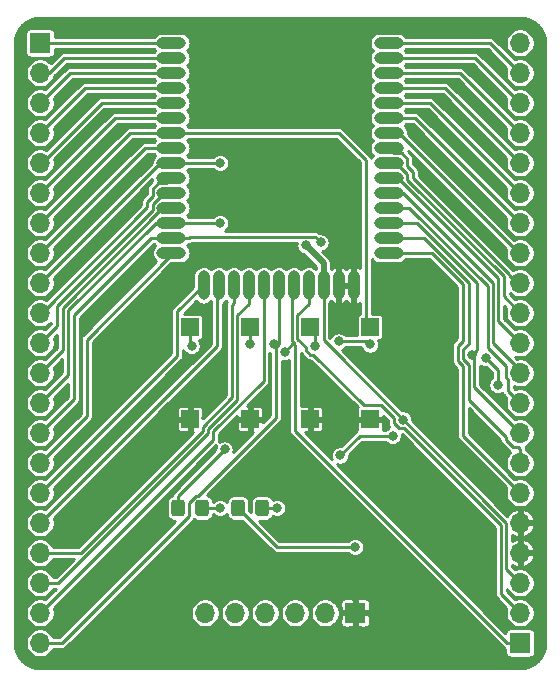
<source format=gbr>
G04 #@! TF.GenerationSoftware,KiCad,Pcbnew,(5.1.9)-1*
G04 #@! TF.CreationDate,2021-03-06T13:20:15+01:00*
G04 #@! TF.ProjectId,Jennic JN5148-001-M04 breakout,4a656e6e-6963-4204-9a4e-353134382d30,rev?*
G04 #@! TF.SameCoordinates,Original*
G04 #@! TF.FileFunction,Copper,L1,Top*
G04 #@! TF.FilePolarity,Positive*
%FSLAX46Y46*%
G04 Gerber Fmt 4.6, Leading zero omitted, Abs format (unit mm)*
G04 Created by KiCad (PCBNEW (5.1.9)-1) date 2021-03-06 13:20:15*
%MOMM*%
%LPD*%
G01*
G04 APERTURE LIST*
G04 #@! TA.AperFunction,SMDPad,CuDef*
%ADD10O,1.000000X2.500000*%
G04 #@! TD*
G04 #@! TA.AperFunction,SMDPad,CuDef*
%ADD11O,2.500000X1.000000*%
G04 #@! TD*
G04 #@! TA.AperFunction,ComponentPad*
%ADD12O,1.700000X1.700000*%
G04 #@! TD*
G04 #@! TA.AperFunction,ComponentPad*
%ADD13R,1.700000X1.700000*%
G04 #@! TD*
G04 #@! TA.AperFunction,SMDPad,CuDef*
%ADD14R,1.500000X1.500000*%
G04 #@! TD*
G04 #@! TA.AperFunction,ViaPad*
%ADD15C,0.800000*%
G04 #@! TD*
G04 #@! TA.AperFunction,Conductor*
%ADD16C,0.250000*%
G04 #@! TD*
G04 #@! TA.AperFunction,Conductor*
%ADD17C,0.500000*%
G04 #@! TD*
G04 #@! TA.AperFunction,Conductor*
%ADD18C,0.254000*%
G04 #@! TD*
G04 #@! TA.AperFunction,Conductor*
%ADD19C,0.100000*%
G04 #@! TD*
G04 APERTURE END LIST*
D10*
X151000000Y-96710000D03*
X149730000Y-96710000D03*
X148460000Y-96710000D03*
X147190000Y-96710000D03*
X145920000Y-96710000D03*
X144650000Y-96710000D03*
X143380000Y-96710000D03*
X142110000Y-96710000D03*
X140840000Y-96710000D03*
X139570000Y-96710000D03*
X138300000Y-96710000D03*
D11*
X153990000Y-76200000D03*
X153990000Y-77470000D03*
X153990000Y-78740000D03*
X153990000Y-80010000D03*
X153990000Y-82550000D03*
X153990000Y-85090000D03*
X153990000Y-83820000D03*
X153990000Y-81280000D03*
X153990000Y-92710000D03*
X153990000Y-91440000D03*
X153990000Y-88900000D03*
X153990000Y-90170000D03*
X153990000Y-86360000D03*
X153990000Y-87630000D03*
X153990000Y-93980000D03*
X135570000Y-76200000D03*
X135570000Y-77470000D03*
X135570000Y-78740000D03*
X135570000Y-80010000D03*
X135570000Y-81280000D03*
X135570000Y-82550000D03*
X135570000Y-83820000D03*
X135570000Y-85090000D03*
X135570000Y-86360000D03*
X135570000Y-87630000D03*
X135570000Y-88900000D03*
X135570000Y-90170000D03*
X135570000Y-91440000D03*
X135570000Y-92710000D03*
X135570000Y-93980000D03*
D12*
X165100000Y-76200000D03*
X165100000Y-78740000D03*
X165100000Y-81280000D03*
X165100000Y-83820000D03*
X165100000Y-86360000D03*
X165100000Y-88900000D03*
X165100000Y-91440000D03*
X165100000Y-93980000D03*
X165100000Y-96520000D03*
X165100000Y-99060000D03*
X165100000Y-101600000D03*
X165100000Y-104140000D03*
X165100000Y-106680000D03*
X165100000Y-109220000D03*
X165100000Y-111760000D03*
X165100000Y-114300000D03*
X165100000Y-116840000D03*
X165100000Y-119380000D03*
X165100000Y-121920000D03*
X165100000Y-124460000D03*
D13*
X165100000Y-127000000D03*
D12*
X124460000Y-127000000D03*
X124460000Y-124460000D03*
X124460000Y-121920000D03*
X124460000Y-119380000D03*
X124460000Y-116840000D03*
X124460000Y-114300000D03*
X124460000Y-111760000D03*
X124460000Y-109220000D03*
X124460000Y-106680000D03*
X124460000Y-104140000D03*
X124460000Y-101600000D03*
X124460000Y-99060000D03*
X124460000Y-96520000D03*
X124460000Y-93980000D03*
X124460000Y-91440000D03*
X124460000Y-88900000D03*
X124460000Y-86360000D03*
X124460000Y-83820000D03*
X124460000Y-81280000D03*
X124460000Y-78740000D03*
D13*
X124460000Y-76200000D03*
D14*
X142240000Y-100240000D03*
X142240000Y-108040000D03*
X137160000Y-100240000D03*
X137160000Y-108040000D03*
D12*
X138430000Y-124460000D03*
X140970000Y-124460000D03*
X143510000Y-124460000D03*
X146050000Y-124460000D03*
X148590000Y-124460000D03*
D13*
X151130000Y-124460000D03*
G04 #@! TA.AperFunction,SMDPad,CuDef*
G36*
G01*
X142690000Y-116020001D02*
X142690000Y-115119999D01*
G75*
G02*
X142939999Y-114870000I249999J0D01*
G01*
X143590001Y-114870000D01*
G75*
G02*
X143840000Y-115119999I0J-249999D01*
G01*
X143840000Y-116020001D01*
G75*
G02*
X143590001Y-116270000I-249999J0D01*
G01*
X142939999Y-116270000D01*
G75*
G02*
X142690000Y-116020001I0J249999D01*
G01*
G37*
G04 #@! TD.AperFunction*
G04 #@! TA.AperFunction,SMDPad,CuDef*
G36*
G01*
X140640000Y-116020001D02*
X140640000Y-115119999D01*
G75*
G02*
X140889999Y-114870000I249999J0D01*
G01*
X141540001Y-114870000D01*
G75*
G02*
X141790000Y-115119999I0J-249999D01*
G01*
X141790000Y-116020001D01*
G75*
G02*
X141540001Y-116270000I-249999J0D01*
G01*
X140889999Y-116270000D01*
G75*
G02*
X140640000Y-116020001I0J249999D01*
G01*
G37*
G04 #@! TD.AperFunction*
G04 #@! TA.AperFunction,SMDPad,CuDef*
G36*
G01*
X137610000Y-116020001D02*
X137610000Y-115119999D01*
G75*
G02*
X137859999Y-114870000I249999J0D01*
G01*
X138510001Y-114870000D01*
G75*
G02*
X138760000Y-115119999I0J-249999D01*
G01*
X138760000Y-116020001D01*
G75*
G02*
X138510001Y-116270000I-249999J0D01*
G01*
X137859999Y-116270000D01*
G75*
G02*
X137610000Y-116020001I0J249999D01*
G01*
G37*
G04 #@! TD.AperFunction*
G04 #@! TA.AperFunction,SMDPad,CuDef*
G36*
G01*
X135560000Y-116020001D02*
X135560000Y-115119999D01*
G75*
G02*
X135809999Y-114870000I249999J0D01*
G01*
X136460001Y-114870000D01*
G75*
G02*
X136710000Y-115119999I0J-249999D01*
G01*
X136710000Y-116020001D01*
G75*
G02*
X136460001Y-116270000I-249999J0D01*
G01*
X135809999Y-116270000D01*
G75*
G02*
X135560000Y-116020001I0J249999D01*
G01*
G37*
G04 #@! TD.AperFunction*
D14*
X152400000Y-100240000D03*
X152400000Y-108040000D03*
X147320000Y-100240000D03*
X147320000Y-108040000D03*
D15*
X139700000Y-86360000D03*
X139700000Y-91440000D03*
X155176207Y-108094793D03*
X146939000Y-93345000D03*
X148209000Y-93091000D03*
X139700000Y-82550000D03*
X149860000Y-82550000D03*
X149860000Y-85090000D03*
X139700000Y-85090000D03*
X132080000Y-85090000D03*
X129667000Y-84963000D03*
X129540000Y-82550000D03*
X127508000Y-82296000D03*
X127000000Y-80010000D03*
X133350000Y-86360000D03*
X132080000Y-90170000D03*
X132842000Y-95631000D03*
X156210000Y-83820000D03*
X157480000Y-82550000D03*
X158750000Y-81280000D03*
X160020000Y-80010000D03*
X162306000Y-79883000D03*
X162560000Y-77470000D03*
X157480000Y-87630000D03*
X157099000Y-95504000D03*
X158115000Y-101854000D03*
X157988000Y-105537000D03*
X158115000Y-108966000D03*
X161417000Y-112776000D03*
X156083000Y-111379000D03*
X158115000Y-114681000D03*
X147320000Y-113030000D03*
X153670000Y-119380000D03*
X157480000Y-119380000D03*
X146050000Y-118110000D03*
X142240000Y-119634000D03*
X147320000Y-121920000D03*
X144780000Y-121920000D03*
X130175000Y-113919000D03*
X132080000Y-118618000D03*
X134620000Y-109220000D03*
X134620000Y-101600000D03*
X134620000Y-96520000D03*
X130302000Y-101219000D03*
X130556000Y-105283000D03*
X135890000Y-104140000D03*
X127000000Y-113030000D03*
X134620000Y-115570000D03*
X143510000Y-106680000D03*
X139827000Y-102997000D03*
X149860000Y-99060000D03*
X149733000Y-93599000D03*
X142875000Y-93599000D03*
X142494000Y-90932000D03*
X138049000Y-93726000D03*
X146939000Y-88392000D03*
X142240000Y-88773000D03*
X146939000Y-80645000D03*
X142494000Y-80772000D03*
X138430000Y-76200000D03*
X149860000Y-76200000D03*
X135890000Y-123190000D03*
X135890000Y-128270000D03*
X127000000Y-128270000D03*
X154940000Y-116840000D03*
X153670000Y-114300000D03*
X145288000Y-107696000D03*
X149860000Y-107950000D03*
X153416000Y-96012000D03*
X149733000Y-101473000D03*
X152400000Y-101727000D03*
X161036000Y-102616000D03*
X147701000Y-101854000D03*
X142240000Y-101727000D03*
X145161000Y-102362000D03*
X151130000Y-118872000D03*
X154305000Y-109474000D03*
X162179000Y-102870000D03*
X163199989Y-105156000D03*
X149860000Y-111125000D03*
X140081000Y-110617000D03*
X144272000Y-101727000D03*
X137287000Y-101854000D03*
X139700000Y-115570000D03*
X144526000Y-115570000D03*
D16*
X135570000Y-86360000D02*
X139700000Y-86360000D01*
X134620000Y-86360000D02*
X124460000Y-96520000D01*
X135570000Y-86360000D02*
X134620000Y-86360000D01*
X135570000Y-91440000D02*
X139700000Y-91440000D01*
X126861978Y-104278022D02*
X124460000Y-106680000D01*
X126861978Y-98817022D02*
X126861978Y-104278022D01*
X134239000Y-91440000D02*
X126861978Y-98817022D01*
X135570000Y-91440000D02*
X134239000Y-91440000D01*
X163924999Y-120744999D02*
X165100000Y-121920000D01*
X163924999Y-116843586D02*
X163924999Y-120744999D01*
X148460000Y-101378587D02*
X163924999Y-116843586D01*
X148460000Y-96710000D02*
X148460000Y-101378587D01*
D17*
X148460000Y-96710000D02*
X148460000Y-94866000D01*
X148460000Y-94866000D02*
X146939000Y-93345000D01*
D16*
X127311989Y-106368011D02*
X124460000Y-109220000D01*
X127311989Y-99256011D02*
X127311989Y-106368011D01*
X133858000Y-92710000D02*
X127311989Y-99256011D01*
X135570000Y-92710000D02*
X133858000Y-92710000D01*
X135570000Y-92710000D02*
X137070000Y-92710000D01*
X137070000Y-92710000D02*
X137160002Y-92619998D01*
X137160002Y-92619998D02*
X147737998Y-92619998D01*
X147737998Y-92619998D02*
X148209000Y-93091000D01*
X149733000Y-101473000D02*
X152146000Y-101473000D01*
X152146000Y-101473000D02*
X152400000Y-101727000D01*
X161435999Y-102216001D02*
X161036000Y-102616000D01*
X156339822Y-91440000D02*
X161435999Y-96536177D01*
X161224896Y-102804896D02*
X161036000Y-102616000D01*
X165100000Y-109220000D02*
X161232011Y-105352011D01*
X153990000Y-91440000D02*
X156339822Y-91440000D01*
X161224896Y-103538624D02*
X161224896Y-102804896D01*
X161232011Y-103545739D02*
X161224896Y-103538624D01*
X161232011Y-105352011D02*
X161232011Y-103545739D01*
X161435999Y-96536177D02*
X161435999Y-102216001D01*
X147701000Y-100621000D02*
X147320000Y-100240000D01*
X147701000Y-101854000D02*
X147701000Y-100621000D01*
X132080000Y-83820000D02*
X124460000Y-91440000D01*
X135570000Y-83820000D02*
X132080000Y-83820000D01*
X149733000Y-83820000D02*
X135570000Y-83820000D01*
X152019000Y-86106000D02*
X149733000Y-83820000D01*
X152019000Y-99859000D02*
X152019000Y-86106000D01*
X152400000Y-100240000D02*
X152019000Y-99859000D01*
X145794988Y-101436401D02*
X145920000Y-101561413D01*
X145794988Y-96835012D02*
X145794988Y-101436401D01*
X145920000Y-96710000D02*
X145794988Y-96835012D01*
X142240000Y-100240000D02*
X142240000Y-101727000D01*
X145793000Y-101730000D02*
X145161000Y-102362000D01*
X145920000Y-101730000D02*
X145793000Y-101730000D01*
X145920000Y-101561413D02*
X145920000Y-101730000D01*
X164000000Y-127000000D02*
X165100000Y-127000000D01*
X146050000Y-109050000D02*
X164000000Y-127000000D01*
X146050000Y-101860000D02*
X146050000Y-109050000D01*
X145920000Y-101730000D02*
X146050000Y-101860000D01*
X144517000Y-118872000D02*
X151130000Y-118872000D01*
X141215000Y-115570000D02*
X144517000Y-118872000D01*
X155565010Y-87818600D02*
X163703000Y-95956590D01*
X154636740Y-86360000D02*
X155565010Y-87288270D01*
X153990000Y-86360000D02*
X154636740Y-86360000D01*
X155565010Y-87288270D02*
X155565010Y-87818600D01*
X163703000Y-97663000D02*
X165100000Y-99060000D01*
X163703000Y-95956590D02*
X163703000Y-97663000D01*
X163252989Y-99752989D02*
X165100000Y-101600000D01*
X163252989Y-96142989D02*
X163252989Y-99752989D01*
X154740000Y-87630000D02*
X163252989Y-96142989D01*
X153990000Y-87630000D02*
X154740000Y-87630000D01*
X162179000Y-102870000D02*
X163199989Y-103890989D01*
X163199989Y-103890989D02*
X163199989Y-105156000D01*
X151511000Y-109474000D02*
X149860000Y-111125000D01*
X154305000Y-109474000D02*
X151511000Y-109474000D01*
X136135000Y-115570000D02*
X136135000Y-114563000D01*
X136135000Y-114563000D02*
X140081000Y-110617000D01*
X147190000Y-98284998D02*
X146244999Y-99229999D01*
X147190000Y-96710000D02*
X147190000Y-98284998D01*
X146244999Y-99229999D02*
X146244999Y-101250001D01*
X154828206Y-108819794D02*
X155264797Y-108819794D01*
X154387706Y-108379294D02*
X154828206Y-108819794D01*
X146244999Y-101250001D02*
X146975999Y-101981001D01*
X163474988Y-117029985D02*
X163474988Y-122834988D01*
X154387706Y-107942703D02*
X154387706Y-108379294D01*
X151870999Y-106876001D02*
X153321004Y-106876001D01*
X153321004Y-106876001D02*
X154387706Y-107942703D01*
X147573999Y-102579001D02*
X151870999Y-106876001D01*
X147352999Y-102579001D02*
X147573999Y-102579001D01*
X146975999Y-102202001D02*
X147352999Y-102579001D01*
X163474988Y-122834988D02*
X165100000Y-124460000D01*
X155264797Y-108819794D02*
X163474988Y-117029985D01*
X146975999Y-101981001D02*
X146975999Y-102202001D01*
X144275000Y-101724000D02*
X144272000Y-101727000D01*
X144650000Y-96710000D02*
X144650000Y-101724000D01*
X144650000Y-101724000D02*
X144275000Y-101724000D01*
X137160000Y-100240000D02*
X137160000Y-101727000D01*
X137160000Y-101727000D02*
X137287000Y-101854000D01*
X126293190Y-127000000D02*
X124460000Y-127000000D01*
X137035010Y-116258180D02*
X126293190Y-127000000D01*
X137035010Y-115131800D02*
X137035010Y-116258180D01*
X137621820Y-114544990D02*
X137035010Y-115131800D01*
X137820012Y-114544990D02*
X137621820Y-114544990D01*
X144435998Y-107929004D02*
X137820012Y-114544990D01*
X144435998Y-101938002D02*
X144435998Y-107929004D01*
X144650000Y-101724000D02*
X144435998Y-101938002D01*
X143380000Y-104814998D02*
X139135023Y-109059975D01*
X143380000Y-96710000D02*
X143380000Y-104814998D01*
X139135023Y-109059975D02*
X139135023Y-109784977D01*
X139135023Y-109784977D02*
X124460000Y-124460000D01*
X142110000Y-96710000D02*
X142110000Y-98284998D01*
X125982590Y-121920000D02*
X124460000Y-121920000D01*
X138685012Y-109217578D02*
X125982590Y-121920000D01*
X138685012Y-108873575D02*
X138685012Y-109217578D01*
X141164999Y-106393588D02*
X138685012Y-108873575D01*
X141164999Y-99229999D02*
X141164999Y-106393588D01*
X142110000Y-98284998D02*
X141164999Y-99229999D01*
X127886180Y-119380000D02*
X124460000Y-119380000D01*
X138235001Y-109031179D02*
X127886180Y-119380000D01*
X140704978Y-106217198D02*
X138235001Y-108687175D01*
X140704978Y-98345022D02*
X140704978Y-106217198D01*
X140840000Y-98210000D02*
X140704978Y-98345022D01*
X138235001Y-108687175D02*
X138235001Y-109031179D01*
X140840000Y-96710000D02*
X140840000Y-98210000D01*
X139570000Y-96710000D02*
X139434978Y-96845022D01*
X139434978Y-96845022D02*
X139434978Y-101865022D01*
X139434978Y-101865022D02*
X125309999Y-115990001D01*
X125309999Y-115990001D02*
X124460000Y-116840000D01*
X138300000Y-96710000D02*
X136084999Y-98925001D01*
X136084999Y-98925001D02*
X136084999Y-102675001D01*
X136084999Y-102675001D02*
X124460000Y-114300000D01*
X156210000Y-82550000D02*
X165100000Y-91440000D01*
X153990000Y-82550000D02*
X156210000Y-82550000D01*
X164846000Y-96520000D02*
X165100000Y-96520000D01*
X164153009Y-95827008D02*
X164846000Y-96520000D01*
X164153009Y-95770188D02*
X164153009Y-95827008D01*
X156015021Y-87632201D02*
X164153009Y-95770188D01*
X154448140Y-85534990D02*
X155081730Y-85534990D01*
X154003150Y-85090000D02*
X154448140Y-85534990D01*
X153990000Y-85090000D02*
X154003150Y-85090000D01*
X155565010Y-86018270D02*
X155565010Y-86651860D01*
X155081730Y-85534990D02*
X155565010Y-86018270D01*
X156015021Y-87101870D02*
X156015021Y-87632201D01*
X155565010Y-86651860D02*
X156015021Y-87101870D01*
X164973000Y-93980000D02*
X165100000Y-93980000D01*
X154813000Y-83820000D02*
X164973000Y-93980000D01*
X153990000Y-83820000D02*
X154813000Y-83820000D01*
X160782000Y-106426000D02*
X163924999Y-109568999D01*
X160782000Y-96518589D02*
X160782000Y-101669998D01*
X163924999Y-109784001D02*
X164535999Y-110395001D01*
X156973411Y-92710000D02*
X160782000Y-96518589D01*
X165100000Y-110557919D02*
X165100000Y-111760000D01*
X160774885Y-103427887D02*
X160774885Y-103725024D01*
X160310999Y-102964001D02*
X160774885Y-103427887D01*
X163924999Y-109568999D02*
X163924999Y-109784001D01*
X160310999Y-102140999D02*
X160310999Y-102964001D01*
X160782000Y-101669998D02*
X160310999Y-102140999D01*
X160774885Y-103725024D02*
X160782000Y-103732139D01*
X160782000Y-103732139D02*
X160782000Y-106426000D01*
X164535999Y-110395001D02*
X164937082Y-110395001D01*
X153990000Y-92710000D02*
X156973411Y-92710000D01*
X164937082Y-110395001D02*
X165100000Y-110557919D01*
X165100000Y-103901571D02*
X165100000Y-104140000D01*
X162802978Y-101604549D02*
X165100000Y-103901571D01*
X162802978Y-96508978D02*
X162802978Y-101604549D01*
X155194000Y-88900000D02*
X162802978Y-96508978D01*
X153990000Y-88900000D02*
X155194000Y-88900000D01*
X155706233Y-90170000D02*
X162352967Y-96816734D01*
X163924999Y-103575999D02*
X163924999Y-104558995D01*
X162352967Y-102003967D02*
X163924999Y-103575999D01*
X164047002Y-104680998D02*
X164047002Y-105627002D01*
X162352967Y-96816734D02*
X162352967Y-102003967D01*
X164047002Y-105627002D02*
X165100000Y-106680000D01*
X153990000Y-90170000D02*
X155706233Y-90170000D01*
X163924999Y-104558995D02*
X164047002Y-104680998D01*
X157607000Y-93980000D02*
X160274000Y-96647000D01*
X159860988Y-103150401D02*
X160274000Y-103563413D01*
X160274000Y-96647000D02*
X160274000Y-101414587D01*
X159860988Y-101827599D02*
X159860988Y-103150401D01*
X160274000Y-103563413D02*
X160274000Y-109474000D01*
X160274000Y-101414587D02*
X159860988Y-101827599D01*
X164250001Y-113450001D02*
X165100000Y-114300000D01*
X153990000Y-93980000D02*
X157607000Y-93980000D01*
X160274000Y-109474000D02*
X164250001Y-113450001D01*
X133350000Y-85090000D02*
X124460000Y-93980000D01*
X135570000Y-85090000D02*
X133350000Y-85090000D01*
X124610925Y-99060000D02*
X124460000Y-99060000D01*
X135111860Y-88074990D02*
X134478270Y-88074990D01*
X133994990Y-88558270D02*
X133994990Y-89191860D01*
X135556850Y-87630000D02*
X135111860Y-88074990D01*
X134478270Y-88074990D02*
X133994990Y-88558270D01*
X133544979Y-89641870D02*
X133544979Y-90125947D01*
X135570000Y-87630000D02*
X135556850Y-87630000D01*
X133544979Y-90125947D02*
X124610925Y-99060000D01*
X133994990Y-89191860D02*
X133544979Y-89641870D01*
X125857000Y-100203000D02*
X124460000Y-101600000D01*
X134923260Y-88900000D02*
X133994990Y-89828270D01*
X135570000Y-88900000D02*
X134923260Y-88900000D01*
X133994990Y-90312346D02*
X125857000Y-98450335D01*
X125857000Y-98450335D02*
X125857000Y-100203000D01*
X133994990Y-89828270D02*
X133994990Y-90312346D01*
X139700000Y-115570000D02*
X138185000Y-115570000D01*
X143265000Y-115570000D02*
X144526000Y-115570000D01*
X162560000Y-76200000D02*
X165100000Y-78740000D01*
X153990000Y-76200000D02*
X162560000Y-76200000D01*
X161290000Y-77470000D02*
X165100000Y-81280000D01*
X153990000Y-77470000D02*
X161290000Y-77470000D01*
X160020000Y-78740000D02*
X165100000Y-83820000D01*
X153990000Y-78740000D02*
X160020000Y-78740000D01*
X158750000Y-80010000D02*
X165100000Y-86360000D01*
X153990000Y-80010000D02*
X158750000Y-80010000D01*
X157480000Y-81280000D02*
X165100000Y-88900000D01*
X153990000Y-81280000D02*
X157480000Y-81280000D01*
X135570000Y-76200000D02*
X124460000Y-76200000D01*
X125222000Y-78740000D02*
X124460000Y-78740000D01*
X126492000Y-77470000D02*
X125222000Y-78740000D01*
X135570000Y-77470000D02*
X126492000Y-77470000D01*
X127000000Y-78740000D02*
X124460000Y-81280000D01*
X135570000Y-78740000D02*
X127000000Y-78740000D01*
X135570000Y-80010000D02*
X128270000Y-80010000D01*
X128270000Y-80010000D02*
X124460000Y-83820000D01*
X124587000Y-86360000D02*
X124460000Y-86360000D01*
X129667000Y-81280000D02*
X124587000Y-86360000D01*
X135570000Y-81280000D02*
X129667000Y-81280000D01*
X130810000Y-82550000D02*
X124460000Y-88900000D01*
X135570000Y-82550000D02*
X130810000Y-82550000D01*
X128397000Y-107823000D02*
X124460000Y-111760000D01*
X128397000Y-101313000D02*
X128397000Y-107823000D01*
X135570000Y-94140000D02*
X128397000Y-101313000D01*
X135570000Y-93980000D02*
X135570000Y-94140000D01*
X126365000Y-102235000D02*
X124460000Y-104140000D01*
X126365000Y-98625000D02*
X126365000Y-102235000D01*
X134820000Y-90170000D02*
X126365000Y-98625000D01*
X135570000Y-90170000D02*
X134820000Y-90170000D01*
D18*
X165514115Y-74108551D02*
X165912462Y-74228819D01*
X166279864Y-74424170D01*
X166602317Y-74687157D01*
X166867553Y-75007773D01*
X167065460Y-75373795D01*
X167188506Y-75771291D01*
X167234000Y-76204137D01*
X167234001Y-126980136D01*
X167191449Y-127414115D01*
X167071181Y-127812464D01*
X166875831Y-128179862D01*
X166612845Y-128502315D01*
X166292226Y-128767554D01*
X165926204Y-128965461D01*
X165528708Y-129088506D01*
X165095863Y-129134000D01*
X124479854Y-129134000D01*
X124045885Y-129091449D01*
X123647536Y-128971181D01*
X123280138Y-128775831D01*
X122957685Y-128512845D01*
X122692446Y-128192226D01*
X122494539Y-127826204D01*
X122371494Y-127428708D01*
X122326000Y-126995863D01*
X122326000Y-76219854D01*
X122368551Y-75785885D01*
X122488819Y-75387538D01*
X122508778Y-75350000D01*
X123227157Y-75350000D01*
X123227157Y-77050000D01*
X123234513Y-77124689D01*
X123256299Y-77196508D01*
X123291678Y-77262696D01*
X123339289Y-77320711D01*
X123397304Y-77368322D01*
X123463492Y-77403701D01*
X123535311Y-77425487D01*
X123610000Y-77432843D01*
X125310000Y-77432843D01*
X125384689Y-77425487D01*
X125456508Y-77403701D01*
X125522696Y-77368322D01*
X125580711Y-77320711D01*
X125628322Y-77262696D01*
X125663701Y-77196508D01*
X125685487Y-77124689D01*
X125692843Y-77050000D01*
X125692843Y-76706000D01*
X134095565Y-76706000D01*
X134194025Y-76825975D01*
X134205022Y-76835000D01*
X134194025Y-76844025D01*
X134095565Y-76964000D01*
X126516845Y-76964000D01*
X126491999Y-76961553D01*
X126467153Y-76964000D01*
X126467146Y-76964000D01*
X126402694Y-76970348D01*
X126392806Y-76971322D01*
X126348648Y-76984717D01*
X126297425Y-77000255D01*
X126209521Y-77047241D01*
X126132473Y-77110473D01*
X126116628Y-77129780D01*
X125353653Y-77892756D01*
X125244717Y-77783820D01*
X125043097Y-77649102D01*
X124819069Y-77556307D01*
X124581243Y-77509000D01*
X124338757Y-77509000D01*
X124100931Y-77556307D01*
X123876903Y-77649102D01*
X123675283Y-77783820D01*
X123503820Y-77955283D01*
X123369102Y-78156903D01*
X123276307Y-78380931D01*
X123229000Y-78618757D01*
X123229000Y-78861243D01*
X123276307Y-79099069D01*
X123369102Y-79323097D01*
X123503820Y-79524717D01*
X123675283Y-79696180D01*
X123876903Y-79830898D01*
X124100931Y-79923693D01*
X124338757Y-79971000D01*
X124581243Y-79971000D01*
X124819069Y-79923693D01*
X125043097Y-79830898D01*
X125244717Y-79696180D01*
X125416180Y-79524717D01*
X125550898Y-79323097D01*
X125643693Y-79099069D01*
X125659875Y-79017716D01*
X126701592Y-77976000D01*
X134095565Y-77976000D01*
X134194025Y-78095975D01*
X134205022Y-78105000D01*
X134194025Y-78114025D01*
X134095565Y-78234000D01*
X127024845Y-78234000D01*
X126999999Y-78231553D01*
X126975153Y-78234000D01*
X126975146Y-78234000D01*
X126910694Y-78240348D01*
X126900806Y-78241322D01*
X126878607Y-78248056D01*
X126805425Y-78270255D01*
X126717521Y-78317241D01*
X126640473Y-78380473D01*
X126624630Y-78399778D01*
X124896167Y-80128242D01*
X124819069Y-80096307D01*
X124581243Y-80049000D01*
X124338757Y-80049000D01*
X124100931Y-80096307D01*
X123876903Y-80189102D01*
X123675283Y-80323820D01*
X123503820Y-80495283D01*
X123369102Y-80696903D01*
X123276307Y-80920931D01*
X123229000Y-81158757D01*
X123229000Y-81401243D01*
X123276307Y-81639069D01*
X123369102Y-81863097D01*
X123503820Y-82064717D01*
X123675283Y-82236180D01*
X123876903Y-82370898D01*
X124100931Y-82463693D01*
X124338757Y-82511000D01*
X124581243Y-82511000D01*
X124819069Y-82463693D01*
X125043097Y-82370898D01*
X125244717Y-82236180D01*
X125416180Y-82064717D01*
X125550898Y-81863097D01*
X125643693Y-81639069D01*
X125691000Y-81401243D01*
X125691000Y-81158757D01*
X125643693Y-80920931D01*
X125611758Y-80843833D01*
X127209592Y-79246000D01*
X134095565Y-79246000D01*
X134194025Y-79365975D01*
X134205022Y-79375000D01*
X134194025Y-79384025D01*
X134095565Y-79504000D01*
X128294854Y-79504000D01*
X128270000Y-79501552D01*
X128245146Y-79504000D01*
X128170807Y-79511322D01*
X128075425Y-79540255D01*
X127987521Y-79587241D01*
X127910473Y-79650473D01*
X127894628Y-79669780D01*
X124896167Y-82668242D01*
X124819069Y-82636307D01*
X124581243Y-82589000D01*
X124338757Y-82589000D01*
X124100931Y-82636307D01*
X123876903Y-82729102D01*
X123675283Y-82863820D01*
X123503820Y-83035283D01*
X123369102Y-83236903D01*
X123276307Y-83460931D01*
X123229000Y-83698757D01*
X123229000Y-83941243D01*
X123276307Y-84179069D01*
X123369102Y-84403097D01*
X123503820Y-84604717D01*
X123675283Y-84776180D01*
X123876903Y-84910898D01*
X124100931Y-85003693D01*
X124338757Y-85051000D01*
X124581243Y-85051000D01*
X124819069Y-85003693D01*
X125043097Y-84910898D01*
X125244717Y-84776180D01*
X125416180Y-84604717D01*
X125550898Y-84403097D01*
X125643693Y-84179069D01*
X125691000Y-83941243D01*
X125691000Y-83698757D01*
X125643693Y-83460931D01*
X125611758Y-83383833D01*
X128479592Y-80516000D01*
X134095565Y-80516000D01*
X134194025Y-80635975D01*
X134205022Y-80645000D01*
X134194025Y-80654025D01*
X134095565Y-80774000D01*
X129691854Y-80774000D01*
X129667000Y-80771552D01*
X129642146Y-80774000D01*
X129567807Y-80781322D01*
X129472425Y-80810255D01*
X129384521Y-80857241D01*
X129307473Y-80920473D01*
X129291630Y-80939778D01*
X124985970Y-85245439D01*
X124819069Y-85176307D01*
X124581243Y-85129000D01*
X124338757Y-85129000D01*
X124100931Y-85176307D01*
X123876903Y-85269102D01*
X123675283Y-85403820D01*
X123503820Y-85575283D01*
X123369102Y-85776903D01*
X123276307Y-86000931D01*
X123229000Y-86238757D01*
X123229000Y-86481243D01*
X123276307Y-86719069D01*
X123369102Y-86943097D01*
X123503820Y-87144717D01*
X123675283Y-87316180D01*
X123876903Y-87450898D01*
X124100931Y-87543693D01*
X124338757Y-87591000D01*
X124581243Y-87591000D01*
X124819069Y-87543693D01*
X125043097Y-87450898D01*
X125244717Y-87316180D01*
X125416180Y-87144717D01*
X125550898Y-86943097D01*
X125643693Y-86719069D01*
X125691000Y-86481243D01*
X125691000Y-86238757D01*
X125646674Y-86015917D01*
X129876592Y-81786000D01*
X134095565Y-81786000D01*
X134194025Y-81905975D01*
X134205022Y-81915000D01*
X134194025Y-81924025D01*
X134095565Y-82044000D01*
X130834845Y-82044000D01*
X130809999Y-82041553D01*
X130785153Y-82044000D01*
X130785146Y-82044000D01*
X130720694Y-82050348D01*
X130710806Y-82051322D01*
X130666648Y-82064717D01*
X130615425Y-82080255D01*
X130527521Y-82127241D01*
X130450473Y-82190473D01*
X130434628Y-82209780D01*
X124896167Y-87748242D01*
X124819069Y-87716307D01*
X124581243Y-87669000D01*
X124338757Y-87669000D01*
X124100931Y-87716307D01*
X123876903Y-87809102D01*
X123675283Y-87943820D01*
X123503820Y-88115283D01*
X123369102Y-88316903D01*
X123276307Y-88540931D01*
X123229000Y-88778757D01*
X123229000Y-89021243D01*
X123276307Y-89259069D01*
X123369102Y-89483097D01*
X123503820Y-89684717D01*
X123675283Y-89856180D01*
X123876903Y-89990898D01*
X124100931Y-90083693D01*
X124338757Y-90131000D01*
X124581243Y-90131000D01*
X124819069Y-90083693D01*
X125043097Y-89990898D01*
X125244717Y-89856180D01*
X125416180Y-89684717D01*
X125550898Y-89483097D01*
X125643693Y-89259069D01*
X125691000Y-89021243D01*
X125691000Y-88778757D01*
X125643693Y-88540931D01*
X125611758Y-88463833D01*
X131019592Y-83056000D01*
X134095565Y-83056000D01*
X134194025Y-83175975D01*
X134205022Y-83185000D01*
X134194025Y-83194025D01*
X134095565Y-83314000D01*
X132104845Y-83314000D01*
X132079999Y-83311553D01*
X132055153Y-83314000D01*
X132055146Y-83314000D01*
X131990694Y-83320348D01*
X131980806Y-83321322D01*
X131958607Y-83328056D01*
X131885425Y-83350255D01*
X131797521Y-83397241D01*
X131720473Y-83460473D01*
X131704630Y-83479778D01*
X124896167Y-90288242D01*
X124819069Y-90256307D01*
X124581243Y-90209000D01*
X124338757Y-90209000D01*
X124100931Y-90256307D01*
X123876903Y-90349102D01*
X123675283Y-90483820D01*
X123503820Y-90655283D01*
X123369102Y-90856903D01*
X123276307Y-91080931D01*
X123229000Y-91318757D01*
X123229000Y-91561243D01*
X123276307Y-91799069D01*
X123369102Y-92023097D01*
X123503820Y-92224717D01*
X123675283Y-92396180D01*
X123876903Y-92530898D01*
X124100931Y-92623693D01*
X124338757Y-92671000D01*
X124581243Y-92671000D01*
X124819069Y-92623693D01*
X125043097Y-92530898D01*
X125244717Y-92396180D01*
X125416180Y-92224717D01*
X125550898Y-92023097D01*
X125643693Y-91799069D01*
X125691000Y-91561243D01*
X125691000Y-91318757D01*
X125643693Y-91080931D01*
X125611758Y-91003833D01*
X132289592Y-84326000D01*
X134095565Y-84326000D01*
X134194025Y-84445975D01*
X134205022Y-84455000D01*
X134194025Y-84464025D01*
X134095565Y-84584000D01*
X133374854Y-84584000D01*
X133350000Y-84581552D01*
X133325146Y-84584000D01*
X133250807Y-84591322D01*
X133155425Y-84620255D01*
X133067521Y-84667241D01*
X132990473Y-84730473D01*
X132974628Y-84749780D01*
X124896167Y-92828242D01*
X124819069Y-92796307D01*
X124581243Y-92749000D01*
X124338757Y-92749000D01*
X124100931Y-92796307D01*
X123876903Y-92889102D01*
X123675283Y-93023820D01*
X123503820Y-93195283D01*
X123369102Y-93396903D01*
X123276307Y-93620931D01*
X123229000Y-93858757D01*
X123229000Y-94101243D01*
X123276307Y-94339069D01*
X123369102Y-94563097D01*
X123503820Y-94764717D01*
X123675283Y-94936180D01*
X123876903Y-95070898D01*
X124100931Y-95163693D01*
X124338757Y-95211000D01*
X124581243Y-95211000D01*
X124819069Y-95163693D01*
X125043097Y-95070898D01*
X125244717Y-94936180D01*
X125416180Y-94764717D01*
X125550898Y-94563097D01*
X125643693Y-94339069D01*
X125691000Y-94101243D01*
X125691000Y-93858757D01*
X125643693Y-93620931D01*
X125611758Y-93543833D01*
X133559592Y-85596000D01*
X134095565Y-85596000D01*
X134194025Y-85715975D01*
X134205022Y-85725000D01*
X134194025Y-85734025D01*
X134083932Y-85868175D01*
X134002125Y-86021225D01*
X133951748Y-86187294D01*
X133938052Y-86326356D01*
X124896167Y-95368242D01*
X124819069Y-95336307D01*
X124581243Y-95289000D01*
X124338757Y-95289000D01*
X124100931Y-95336307D01*
X123876903Y-95429102D01*
X123675283Y-95563820D01*
X123503820Y-95735283D01*
X123369102Y-95936903D01*
X123276307Y-96160931D01*
X123229000Y-96398757D01*
X123229000Y-96641243D01*
X123276307Y-96879069D01*
X123369102Y-97103097D01*
X123503820Y-97304717D01*
X123675283Y-97476180D01*
X123876903Y-97610898D01*
X124100931Y-97703693D01*
X124338757Y-97751000D01*
X124581243Y-97751000D01*
X124819069Y-97703693D01*
X125043097Y-97610898D01*
X125244717Y-97476180D01*
X125416180Y-97304717D01*
X125550898Y-97103097D01*
X125643693Y-96879069D01*
X125691000Y-96641243D01*
X125691000Y-96398757D01*
X125643693Y-96160931D01*
X125611758Y-96083833D01*
X133946470Y-87749121D01*
X133951748Y-87802706D01*
X133971116Y-87866552D01*
X133654775Y-88182894D01*
X133635463Y-88198743D01*
X133572231Y-88275791D01*
X133525245Y-88363696D01*
X133496312Y-88459078D01*
X133488990Y-88533417D01*
X133488990Y-88533424D01*
X133486543Y-88558270D01*
X133488990Y-88583117D01*
X133488991Y-88982267D01*
X133204759Y-89266498D01*
X133185452Y-89282343D01*
X133122220Y-89359391D01*
X133075234Y-89447296D01*
X133046301Y-89542678D01*
X133038979Y-89617017D01*
X133038979Y-89617024D01*
X133036532Y-89641870D01*
X133038979Y-89666717D01*
X133038980Y-89916354D01*
X125002887Y-97952447D01*
X124819069Y-97876307D01*
X124581243Y-97829000D01*
X124338757Y-97829000D01*
X124100931Y-97876307D01*
X123876903Y-97969102D01*
X123675283Y-98103820D01*
X123503820Y-98275283D01*
X123369102Y-98476903D01*
X123276307Y-98700931D01*
X123229000Y-98938757D01*
X123229000Y-99181243D01*
X123276307Y-99419069D01*
X123369102Y-99643097D01*
X123503820Y-99844717D01*
X123675283Y-100016180D01*
X123876903Y-100150898D01*
X124100931Y-100243693D01*
X124338757Y-100291000D01*
X124581243Y-100291000D01*
X124819069Y-100243693D01*
X125043097Y-100150898D01*
X125244717Y-100016180D01*
X125351001Y-99909896D01*
X125351001Y-99993407D01*
X124896167Y-100448242D01*
X124819069Y-100416307D01*
X124581243Y-100369000D01*
X124338757Y-100369000D01*
X124100931Y-100416307D01*
X123876903Y-100509102D01*
X123675283Y-100643820D01*
X123503820Y-100815283D01*
X123369102Y-101016903D01*
X123276307Y-101240931D01*
X123229000Y-101478757D01*
X123229000Y-101721243D01*
X123276307Y-101959069D01*
X123369102Y-102183097D01*
X123503820Y-102384717D01*
X123675283Y-102556180D01*
X123876903Y-102690898D01*
X124100931Y-102783693D01*
X124338757Y-102831000D01*
X124581243Y-102831000D01*
X124819069Y-102783693D01*
X125043097Y-102690898D01*
X125244717Y-102556180D01*
X125416180Y-102384717D01*
X125550898Y-102183097D01*
X125643693Y-101959069D01*
X125691000Y-101721243D01*
X125691000Y-101478757D01*
X125643693Y-101240931D01*
X125611758Y-101163833D01*
X125859001Y-100916591D01*
X125859001Y-102025407D01*
X124896167Y-102988242D01*
X124819069Y-102956307D01*
X124581243Y-102909000D01*
X124338757Y-102909000D01*
X124100931Y-102956307D01*
X123876903Y-103049102D01*
X123675283Y-103183820D01*
X123503820Y-103355283D01*
X123369102Y-103556903D01*
X123276307Y-103780931D01*
X123229000Y-104018757D01*
X123229000Y-104261243D01*
X123276307Y-104499069D01*
X123369102Y-104723097D01*
X123503820Y-104924717D01*
X123675283Y-105096180D01*
X123876903Y-105230898D01*
X124100931Y-105323693D01*
X124338757Y-105371000D01*
X124581243Y-105371000D01*
X124819069Y-105323693D01*
X125043097Y-105230898D01*
X125244717Y-105096180D01*
X125416180Y-104924717D01*
X125550898Y-104723097D01*
X125643693Y-104499069D01*
X125691000Y-104261243D01*
X125691000Y-104018757D01*
X125643693Y-103780931D01*
X125611758Y-103703833D01*
X126355979Y-102959613D01*
X126355979Y-104068429D01*
X124896167Y-105528242D01*
X124819069Y-105496307D01*
X124581243Y-105449000D01*
X124338757Y-105449000D01*
X124100931Y-105496307D01*
X123876903Y-105589102D01*
X123675283Y-105723820D01*
X123503820Y-105895283D01*
X123369102Y-106096903D01*
X123276307Y-106320931D01*
X123229000Y-106558757D01*
X123229000Y-106801243D01*
X123276307Y-107039069D01*
X123369102Y-107263097D01*
X123503820Y-107464717D01*
X123675283Y-107636180D01*
X123876903Y-107770898D01*
X124100931Y-107863693D01*
X124338757Y-107911000D01*
X124581243Y-107911000D01*
X124819069Y-107863693D01*
X125043097Y-107770898D01*
X125244717Y-107636180D01*
X125416180Y-107464717D01*
X125550898Y-107263097D01*
X125643693Y-107039069D01*
X125691000Y-106801243D01*
X125691000Y-106558757D01*
X125643693Y-106320931D01*
X125611758Y-106243833D01*
X126805990Y-105049602D01*
X126805990Y-106158418D01*
X124896167Y-108068242D01*
X124819069Y-108036307D01*
X124581243Y-107989000D01*
X124338757Y-107989000D01*
X124100931Y-108036307D01*
X123876903Y-108129102D01*
X123675283Y-108263820D01*
X123503820Y-108435283D01*
X123369102Y-108636903D01*
X123276307Y-108860931D01*
X123229000Y-109098757D01*
X123229000Y-109341243D01*
X123276307Y-109579069D01*
X123369102Y-109803097D01*
X123503820Y-110004717D01*
X123675283Y-110176180D01*
X123876903Y-110310898D01*
X124100931Y-110403693D01*
X124338757Y-110451000D01*
X124581243Y-110451000D01*
X124819069Y-110403693D01*
X125043097Y-110310898D01*
X125244717Y-110176180D01*
X125416180Y-110004717D01*
X125550898Y-109803097D01*
X125643693Y-109579069D01*
X125691000Y-109341243D01*
X125691000Y-109098757D01*
X125643693Y-108860931D01*
X125611758Y-108783833D01*
X127652209Y-106743383D01*
X127671516Y-106727538D01*
X127734748Y-106650490D01*
X127781734Y-106562586D01*
X127810667Y-106467204D01*
X127817989Y-106392865D01*
X127820437Y-106368011D01*
X127817989Y-106343157D01*
X127817989Y-99465602D01*
X134067592Y-93216000D01*
X134095565Y-93216000D01*
X134194025Y-93335975D01*
X134205022Y-93345000D01*
X134194025Y-93354025D01*
X134083932Y-93488175D01*
X134002125Y-93641225D01*
X133951748Y-93807294D01*
X133934738Y-93980000D01*
X133951748Y-94152706D01*
X134002125Y-94318775D01*
X134083932Y-94471825D01*
X134194025Y-94605975D01*
X134300803Y-94693605D01*
X128056785Y-100937624D01*
X128037473Y-100953473D01*
X127974241Y-101030521D01*
X127927255Y-101118426D01*
X127898322Y-101213808D01*
X127891000Y-101288147D01*
X127891000Y-101288154D01*
X127888553Y-101313000D01*
X127891000Y-101337846D01*
X127891001Y-107613407D01*
X124896167Y-110608242D01*
X124819069Y-110576307D01*
X124581243Y-110529000D01*
X124338757Y-110529000D01*
X124100931Y-110576307D01*
X123876903Y-110669102D01*
X123675283Y-110803820D01*
X123503820Y-110975283D01*
X123369102Y-111176903D01*
X123276307Y-111400931D01*
X123229000Y-111638757D01*
X123229000Y-111881243D01*
X123276307Y-112119069D01*
X123369102Y-112343097D01*
X123503820Y-112544717D01*
X123675283Y-112716180D01*
X123876903Y-112850898D01*
X124100931Y-112943693D01*
X124338757Y-112991000D01*
X124581243Y-112991000D01*
X124819069Y-112943693D01*
X125043097Y-112850898D01*
X125244717Y-112716180D01*
X125416180Y-112544717D01*
X125550898Y-112343097D01*
X125643693Y-112119069D01*
X125691000Y-111881243D01*
X125691000Y-111638757D01*
X125643693Y-111400931D01*
X125611758Y-111323833D01*
X128737220Y-108198372D01*
X128756527Y-108182527D01*
X128819759Y-108105479D01*
X128866745Y-108017575D01*
X128895678Y-107922193D01*
X128903000Y-107847854D01*
X128905448Y-107823000D01*
X128903000Y-107798146D01*
X128903000Y-101522591D01*
X135564592Y-94861000D01*
X136363273Y-94861000D01*
X136492706Y-94848252D01*
X136658775Y-94797875D01*
X136811825Y-94716068D01*
X136945975Y-94605975D01*
X137056068Y-94471825D01*
X137137875Y-94318775D01*
X137188252Y-94152706D01*
X137205262Y-93980000D01*
X137188252Y-93807294D01*
X137137875Y-93641225D01*
X137056068Y-93488175D01*
X136945975Y-93354025D01*
X136934978Y-93345000D01*
X136945975Y-93335975D01*
X137044435Y-93216000D01*
X137045154Y-93216000D01*
X137070000Y-93218447D01*
X137094846Y-93216000D01*
X137094854Y-93216000D01*
X137169193Y-93208678D01*
X137264575Y-93179745D01*
X137352479Y-93132759D01*
X137360717Y-93125998D01*
X146186261Y-93125998D01*
X146158000Y-93268078D01*
X146158000Y-93421922D01*
X146188013Y-93572809D01*
X146246887Y-93714942D01*
X146332358Y-93842859D01*
X146441141Y-93951642D01*
X146569058Y-94037113D01*
X146711191Y-94095987D01*
X146819079Y-94117447D01*
X147829001Y-95127370D01*
X147829001Y-95340147D01*
X147825000Y-95345022D01*
X147815975Y-95334025D01*
X147681824Y-95223932D01*
X147528774Y-95142125D01*
X147362705Y-95091748D01*
X147190000Y-95074738D01*
X147017294Y-95091748D01*
X146851225Y-95142125D01*
X146698175Y-95223932D01*
X146564025Y-95334025D01*
X146555000Y-95345022D01*
X146545975Y-95334025D01*
X146411824Y-95223932D01*
X146258774Y-95142125D01*
X146092705Y-95091748D01*
X145920000Y-95074738D01*
X145747294Y-95091748D01*
X145581225Y-95142125D01*
X145428175Y-95223932D01*
X145294025Y-95334025D01*
X145285000Y-95345022D01*
X145275975Y-95334025D01*
X145141824Y-95223932D01*
X144988774Y-95142125D01*
X144822705Y-95091748D01*
X144650000Y-95074738D01*
X144477294Y-95091748D01*
X144311225Y-95142125D01*
X144158175Y-95223932D01*
X144024025Y-95334025D01*
X144015000Y-95345022D01*
X144005975Y-95334025D01*
X143871824Y-95223932D01*
X143718774Y-95142125D01*
X143552705Y-95091748D01*
X143380000Y-95074738D01*
X143207294Y-95091748D01*
X143041225Y-95142125D01*
X142888175Y-95223932D01*
X142754025Y-95334025D01*
X142745000Y-95345022D01*
X142735975Y-95334025D01*
X142601824Y-95223932D01*
X142448774Y-95142125D01*
X142282705Y-95091748D01*
X142110000Y-95074738D01*
X141937294Y-95091748D01*
X141771225Y-95142125D01*
X141618175Y-95223932D01*
X141484025Y-95334025D01*
X141475000Y-95345022D01*
X141465975Y-95334025D01*
X141331824Y-95223932D01*
X141178774Y-95142125D01*
X141012705Y-95091748D01*
X140840000Y-95074738D01*
X140667294Y-95091748D01*
X140501225Y-95142125D01*
X140348175Y-95223932D01*
X140214025Y-95334025D01*
X140205000Y-95345022D01*
X140195975Y-95334025D01*
X140061824Y-95223932D01*
X139908774Y-95142125D01*
X139742705Y-95091748D01*
X139570000Y-95074738D01*
X139397294Y-95091748D01*
X139231225Y-95142125D01*
X139078175Y-95223932D01*
X138944025Y-95334025D01*
X138935000Y-95345022D01*
X138925975Y-95334025D01*
X138791824Y-95223932D01*
X138638774Y-95142125D01*
X138472705Y-95091748D01*
X138300000Y-95074738D01*
X138127294Y-95091748D01*
X137961225Y-95142125D01*
X137808175Y-95223932D01*
X137674025Y-95334025D01*
X137563932Y-95468176D01*
X137482125Y-95621226D01*
X137431748Y-95787295D01*
X137419000Y-95916728D01*
X137419001Y-96875408D01*
X135744784Y-98549625D01*
X135725472Y-98565474D01*
X135662240Y-98642522D01*
X135615254Y-98730427D01*
X135586321Y-98825809D01*
X135578999Y-98900148D01*
X135578999Y-98900155D01*
X135576552Y-98925001D01*
X135578999Y-98949847D01*
X135579000Y-102465408D01*
X124896167Y-113148242D01*
X124819069Y-113116307D01*
X124581243Y-113069000D01*
X124338757Y-113069000D01*
X124100931Y-113116307D01*
X123876903Y-113209102D01*
X123675283Y-113343820D01*
X123503820Y-113515283D01*
X123369102Y-113716903D01*
X123276307Y-113940931D01*
X123229000Y-114178757D01*
X123229000Y-114421243D01*
X123276307Y-114659069D01*
X123369102Y-114883097D01*
X123503820Y-115084717D01*
X123675283Y-115256180D01*
X123876903Y-115390898D01*
X124100931Y-115483693D01*
X124338757Y-115531000D01*
X124581243Y-115531000D01*
X124819069Y-115483693D01*
X125043097Y-115390898D01*
X125244717Y-115256180D01*
X125416180Y-115084717D01*
X125550898Y-114883097D01*
X125643693Y-114659069D01*
X125691000Y-114421243D01*
X125691000Y-114178757D01*
X125643693Y-113940931D01*
X125611758Y-113863833D01*
X136425219Y-103050373D01*
X136444526Y-103034528D01*
X136507758Y-102957480D01*
X136554744Y-102869576D01*
X136577949Y-102793078D01*
X136583677Y-102774195D01*
X136587304Y-102737370D01*
X136590999Y-102699855D01*
X136590999Y-102699848D01*
X136593446Y-102675002D01*
X136590999Y-102650156D01*
X136590999Y-102214556D01*
X136594887Y-102223942D01*
X136680358Y-102351859D01*
X136789141Y-102460642D01*
X136917058Y-102546113D01*
X137059191Y-102604987D01*
X137210078Y-102635000D01*
X137363922Y-102635000D01*
X137514809Y-102604987D01*
X137656942Y-102546113D01*
X137784859Y-102460642D01*
X137893642Y-102351859D01*
X137979113Y-102223942D01*
X138037987Y-102081809D01*
X138068000Y-101930922D01*
X138068000Y-101777078D01*
X138037987Y-101626191D01*
X137979113Y-101484058D01*
X137904802Y-101372843D01*
X137910000Y-101372843D01*
X137984689Y-101365487D01*
X138056508Y-101343701D01*
X138122696Y-101308322D01*
X138180711Y-101260711D01*
X138228322Y-101202696D01*
X138263701Y-101136508D01*
X138285487Y-101064689D01*
X138292843Y-100990000D01*
X138292843Y-99490000D01*
X138285487Y-99415311D01*
X138263701Y-99343492D01*
X138228322Y-99277304D01*
X138180711Y-99219289D01*
X138122696Y-99171678D01*
X138056508Y-99136299D01*
X137984689Y-99114513D01*
X137910000Y-99107157D01*
X136618434Y-99107157D01*
X137658516Y-98067076D01*
X137674026Y-98085975D01*
X137808176Y-98196068D01*
X137961226Y-98277875D01*
X138127295Y-98328252D01*
X138300000Y-98345262D01*
X138472706Y-98328252D01*
X138638775Y-98277875D01*
X138791825Y-98196068D01*
X138925975Y-98085975D01*
X138928978Y-98082315D01*
X138928979Y-101655429D01*
X124969783Y-115614626D01*
X124969777Y-115614631D01*
X124896166Y-115688242D01*
X124819069Y-115656307D01*
X124581243Y-115609000D01*
X124338757Y-115609000D01*
X124100931Y-115656307D01*
X123876903Y-115749102D01*
X123675283Y-115883820D01*
X123503820Y-116055283D01*
X123369102Y-116256903D01*
X123276307Y-116480931D01*
X123229000Y-116718757D01*
X123229000Y-116961243D01*
X123276307Y-117199069D01*
X123369102Y-117423097D01*
X123503820Y-117624717D01*
X123675283Y-117796180D01*
X123876903Y-117930898D01*
X124100931Y-118023693D01*
X124338757Y-118071000D01*
X124581243Y-118071000D01*
X124819069Y-118023693D01*
X125043097Y-117930898D01*
X125244717Y-117796180D01*
X125416180Y-117624717D01*
X125550898Y-117423097D01*
X125643693Y-117199069D01*
X125691000Y-116961243D01*
X125691000Y-116718757D01*
X125643693Y-116480931D01*
X125611758Y-116403834D01*
X125685369Y-116330223D01*
X125685374Y-116330217D01*
X133225591Y-108790000D01*
X136027157Y-108790000D01*
X136034513Y-108864689D01*
X136056299Y-108936508D01*
X136091678Y-109002696D01*
X136139289Y-109060711D01*
X136197304Y-109108322D01*
X136263492Y-109143701D01*
X136335311Y-109165487D01*
X136410000Y-109172843D01*
X136937750Y-109171000D01*
X137033000Y-109075750D01*
X137033000Y-108167000D01*
X136124250Y-108167000D01*
X136029000Y-108262250D01*
X136027157Y-108790000D01*
X133225591Y-108790000D01*
X134725591Y-107290000D01*
X136027157Y-107290000D01*
X136029000Y-107817750D01*
X136124250Y-107913000D01*
X137033000Y-107913000D01*
X137033000Y-107004250D01*
X136937750Y-106909000D01*
X136410000Y-106907157D01*
X136335311Y-106914513D01*
X136263492Y-106936299D01*
X136197304Y-106971678D01*
X136139289Y-107019289D01*
X136091678Y-107077304D01*
X136056299Y-107143492D01*
X136034513Y-107215311D01*
X136027157Y-107290000D01*
X134725591Y-107290000D01*
X139775198Y-102240394D01*
X139794505Y-102224549D01*
X139857737Y-102147501D01*
X139904723Y-102059597D01*
X139933656Y-101964215D01*
X139940978Y-101889876D01*
X139943426Y-101865022D01*
X139940978Y-101840168D01*
X139940978Y-98260662D01*
X140061825Y-98196068D01*
X140195975Y-98085975D01*
X140205001Y-98074977D01*
X140214026Y-98085975D01*
X140252721Y-98117731D01*
X140235233Y-98150448D01*
X140206300Y-98245830D01*
X140198978Y-98320169D01*
X140198978Y-98320176D01*
X140196531Y-98345022D01*
X140198978Y-98369868D01*
X140198979Y-106007605D01*
X138291000Y-107915585D01*
X138291000Y-107912998D01*
X138195752Y-107912998D01*
X138291000Y-107817750D01*
X138292843Y-107290000D01*
X138285487Y-107215311D01*
X138263701Y-107143492D01*
X138228322Y-107077304D01*
X138180711Y-107019289D01*
X138122696Y-106971678D01*
X138056508Y-106936299D01*
X137984689Y-106914513D01*
X137910000Y-106907157D01*
X137382250Y-106909000D01*
X137287000Y-107004250D01*
X137287000Y-107913000D01*
X137307000Y-107913000D01*
X137307000Y-108167000D01*
X137287000Y-108167000D01*
X137287000Y-109075750D01*
X137380919Y-109169669D01*
X127676589Y-118874000D01*
X125582832Y-118874000D01*
X125550898Y-118796903D01*
X125416180Y-118595283D01*
X125244717Y-118423820D01*
X125043097Y-118289102D01*
X124819069Y-118196307D01*
X124581243Y-118149000D01*
X124338757Y-118149000D01*
X124100931Y-118196307D01*
X123876903Y-118289102D01*
X123675283Y-118423820D01*
X123503820Y-118595283D01*
X123369102Y-118796903D01*
X123276307Y-119020931D01*
X123229000Y-119258757D01*
X123229000Y-119501243D01*
X123276307Y-119739069D01*
X123369102Y-119963097D01*
X123503820Y-120164717D01*
X123675283Y-120336180D01*
X123876903Y-120470898D01*
X124100931Y-120563693D01*
X124338757Y-120611000D01*
X124581243Y-120611000D01*
X124819069Y-120563693D01*
X125043097Y-120470898D01*
X125244717Y-120336180D01*
X125416180Y-120164717D01*
X125550898Y-119963097D01*
X125582832Y-119886000D01*
X127300999Y-119886000D01*
X125772999Y-121414000D01*
X125582832Y-121414000D01*
X125550898Y-121336903D01*
X125416180Y-121135283D01*
X125244717Y-120963820D01*
X125043097Y-120829102D01*
X124819069Y-120736307D01*
X124581243Y-120689000D01*
X124338757Y-120689000D01*
X124100931Y-120736307D01*
X123876903Y-120829102D01*
X123675283Y-120963820D01*
X123503820Y-121135283D01*
X123369102Y-121336903D01*
X123276307Y-121560931D01*
X123229000Y-121798757D01*
X123229000Y-122041243D01*
X123276307Y-122279069D01*
X123369102Y-122503097D01*
X123503820Y-122704717D01*
X123675283Y-122876180D01*
X123876903Y-123010898D01*
X124100931Y-123103693D01*
X124338757Y-123151000D01*
X124581243Y-123151000D01*
X124819069Y-123103693D01*
X125043097Y-123010898D01*
X125244717Y-122876180D01*
X125416180Y-122704717D01*
X125550898Y-122503097D01*
X125582832Y-122426000D01*
X125778409Y-122426000D01*
X124896167Y-123308242D01*
X124819069Y-123276307D01*
X124581243Y-123229000D01*
X124338757Y-123229000D01*
X124100931Y-123276307D01*
X123876903Y-123369102D01*
X123675283Y-123503820D01*
X123503820Y-123675283D01*
X123369102Y-123876903D01*
X123276307Y-124100931D01*
X123229000Y-124338757D01*
X123229000Y-124581243D01*
X123276307Y-124819069D01*
X123369102Y-125043097D01*
X123503820Y-125244717D01*
X123675283Y-125416180D01*
X123876903Y-125550898D01*
X124100931Y-125643693D01*
X124338757Y-125691000D01*
X124581243Y-125691000D01*
X124819069Y-125643693D01*
X125043097Y-125550898D01*
X125244717Y-125416180D01*
X125416180Y-125244717D01*
X125550898Y-125043097D01*
X125643693Y-124819069D01*
X125691000Y-124581243D01*
X125691000Y-124338757D01*
X125643693Y-124100931D01*
X125611758Y-124023833D01*
X139389598Y-110245994D01*
X139388887Y-110247058D01*
X139330013Y-110389191D01*
X139300000Y-110540078D01*
X139300000Y-110682408D01*
X135794781Y-114187628D01*
X135775474Y-114203473D01*
X135712242Y-114280521D01*
X135701831Y-114299999D01*
X135665255Y-114368426D01*
X135636322Y-114463808D01*
X135631171Y-114516112D01*
X135567821Y-114535329D01*
X135458411Y-114593810D01*
X135362512Y-114672512D01*
X135283810Y-114768411D01*
X135225329Y-114877821D01*
X135189317Y-114996538D01*
X135177157Y-115119999D01*
X135177157Y-116020001D01*
X135189317Y-116143462D01*
X135225329Y-116262179D01*
X135283810Y-116371589D01*
X135362512Y-116467488D01*
X135458411Y-116546190D01*
X135567821Y-116604671D01*
X135686538Y-116640683D01*
X135809999Y-116652843D01*
X135924755Y-116652843D01*
X126083599Y-126494000D01*
X125582832Y-126494000D01*
X125550898Y-126416903D01*
X125416180Y-126215283D01*
X125244717Y-126043820D01*
X125043097Y-125909102D01*
X124819069Y-125816307D01*
X124581243Y-125769000D01*
X124338757Y-125769000D01*
X124100931Y-125816307D01*
X123876903Y-125909102D01*
X123675283Y-126043820D01*
X123503820Y-126215283D01*
X123369102Y-126416903D01*
X123276307Y-126640931D01*
X123229000Y-126878757D01*
X123229000Y-127121243D01*
X123276307Y-127359069D01*
X123369102Y-127583097D01*
X123503820Y-127784717D01*
X123675283Y-127956180D01*
X123876903Y-128090898D01*
X124100931Y-128183693D01*
X124338757Y-128231000D01*
X124581243Y-128231000D01*
X124819069Y-128183693D01*
X125043097Y-128090898D01*
X125244717Y-127956180D01*
X125416180Y-127784717D01*
X125550898Y-127583097D01*
X125582832Y-127506000D01*
X126268344Y-127506000D01*
X126293190Y-127508447D01*
X126318036Y-127506000D01*
X126318044Y-127506000D01*
X126392383Y-127498678D01*
X126487765Y-127469745D01*
X126575669Y-127422759D01*
X126652717Y-127359527D01*
X126668566Y-127340215D01*
X129670024Y-124338757D01*
X137199000Y-124338757D01*
X137199000Y-124581243D01*
X137246307Y-124819069D01*
X137339102Y-125043097D01*
X137473820Y-125244717D01*
X137645283Y-125416180D01*
X137846903Y-125550898D01*
X138070931Y-125643693D01*
X138308757Y-125691000D01*
X138551243Y-125691000D01*
X138789069Y-125643693D01*
X139013097Y-125550898D01*
X139214717Y-125416180D01*
X139386180Y-125244717D01*
X139520898Y-125043097D01*
X139613693Y-124819069D01*
X139661000Y-124581243D01*
X139661000Y-124338757D01*
X139739000Y-124338757D01*
X139739000Y-124581243D01*
X139786307Y-124819069D01*
X139879102Y-125043097D01*
X140013820Y-125244717D01*
X140185283Y-125416180D01*
X140386903Y-125550898D01*
X140610931Y-125643693D01*
X140848757Y-125691000D01*
X141091243Y-125691000D01*
X141329069Y-125643693D01*
X141553097Y-125550898D01*
X141754717Y-125416180D01*
X141926180Y-125244717D01*
X142060898Y-125043097D01*
X142153693Y-124819069D01*
X142201000Y-124581243D01*
X142201000Y-124338757D01*
X142279000Y-124338757D01*
X142279000Y-124581243D01*
X142326307Y-124819069D01*
X142419102Y-125043097D01*
X142553820Y-125244717D01*
X142725283Y-125416180D01*
X142926903Y-125550898D01*
X143150931Y-125643693D01*
X143388757Y-125691000D01*
X143631243Y-125691000D01*
X143869069Y-125643693D01*
X144093097Y-125550898D01*
X144294717Y-125416180D01*
X144466180Y-125244717D01*
X144600898Y-125043097D01*
X144693693Y-124819069D01*
X144741000Y-124581243D01*
X144741000Y-124338757D01*
X144819000Y-124338757D01*
X144819000Y-124581243D01*
X144866307Y-124819069D01*
X144959102Y-125043097D01*
X145093820Y-125244717D01*
X145265283Y-125416180D01*
X145466903Y-125550898D01*
X145690931Y-125643693D01*
X145928757Y-125691000D01*
X146171243Y-125691000D01*
X146409069Y-125643693D01*
X146633097Y-125550898D01*
X146834717Y-125416180D01*
X147006180Y-125244717D01*
X147140898Y-125043097D01*
X147233693Y-124819069D01*
X147281000Y-124581243D01*
X147281000Y-124338757D01*
X147359000Y-124338757D01*
X147359000Y-124581243D01*
X147406307Y-124819069D01*
X147499102Y-125043097D01*
X147633820Y-125244717D01*
X147805283Y-125416180D01*
X148006903Y-125550898D01*
X148230931Y-125643693D01*
X148468757Y-125691000D01*
X148711243Y-125691000D01*
X148949069Y-125643693D01*
X149173097Y-125550898D01*
X149374717Y-125416180D01*
X149480897Y-125310000D01*
X149897157Y-125310000D01*
X149904513Y-125384689D01*
X149926299Y-125456508D01*
X149961678Y-125522696D01*
X150009289Y-125580711D01*
X150067304Y-125628322D01*
X150133492Y-125663701D01*
X150205311Y-125685487D01*
X150280000Y-125692843D01*
X150907750Y-125691000D01*
X151003000Y-125595750D01*
X151003000Y-124587000D01*
X151257000Y-124587000D01*
X151257000Y-125595750D01*
X151352250Y-125691000D01*
X151980000Y-125692843D01*
X152054689Y-125685487D01*
X152126508Y-125663701D01*
X152192696Y-125628322D01*
X152250711Y-125580711D01*
X152298322Y-125522696D01*
X152333701Y-125456508D01*
X152355487Y-125384689D01*
X152362843Y-125310000D01*
X152361000Y-124682250D01*
X152265750Y-124587000D01*
X151257000Y-124587000D01*
X151003000Y-124587000D01*
X149994250Y-124587000D01*
X149899000Y-124682250D01*
X149897157Y-125310000D01*
X149480897Y-125310000D01*
X149546180Y-125244717D01*
X149680898Y-125043097D01*
X149773693Y-124819069D01*
X149821000Y-124581243D01*
X149821000Y-124338757D01*
X149773693Y-124100931D01*
X149680898Y-123876903D01*
X149546180Y-123675283D01*
X149480897Y-123610000D01*
X149897157Y-123610000D01*
X149899000Y-124237750D01*
X149994250Y-124333000D01*
X151003000Y-124333000D01*
X151003000Y-123324250D01*
X151257000Y-123324250D01*
X151257000Y-124333000D01*
X152265750Y-124333000D01*
X152361000Y-124237750D01*
X152362843Y-123610000D01*
X152355487Y-123535311D01*
X152333701Y-123463492D01*
X152298322Y-123397304D01*
X152250711Y-123339289D01*
X152192696Y-123291678D01*
X152126508Y-123256299D01*
X152054689Y-123234513D01*
X151980000Y-123227157D01*
X151352250Y-123229000D01*
X151257000Y-123324250D01*
X151003000Y-123324250D01*
X150907750Y-123229000D01*
X150280000Y-123227157D01*
X150205311Y-123234513D01*
X150133492Y-123256299D01*
X150067304Y-123291678D01*
X150009289Y-123339289D01*
X149961678Y-123397304D01*
X149926299Y-123463492D01*
X149904513Y-123535311D01*
X149897157Y-123610000D01*
X149480897Y-123610000D01*
X149374717Y-123503820D01*
X149173097Y-123369102D01*
X148949069Y-123276307D01*
X148711243Y-123229000D01*
X148468757Y-123229000D01*
X148230931Y-123276307D01*
X148006903Y-123369102D01*
X147805283Y-123503820D01*
X147633820Y-123675283D01*
X147499102Y-123876903D01*
X147406307Y-124100931D01*
X147359000Y-124338757D01*
X147281000Y-124338757D01*
X147233693Y-124100931D01*
X147140898Y-123876903D01*
X147006180Y-123675283D01*
X146834717Y-123503820D01*
X146633097Y-123369102D01*
X146409069Y-123276307D01*
X146171243Y-123229000D01*
X145928757Y-123229000D01*
X145690931Y-123276307D01*
X145466903Y-123369102D01*
X145265283Y-123503820D01*
X145093820Y-123675283D01*
X144959102Y-123876903D01*
X144866307Y-124100931D01*
X144819000Y-124338757D01*
X144741000Y-124338757D01*
X144693693Y-124100931D01*
X144600898Y-123876903D01*
X144466180Y-123675283D01*
X144294717Y-123503820D01*
X144093097Y-123369102D01*
X143869069Y-123276307D01*
X143631243Y-123229000D01*
X143388757Y-123229000D01*
X143150931Y-123276307D01*
X142926903Y-123369102D01*
X142725283Y-123503820D01*
X142553820Y-123675283D01*
X142419102Y-123876903D01*
X142326307Y-124100931D01*
X142279000Y-124338757D01*
X142201000Y-124338757D01*
X142153693Y-124100931D01*
X142060898Y-123876903D01*
X141926180Y-123675283D01*
X141754717Y-123503820D01*
X141553097Y-123369102D01*
X141329069Y-123276307D01*
X141091243Y-123229000D01*
X140848757Y-123229000D01*
X140610931Y-123276307D01*
X140386903Y-123369102D01*
X140185283Y-123503820D01*
X140013820Y-123675283D01*
X139879102Y-123876903D01*
X139786307Y-124100931D01*
X139739000Y-124338757D01*
X139661000Y-124338757D01*
X139613693Y-124100931D01*
X139520898Y-123876903D01*
X139386180Y-123675283D01*
X139214717Y-123503820D01*
X139013097Y-123369102D01*
X138789069Y-123276307D01*
X138551243Y-123229000D01*
X138308757Y-123229000D01*
X138070931Y-123276307D01*
X137846903Y-123369102D01*
X137645283Y-123503820D01*
X137473820Y-123675283D01*
X137339102Y-123876903D01*
X137246307Y-124100931D01*
X137199000Y-124338757D01*
X129670024Y-124338757D01*
X137375230Y-116633552D01*
X137394537Y-116617707D01*
X137457769Y-116540659D01*
X137471155Y-116515615D01*
X137508411Y-116546190D01*
X137617821Y-116604671D01*
X137736538Y-116640683D01*
X137859999Y-116652843D01*
X138510001Y-116652843D01*
X138633462Y-116640683D01*
X138752179Y-116604671D01*
X138861589Y-116546190D01*
X138957488Y-116467488D01*
X139036190Y-116371589D01*
X139094671Y-116262179D01*
X139130683Y-116143462D01*
X139134115Y-116108616D01*
X139202141Y-116176642D01*
X139330058Y-116262113D01*
X139472191Y-116320987D01*
X139623078Y-116351000D01*
X139776922Y-116351000D01*
X139927809Y-116320987D01*
X140069942Y-116262113D01*
X140197859Y-116176642D01*
X140265885Y-116108616D01*
X140269317Y-116143462D01*
X140305329Y-116262179D01*
X140363810Y-116371589D01*
X140442512Y-116467488D01*
X140538411Y-116546190D01*
X140647821Y-116604671D01*
X140766538Y-116640683D01*
X140889999Y-116652843D01*
X141540001Y-116652843D01*
X141578464Y-116649055D01*
X144141628Y-119212220D01*
X144157473Y-119231527D01*
X144234521Y-119294759D01*
X144322425Y-119341745D01*
X144417806Y-119370678D01*
X144427694Y-119371652D01*
X144492146Y-119378000D01*
X144492153Y-119378000D01*
X144516999Y-119380447D01*
X144541845Y-119378000D01*
X150531499Y-119378000D01*
X150632141Y-119478642D01*
X150760058Y-119564113D01*
X150902191Y-119622987D01*
X151053078Y-119653000D01*
X151206922Y-119653000D01*
X151357809Y-119622987D01*
X151499942Y-119564113D01*
X151627859Y-119478642D01*
X151736642Y-119369859D01*
X151822113Y-119241942D01*
X151880987Y-119099809D01*
X151911000Y-118948922D01*
X151911000Y-118795078D01*
X151880987Y-118644191D01*
X151822113Y-118502058D01*
X151736642Y-118374141D01*
X151627859Y-118265358D01*
X151499942Y-118179887D01*
X151357809Y-118121013D01*
X151206922Y-118091000D01*
X151053078Y-118091000D01*
X150902191Y-118121013D01*
X150760058Y-118179887D01*
X150632141Y-118265358D01*
X150531499Y-118366000D01*
X144726592Y-118366000D01*
X143013434Y-116652843D01*
X143590001Y-116652843D01*
X143713462Y-116640683D01*
X143832179Y-116604671D01*
X143941589Y-116546190D01*
X144037488Y-116467488D01*
X144116190Y-116371589D01*
X144171326Y-116268437D01*
X144298191Y-116320987D01*
X144449078Y-116351000D01*
X144602922Y-116351000D01*
X144753809Y-116320987D01*
X144895942Y-116262113D01*
X145023859Y-116176642D01*
X145132642Y-116067859D01*
X145218113Y-115939942D01*
X145276987Y-115797809D01*
X145307000Y-115646922D01*
X145307000Y-115493078D01*
X145276987Y-115342191D01*
X145218113Y-115200058D01*
X145132642Y-115072141D01*
X145023859Y-114963358D01*
X144895942Y-114877887D01*
X144753809Y-114819013D01*
X144602922Y-114789000D01*
X144449078Y-114789000D01*
X144298191Y-114819013D01*
X144171326Y-114871563D01*
X144116190Y-114768411D01*
X144037488Y-114672512D01*
X143941589Y-114593810D01*
X143832179Y-114535329D01*
X143713462Y-114499317D01*
X143590001Y-114487157D01*
X142939999Y-114487157D01*
X142816538Y-114499317D01*
X142697821Y-114535329D01*
X142588411Y-114593810D01*
X142492512Y-114672512D01*
X142413810Y-114768411D01*
X142355329Y-114877821D01*
X142319317Y-114996538D01*
X142307157Y-115119999D01*
X142307157Y-115946566D01*
X142172843Y-115812252D01*
X142172843Y-115119999D01*
X142160683Y-114996538D01*
X142124671Y-114877821D01*
X142066190Y-114768411D01*
X141987488Y-114672512D01*
X141891589Y-114593810D01*
X141782179Y-114535329D01*
X141663462Y-114499317D01*
X141540001Y-114487157D01*
X140889999Y-114487157D01*
X140766538Y-114499317D01*
X140647821Y-114535329D01*
X140538411Y-114593810D01*
X140442512Y-114672512D01*
X140363810Y-114768411D01*
X140305329Y-114877821D01*
X140269317Y-114996538D01*
X140265885Y-115031384D01*
X140197859Y-114963358D01*
X140069942Y-114877887D01*
X139927809Y-114819013D01*
X139776922Y-114789000D01*
X139623078Y-114789000D01*
X139472191Y-114819013D01*
X139330058Y-114877887D01*
X139202141Y-114963358D01*
X139134115Y-115031384D01*
X139130683Y-114996538D01*
X139094671Y-114877821D01*
X139036190Y-114768411D01*
X138957488Y-114672512D01*
X138861589Y-114593810D01*
X138752179Y-114535329D01*
X138633462Y-114499317D01*
X138585955Y-114494638D01*
X144776218Y-108304376D01*
X144795525Y-108288531D01*
X144858757Y-108211483D01*
X144905743Y-108123579D01*
X144934676Y-108028197D01*
X144941998Y-107953858D01*
X144941998Y-107953851D01*
X144944445Y-107929005D01*
X144941998Y-107904159D01*
X144941998Y-103114739D01*
X145084078Y-103143000D01*
X145237922Y-103143000D01*
X145388809Y-103112987D01*
X145530942Y-103054113D01*
X145544000Y-103045388D01*
X145544001Y-109025144D01*
X145541553Y-109050000D01*
X145551322Y-109149192D01*
X145580255Y-109244574D01*
X145585587Y-109254549D01*
X145627242Y-109332479D01*
X145690474Y-109409527D01*
X145709781Y-109425372D01*
X163624628Y-127340220D01*
X163640473Y-127359527D01*
X163717521Y-127422759D01*
X163805425Y-127469745D01*
X163867157Y-127488471D01*
X163867157Y-127850000D01*
X163874513Y-127924689D01*
X163896299Y-127996508D01*
X163931678Y-128062696D01*
X163979289Y-128120711D01*
X164037304Y-128168322D01*
X164103492Y-128203701D01*
X164175311Y-128225487D01*
X164250000Y-128232843D01*
X165950000Y-128232843D01*
X166024689Y-128225487D01*
X166096508Y-128203701D01*
X166162696Y-128168322D01*
X166220711Y-128120711D01*
X166268322Y-128062696D01*
X166303701Y-127996508D01*
X166325487Y-127924689D01*
X166332843Y-127850000D01*
X166332843Y-126150000D01*
X166325487Y-126075311D01*
X166303701Y-126003492D01*
X166268322Y-125937304D01*
X166220711Y-125879289D01*
X166162696Y-125831678D01*
X166096508Y-125796299D01*
X166024689Y-125774513D01*
X165950000Y-125767157D01*
X164250000Y-125767157D01*
X164175311Y-125774513D01*
X164103492Y-125796299D01*
X164037304Y-125831678D01*
X163979289Y-125879289D01*
X163931678Y-125937304D01*
X163896299Y-126003492D01*
X163874513Y-126075311D01*
X163867157Y-126150000D01*
X163867157Y-126151565D01*
X149562860Y-111847269D01*
X149632191Y-111875987D01*
X149783078Y-111906000D01*
X149936922Y-111906000D01*
X150087809Y-111875987D01*
X150229942Y-111817113D01*
X150357859Y-111731642D01*
X150466642Y-111622859D01*
X150552113Y-111494942D01*
X150610987Y-111352809D01*
X150641000Y-111201922D01*
X150641000Y-111059591D01*
X151720592Y-109980000D01*
X153706499Y-109980000D01*
X153807141Y-110080642D01*
X153935058Y-110166113D01*
X154077191Y-110224987D01*
X154228078Y-110255000D01*
X154381922Y-110255000D01*
X154532809Y-110224987D01*
X154674942Y-110166113D01*
X154802859Y-110080642D01*
X154911642Y-109971859D01*
X154997113Y-109843942D01*
X155055987Y-109701809D01*
X155086000Y-109550922D01*
X155086000Y-109397078D01*
X155075946Y-109346534D01*
X162968988Y-117239577D01*
X162968989Y-122810132D01*
X162966541Y-122834988D01*
X162976310Y-122934180D01*
X163005243Y-123029562D01*
X163005244Y-123029563D01*
X163052230Y-123117467D01*
X163115462Y-123194515D01*
X163134768Y-123210360D01*
X163948242Y-124023833D01*
X163916307Y-124100931D01*
X163869000Y-124338757D01*
X163869000Y-124581243D01*
X163916307Y-124819069D01*
X164009102Y-125043097D01*
X164143820Y-125244717D01*
X164315283Y-125416180D01*
X164516903Y-125550898D01*
X164740931Y-125643693D01*
X164978757Y-125691000D01*
X165221243Y-125691000D01*
X165459069Y-125643693D01*
X165683097Y-125550898D01*
X165884717Y-125416180D01*
X166056180Y-125244717D01*
X166190898Y-125043097D01*
X166283693Y-124819069D01*
X166331000Y-124581243D01*
X166331000Y-124338757D01*
X166283693Y-124100931D01*
X166190898Y-123876903D01*
X166056180Y-123675283D01*
X165884717Y-123503820D01*
X165683097Y-123369102D01*
X165459069Y-123276307D01*
X165221243Y-123229000D01*
X164978757Y-123229000D01*
X164740931Y-123276307D01*
X164663833Y-123308242D01*
X163980988Y-122625397D01*
X163980988Y-122435223D01*
X164009102Y-122503097D01*
X164143820Y-122704717D01*
X164315283Y-122876180D01*
X164516903Y-123010898D01*
X164740931Y-123103693D01*
X164978757Y-123151000D01*
X165221243Y-123151000D01*
X165459069Y-123103693D01*
X165683097Y-123010898D01*
X165884717Y-122876180D01*
X166056180Y-122704717D01*
X166190898Y-122503097D01*
X166283693Y-122279069D01*
X166331000Y-122041243D01*
X166331000Y-121798757D01*
X166283693Y-121560931D01*
X166190898Y-121336903D01*
X166056180Y-121135283D01*
X165884717Y-120963820D01*
X165683097Y-120829102D01*
X165459069Y-120736307D01*
X165221243Y-120689000D01*
X164978757Y-120689000D01*
X164740931Y-120736307D01*
X164663833Y-120768242D01*
X164430999Y-120535408D01*
X164430999Y-120406654D01*
X164557051Y-120484799D01*
X164783019Y-120569495D01*
X164973000Y-120509187D01*
X164973000Y-119507000D01*
X165227000Y-119507000D01*
X165227000Y-120509187D01*
X165416981Y-120569495D01*
X165642949Y-120484799D01*
X165848052Y-120357647D01*
X166024408Y-120192924D01*
X166165239Y-119996961D01*
X166265134Y-119777288D01*
X166289489Y-119696980D01*
X166228627Y-119507000D01*
X165227000Y-119507000D01*
X164973000Y-119507000D01*
X164953000Y-119507000D01*
X164953000Y-119253000D01*
X164973000Y-119253000D01*
X164973000Y-118250813D01*
X165227000Y-118250813D01*
X165227000Y-119253000D01*
X166228627Y-119253000D01*
X166289489Y-119063020D01*
X166265134Y-118982712D01*
X166165239Y-118763039D01*
X166024408Y-118567076D01*
X165848052Y-118402353D01*
X165642949Y-118275201D01*
X165416981Y-118190505D01*
X165227000Y-118250813D01*
X164973000Y-118250813D01*
X164783019Y-118190505D01*
X164557051Y-118275201D01*
X164430999Y-118353346D01*
X164430999Y-117866654D01*
X164557051Y-117944799D01*
X164783019Y-118029495D01*
X164973000Y-117969187D01*
X164973000Y-116967000D01*
X165227000Y-116967000D01*
X165227000Y-117969187D01*
X165416981Y-118029495D01*
X165642949Y-117944799D01*
X165848052Y-117817647D01*
X166024408Y-117652924D01*
X166165239Y-117456961D01*
X166265134Y-117237288D01*
X166289489Y-117156980D01*
X166228627Y-116967000D01*
X165227000Y-116967000D01*
X164973000Y-116967000D01*
X164953000Y-116967000D01*
X164953000Y-116713000D01*
X164973000Y-116713000D01*
X164973000Y-115710813D01*
X165227000Y-115710813D01*
X165227000Y-116713000D01*
X166228627Y-116713000D01*
X166289489Y-116523020D01*
X166265134Y-116442712D01*
X166165239Y-116223039D01*
X166024408Y-116027076D01*
X165848052Y-115862353D01*
X165642949Y-115735201D01*
X165416981Y-115650505D01*
X165227000Y-115710813D01*
X164973000Y-115710813D01*
X164783019Y-115650505D01*
X164557051Y-115735201D01*
X164351948Y-115862353D01*
X164175592Y-116027076D01*
X164034761Y-116223039D01*
X164030161Y-116233156D01*
X155957207Y-108160203D01*
X155957207Y-108017871D01*
X155927194Y-107866984D01*
X155868320Y-107724851D01*
X155782849Y-107596934D01*
X155674066Y-107488151D01*
X155546149Y-107402680D01*
X155404016Y-107343806D01*
X155253129Y-107313793D01*
X155110797Y-107313793D01*
X150003364Y-102206360D01*
X150102942Y-102165113D01*
X150230859Y-102079642D01*
X150331501Y-101979000D01*
X151659033Y-101979000D01*
X151707887Y-102096942D01*
X151793358Y-102224859D01*
X151902141Y-102333642D01*
X152030058Y-102419113D01*
X152172191Y-102477987D01*
X152323078Y-102508000D01*
X152476922Y-102508000D01*
X152627809Y-102477987D01*
X152769942Y-102419113D01*
X152897859Y-102333642D01*
X153006642Y-102224859D01*
X153092113Y-102096942D01*
X153150987Y-101954809D01*
X153181000Y-101803922D01*
X153181000Y-101650078D01*
X153150987Y-101499191D01*
X153098651Y-101372843D01*
X153150000Y-101372843D01*
X153224689Y-101365487D01*
X153296508Y-101343701D01*
X153362696Y-101308322D01*
X153420711Y-101260711D01*
X153468322Y-101202696D01*
X153503701Y-101136508D01*
X153525487Y-101064689D01*
X153532843Y-100990000D01*
X153532843Y-99490000D01*
X153525487Y-99415311D01*
X153503701Y-99343492D01*
X153468322Y-99277304D01*
X153420711Y-99219289D01*
X153362696Y-99171678D01*
X153296508Y-99136299D01*
X153224689Y-99114513D01*
X153150000Y-99107157D01*
X152525000Y-99107157D01*
X152525000Y-94497497D01*
X152614025Y-94605975D01*
X152748175Y-94716068D01*
X152901225Y-94797875D01*
X153067294Y-94848252D01*
X153196727Y-94861000D01*
X154783273Y-94861000D01*
X154912706Y-94848252D01*
X155078775Y-94797875D01*
X155231825Y-94716068D01*
X155365975Y-94605975D01*
X155464435Y-94486000D01*
X157397409Y-94486000D01*
X159768000Y-96856592D01*
X159768001Y-101204994D01*
X159520773Y-101452223D01*
X159501461Y-101468072D01*
X159438229Y-101545120D01*
X159391243Y-101633025D01*
X159362310Y-101728407D01*
X159354988Y-101802746D01*
X159354988Y-101802753D01*
X159352541Y-101827599D01*
X159354988Y-101852446D01*
X159354989Y-103125545D01*
X159352541Y-103150401D01*
X159362310Y-103249593D01*
X159391243Y-103344975D01*
X159411323Y-103382541D01*
X159438230Y-103432880D01*
X159501462Y-103509928D01*
X159520768Y-103525772D01*
X159768000Y-103773005D01*
X159768001Y-109449144D01*
X159765553Y-109474000D01*
X159775322Y-109573192D01*
X159804255Y-109668574D01*
X159822020Y-109701809D01*
X159851242Y-109756479D01*
X159914474Y-109833527D01*
X159933781Y-109849372D01*
X163909779Y-113825371D01*
X163909784Y-113825375D01*
X163948242Y-113863833D01*
X163916307Y-113940931D01*
X163869000Y-114178757D01*
X163869000Y-114421243D01*
X163916307Y-114659069D01*
X164009102Y-114883097D01*
X164143820Y-115084717D01*
X164315283Y-115256180D01*
X164516903Y-115390898D01*
X164740931Y-115483693D01*
X164978757Y-115531000D01*
X165221243Y-115531000D01*
X165459069Y-115483693D01*
X165683097Y-115390898D01*
X165884717Y-115256180D01*
X166056180Y-115084717D01*
X166190898Y-114883097D01*
X166283693Y-114659069D01*
X166331000Y-114421243D01*
X166331000Y-114178757D01*
X166283693Y-113940931D01*
X166190898Y-113716903D01*
X166056180Y-113515283D01*
X165884717Y-113343820D01*
X165683097Y-113209102D01*
X165459069Y-113116307D01*
X165221243Y-113069000D01*
X164978757Y-113069000D01*
X164740931Y-113116307D01*
X164663833Y-113148242D01*
X164625375Y-113109784D01*
X164625371Y-113109779D01*
X160780000Y-109264409D01*
X160780000Y-107139591D01*
X163417256Y-109776848D01*
X163416552Y-109784001D01*
X163418999Y-109808847D01*
X163418999Y-109808855D01*
X163426321Y-109883194D01*
X163455254Y-109978576D01*
X163502241Y-110066480D01*
X163565473Y-110143528D01*
X163584779Y-110159372D01*
X164160627Y-110735221D01*
X164176472Y-110754528D01*
X164253520Y-110817760D01*
X164284685Y-110834418D01*
X164143820Y-110975283D01*
X164009102Y-111176903D01*
X163916307Y-111400931D01*
X163869000Y-111638757D01*
X163869000Y-111881243D01*
X163916307Y-112119069D01*
X164009102Y-112343097D01*
X164143820Y-112544717D01*
X164315283Y-112716180D01*
X164516903Y-112850898D01*
X164740931Y-112943693D01*
X164978757Y-112991000D01*
X165221243Y-112991000D01*
X165459069Y-112943693D01*
X165683097Y-112850898D01*
X165884717Y-112716180D01*
X166056180Y-112544717D01*
X166190898Y-112343097D01*
X166283693Y-112119069D01*
X166331000Y-111881243D01*
X166331000Y-111638757D01*
X166283693Y-111400931D01*
X166190898Y-111176903D01*
X166056180Y-110975283D01*
X165884717Y-110803820D01*
X165683097Y-110669102D01*
X165606000Y-110637168D01*
X165606000Y-110582773D01*
X165608448Y-110557919D01*
X165598678Y-110458726D01*
X165569745Y-110363345D01*
X165569745Y-110363344D01*
X165567341Y-110358846D01*
X165683097Y-110310898D01*
X165884717Y-110176180D01*
X166056180Y-110004717D01*
X166190898Y-109803097D01*
X166283693Y-109579069D01*
X166331000Y-109341243D01*
X166331000Y-109098757D01*
X166283693Y-108860931D01*
X166190898Y-108636903D01*
X166056180Y-108435283D01*
X165884717Y-108263820D01*
X165683097Y-108129102D01*
X165459069Y-108036307D01*
X165221243Y-107989000D01*
X164978757Y-107989000D01*
X164740931Y-108036307D01*
X164663833Y-108068242D01*
X161738011Y-105142420D01*
X161738011Y-103570584D01*
X161740458Y-103545738D01*
X161738011Y-103520892D01*
X161738011Y-103520885D01*
X161737353Y-103514201D01*
X161809058Y-103562113D01*
X161951191Y-103620987D01*
X162102078Y-103651000D01*
X162244409Y-103651000D01*
X162693989Y-104100581D01*
X162693990Y-104557498D01*
X162593347Y-104658141D01*
X162507876Y-104786058D01*
X162449002Y-104928191D01*
X162418989Y-105079078D01*
X162418989Y-105232922D01*
X162449002Y-105383809D01*
X162507876Y-105525942D01*
X162593347Y-105653859D01*
X162702130Y-105762642D01*
X162830047Y-105848113D01*
X162972180Y-105906987D01*
X163123067Y-105937000D01*
X163276911Y-105937000D01*
X163427798Y-105906987D01*
X163569931Y-105848113D01*
X163585781Y-105837523D01*
X163588082Y-105841828D01*
X163624244Y-105909481D01*
X163687476Y-105986529D01*
X163706782Y-106002373D01*
X163948242Y-106243833D01*
X163916307Y-106320931D01*
X163869000Y-106558757D01*
X163869000Y-106801243D01*
X163916307Y-107039069D01*
X164009102Y-107263097D01*
X164143820Y-107464717D01*
X164315283Y-107636180D01*
X164516903Y-107770898D01*
X164740931Y-107863693D01*
X164978757Y-107911000D01*
X165221243Y-107911000D01*
X165459069Y-107863693D01*
X165683097Y-107770898D01*
X165884717Y-107636180D01*
X166056180Y-107464717D01*
X166190898Y-107263097D01*
X166283693Y-107039069D01*
X166331000Y-106801243D01*
X166331000Y-106558757D01*
X166283693Y-106320931D01*
X166190898Y-106096903D01*
X166056180Y-105895283D01*
X165884717Y-105723820D01*
X165683097Y-105589102D01*
X165459069Y-105496307D01*
X165221243Y-105449000D01*
X164978757Y-105449000D01*
X164740931Y-105496307D01*
X164663833Y-105528242D01*
X164553002Y-105417411D01*
X164553002Y-105245851D01*
X164740931Y-105323693D01*
X164978757Y-105371000D01*
X165221243Y-105371000D01*
X165459069Y-105323693D01*
X165683097Y-105230898D01*
X165884717Y-105096180D01*
X166056180Y-104924717D01*
X166190898Y-104723097D01*
X166283693Y-104499069D01*
X166331000Y-104261243D01*
X166331000Y-104018757D01*
X166283693Y-103780931D01*
X166190898Y-103556903D01*
X166056180Y-103355283D01*
X165884717Y-103183820D01*
X165683097Y-103049102D01*
X165459069Y-102956307D01*
X165221243Y-102909000D01*
X164978757Y-102909000D01*
X164848859Y-102934839D01*
X164667155Y-102753134D01*
X164740931Y-102783693D01*
X164978757Y-102831000D01*
X165221243Y-102831000D01*
X165459069Y-102783693D01*
X165683097Y-102690898D01*
X165884717Y-102556180D01*
X166056180Y-102384717D01*
X166190898Y-102183097D01*
X166283693Y-101959069D01*
X166331000Y-101721243D01*
X166331000Y-101478757D01*
X166283693Y-101240931D01*
X166190898Y-101016903D01*
X166056180Y-100815283D01*
X165884717Y-100643820D01*
X165683097Y-100509102D01*
X165459069Y-100416307D01*
X165221243Y-100369000D01*
X164978757Y-100369000D01*
X164740931Y-100416307D01*
X164663833Y-100448242D01*
X163758989Y-99543398D01*
X163758989Y-98434580D01*
X163948242Y-98623833D01*
X163916307Y-98700931D01*
X163869000Y-98938757D01*
X163869000Y-99181243D01*
X163916307Y-99419069D01*
X164009102Y-99643097D01*
X164143820Y-99844717D01*
X164315283Y-100016180D01*
X164516903Y-100150898D01*
X164740931Y-100243693D01*
X164978757Y-100291000D01*
X165221243Y-100291000D01*
X165459069Y-100243693D01*
X165683097Y-100150898D01*
X165884717Y-100016180D01*
X166056180Y-99844717D01*
X166190898Y-99643097D01*
X166283693Y-99419069D01*
X166331000Y-99181243D01*
X166331000Y-98938757D01*
X166283693Y-98700931D01*
X166190898Y-98476903D01*
X166056180Y-98275283D01*
X165884717Y-98103820D01*
X165683097Y-97969102D01*
X165459069Y-97876307D01*
X165221243Y-97829000D01*
X164978757Y-97829000D01*
X164740931Y-97876307D01*
X164663833Y-97908242D01*
X164209000Y-97453409D01*
X164209000Y-97369897D01*
X164315283Y-97476180D01*
X164516903Y-97610898D01*
X164740931Y-97703693D01*
X164978757Y-97751000D01*
X165221243Y-97751000D01*
X165459069Y-97703693D01*
X165683097Y-97610898D01*
X165884717Y-97476180D01*
X166056180Y-97304717D01*
X166190898Y-97103097D01*
X166283693Y-96879069D01*
X166331000Y-96641243D01*
X166331000Y-96398757D01*
X166283693Y-96160931D01*
X166190898Y-95936903D01*
X166056180Y-95735283D01*
X165884717Y-95563820D01*
X165683097Y-95429102D01*
X165459069Y-95336307D01*
X165221243Y-95289000D01*
X164978757Y-95289000D01*
X164740931Y-95336307D01*
X164524939Y-95425774D01*
X164512536Y-95410661D01*
X164493229Y-95394816D01*
X156521021Y-87422610D01*
X156521021Y-87126715D01*
X156523468Y-87101869D01*
X156521021Y-87077023D01*
X156521021Y-87077016D01*
X156513699Y-87002677D01*
X156484766Y-86907295D01*
X156437780Y-86819391D01*
X156374548Y-86742343D01*
X156355241Y-86726498D01*
X156071010Y-86442268D01*
X156071010Y-86043115D01*
X156073457Y-86018269D01*
X156071010Y-85993423D01*
X156071010Y-85993416D01*
X156063688Y-85919077D01*
X156048248Y-85868175D01*
X156034755Y-85823695D01*
X156031427Y-85817468D01*
X155987769Y-85735791D01*
X155924537Y-85658743D01*
X155905230Y-85642898D01*
X155588884Y-85326553D01*
X155592393Y-85314984D01*
X163913326Y-93635918D01*
X163869000Y-93858757D01*
X163869000Y-94101243D01*
X163916307Y-94339069D01*
X164009102Y-94563097D01*
X164143820Y-94764717D01*
X164315283Y-94936180D01*
X164516903Y-95070898D01*
X164740931Y-95163693D01*
X164978757Y-95211000D01*
X165221243Y-95211000D01*
X165459069Y-95163693D01*
X165683097Y-95070898D01*
X165884717Y-94936180D01*
X166056180Y-94764717D01*
X166190898Y-94563097D01*
X166283693Y-94339069D01*
X166331000Y-94101243D01*
X166331000Y-93858757D01*
X166283693Y-93620931D01*
X166190898Y-93396903D01*
X166056180Y-93195283D01*
X165884717Y-93023820D01*
X165683097Y-92889102D01*
X165459069Y-92796307D01*
X165221243Y-92749000D01*
X164978757Y-92749000D01*
X164740931Y-92796307D01*
X164574031Y-92865439D01*
X155616594Y-83908003D01*
X155625262Y-83820000D01*
X155608252Y-83647294D01*
X155557875Y-83481225D01*
X155476068Y-83328175D01*
X155365975Y-83194025D01*
X155354978Y-83185000D01*
X155365975Y-83175975D01*
X155464435Y-83056000D01*
X156000409Y-83056000D01*
X163948242Y-91003834D01*
X163916307Y-91080931D01*
X163869000Y-91318757D01*
X163869000Y-91561243D01*
X163916307Y-91799069D01*
X164009102Y-92023097D01*
X164143820Y-92224717D01*
X164315283Y-92396180D01*
X164516903Y-92530898D01*
X164740931Y-92623693D01*
X164978757Y-92671000D01*
X165221243Y-92671000D01*
X165459069Y-92623693D01*
X165683097Y-92530898D01*
X165884717Y-92396180D01*
X166056180Y-92224717D01*
X166190898Y-92023097D01*
X166283693Y-91799069D01*
X166331000Y-91561243D01*
X166331000Y-91318757D01*
X166283693Y-91080931D01*
X166190898Y-90856903D01*
X166056180Y-90655283D01*
X165884717Y-90483820D01*
X165683097Y-90349102D01*
X165459069Y-90256307D01*
X165221243Y-90209000D01*
X164978757Y-90209000D01*
X164740931Y-90256307D01*
X164663834Y-90288242D01*
X156585376Y-82209785D01*
X156569527Y-82190473D01*
X156492479Y-82127241D01*
X156404575Y-82080255D01*
X156309193Y-82051322D01*
X156234854Y-82044000D01*
X156234846Y-82044000D01*
X156210000Y-82041553D01*
X156185154Y-82044000D01*
X155464435Y-82044000D01*
X155365975Y-81924025D01*
X155354978Y-81915000D01*
X155365975Y-81905975D01*
X155464435Y-81786000D01*
X157270409Y-81786000D01*
X163948242Y-88463834D01*
X163916307Y-88540931D01*
X163869000Y-88778757D01*
X163869000Y-89021243D01*
X163916307Y-89259069D01*
X164009102Y-89483097D01*
X164143820Y-89684717D01*
X164315283Y-89856180D01*
X164516903Y-89990898D01*
X164740931Y-90083693D01*
X164978757Y-90131000D01*
X165221243Y-90131000D01*
X165459069Y-90083693D01*
X165683097Y-89990898D01*
X165884717Y-89856180D01*
X166056180Y-89684717D01*
X166190898Y-89483097D01*
X166283693Y-89259069D01*
X166331000Y-89021243D01*
X166331000Y-88778757D01*
X166283693Y-88540931D01*
X166190898Y-88316903D01*
X166056180Y-88115283D01*
X165884717Y-87943820D01*
X165683097Y-87809102D01*
X165459069Y-87716307D01*
X165221243Y-87669000D01*
X164978757Y-87669000D01*
X164740931Y-87716307D01*
X164663834Y-87748242D01*
X157855376Y-80939785D01*
X157839527Y-80920473D01*
X157762479Y-80857241D01*
X157674575Y-80810255D01*
X157579193Y-80781322D01*
X157504854Y-80774000D01*
X157504846Y-80774000D01*
X157480000Y-80771553D01*
X157455154Y-80774000D01*
X155464435Y-80774000D01*
X155365975Y-80654025D01*
X155354978Y-80645000D01*
X155365975Y-80635975D01*
X155464435Y-80516000D01*
X158540409Y-80516000D01*
X163948242Y-85923834D01*
X163916307Y-86000931D01*
X163869000Y-86238757D01*
X163869000Y-86481243D01*
X163916307Y-86719069D01*
X164009102Y-86943097D01*
X164143820Y-87144717D01*
X164315283Y-87316180D01*
X164516903Y-87450898D01*
X164740931Y-87543693D01*
X164978757Y-87591000D01*
X165221243Y-87591000D01*
X165459069Y-87543693D01*
X165683097Y-87450898D01*
X165884717Y-87316180D01*
X166056180Y-87144717D01*
X166190898Y-86943097D01*
X166283693Y-86719069D01*
X166331000Y-86481243D01*
X166331000Y-86238757D01*
X166283693Y-86000931D01*
X166190898Y-85776903D01*
X166056180Y-85575283D01*
X165884717Y-85403820D01*
X165683097Y-85269102D01*
X165459069Y-85176307D01*
X165221243Y-85129000D01*
X164978757Y-85129000D01*
X164740931Y-85176307D01*
X164663834Y-85208242D01*
X159125376Y-79669785D01*
X159109527Y-79650473D01*
X159032479Y-79587241D01*
X158944575Y-79540255D01*
X158849193Y-79511322D01*
X158774854Y-79504000D01*
X158774846Y-79504000D01*
X158750000Y-79501553D01*
X158725154Y-79504000D01*
X155464435Y-79504000D01*
X155365975Y-79384025D01*
X155354978Y-79375000D01*
X155365975Y-79365975D01*
X155464435Y-79246000D01*
X159810409Y-79246000D01*
X163948242Y-83383834D01*
X163916307Y-83460931D01*
X163869000Y-83698757D01*
X163869000Y-83941243D01*
X163916307Y-84179069D01*
X164009102Y-84403097D01*
X164143820Y-84604717D01*
X164315283Y-84776180D01*
X164516903Y-84910898D01*
X164740931Y-85003693D01*
X164978757Y-85051000D01*
X165221243Y-85051000D01*
X165459069Y-85003693D01*
X165683097Y-84910898D01*
X165884717Y-84776180D01*
X166056180Y-84604717D01*
X166190898Y-84403097D01*
X166283693Y-84179069D01*
X166331000Y-83941243D01*
X166331000Y-83698757D01*
X166283693Y-83460931D01*
X166190898Y-83236903D01*
X166056180Y-83035283D01*
X165884717Y-82863820D01*
X165683097Y-82729102D01*
X165459069Y-82636307D01*
X165221243Y-82589000D01*
X164978757Y-82589000D01*
X164740931Y-82636307D01*
X164663834Y-82668242D01*
X160395376Y-78399785D01*
X160379527Y-78380473D01*
X160302479Y-78317241D01*
X160214575Y-78270255D01*
X160119193Y-78241322D01*
X160044854Y-78234000D01*
X160044846Y-78234000D01*
X160020000Y-78231553D01*
X159995154Y-78234000D01*
X155464435Y-78234000D01*
X155365975Y-78114025D01*
X155354978Y-78105000D01*
X155365975Y-78095975D01*
X155464435Y-77976000D01*
X161080409Y-77976000D01*
X163948242Y-80843833D01*
X163916307Y-80920931D01*
X163869000Y-81158757D01*
X163869000Y-81401243D01*
X163916307Y-81639069D01*
X164009102Y-81863097D01*
X164143820Y-82064717D01*
X164315283Y-82236180D01*
X164516903Y-82370898D01*
X164740931Y-82463693D01*
X164978757Y-82511000D01*
X165221243Y-82511000D01*
X165459069Y-82463693D01*
X165683097Y-82370898D01*
X165884717Y-82236180D01*
X166056180Y-82064717D01*
X166190898Y-81863097D01*
X166283693Y-81639069D01*
X166331000Y-81401243D01*
X166331000Y-81158757D01*
X166283693Y-80920931D01*
X166190898Y-80696903D01*
X166056180Y-80495283D01*
X165884717Y-80323820D01*
X165683097Y-80189102D01*
X165459069Y-80096307D01*
X165221243Y-80049000D01*
X164978757Y-80049000D01*
X164740931Y-80096307D01*
X164663833Y-80128242D01*
X161665376Y-77129785D01*
X161649527Y-77110473D01*
X161572479Y-77047241D01*
X161484575Y-77000255D01*
X161389193Y-76971322D01*
X161314854Y-76964000D01*
X161314846Y-76964000D01*
X161290000Y-76961553D01*
X161265154Y-76964000D01*
X155464435Y-76964000D01*
X155365975Y-76844025D01*
X155354978Y-76835000D01*
X155365975Y-76825975D01*
X155464435Y-76706000D01*
X162350409Y-76706000D01*
X163948242Y-78303833D01*
X163916307Y-78380931D01*
X163869000Y-78618757D01*
X163869000Y-78861243D01*
X163916307Y-79099069D01*
X164009102Y-79323097D01*
X164143820Y-79524717D01*
X164315283Y-79696180D01*
X164516903Y-79830898D01*
X164740931Y-79923693D01*
X164978757Y-79971000D01*
X165221243Y-79971000D01*
X165459069Y-79923693D01*
X165683097Y-79830898D01*
X165884717Y-79696180D01*
X166056180Y-79524717D01*
X166190898Y-79323097D01*
X166283693Y-79099069D01*
X166331000Y-78861243D01*
X166331000Y-78618757D01*
X166283693Y-78380931D01*
X166190898Y-78156903D01*
X166056180Y-77955283D01*
X165884717Y-77783820D01*
X165683097Y-77649102D01*
X165459069Y-77556307D01*
X165221243Y-77509000D01*
X164978757Y-77509000D01*
X164740931Y-77556307D01*
X164663833Y-77588242D01*
X163154348Y-76078757D01*
X163869000Y-76078757D01*
X163869000Y-76321243D01*
X163916307Y-76559069D01*
X164009102Y-76783097D01*
X164143820Y-76984717D01*
X164315283Y-77156180D01*
X164516903Y-77290898D01*
X164740931Y-77383693D01*
X164978757Y-77431000D01*
X165221243Y-77431000D01*
X165459069Y-77383693D01*
X165683097Y-77290898D01*
X165884717Y-77156180D01*
X166056180Y-76984717D01*
X166190898Y-76783097D01*
X166283693Y-76559069D01*
X166331000Y-76321243D01*
X166331000Y-76078757D01*
X166283693Y-75840931D01*
X166190898Y-75616903D01*
X166056180Y-75415283D01*
X165884717Y-75243820D01*
X165683097Y-75109102D01*
X165459069Y-75016307D01*
X165221243Y-74969000D01*
X164978757Y-74969000D01*
X164740931Y-75016307D01*
X164516903Y-75109102D01*
X164315283Y-75243820D01*
X164143820Y-75415283D01*
X164009102Y-75616903D01*
X163916307Y-75840931D01*
X163869000Y-76078757D01*
X163154348Y-76078757D01*
X162935376Y-75859785D01*
X162919527Y-75840473D01*
X162842479Y-75777241D01*
X162754575Y-75730255D01*
X162659193Y-75701322D01*
X162584854Y-75694000D01*
X162584846Y-75694000D01*
X162560000Y-75691553D01*
X162535154Y-75694000D01*
X155464435Y-75694000D01*
X155365975Y-75574025D01*
X155231825Y-75463932D01*
X155078775Y-75382125D01*
X154912706Y-75331748D01*
X154783273Y-75319000D01*
X153196727Y-75319000D01*
X153067294Y-75331748D01*
X152901225Y-75382125D01*
X152748175Y-75463932D01*
X152614025Y-75574025D01*
X152503932Y-75708175D01*
X152422125Y-75861225D01*
X152371748Y-76027294D01*
X152354738Y-76200000D01*
X152371748Y-76372706D01*
X152422125Y-76538775D01*
X152503932Y-76691825D01*
X152614025Y-76825975D01*
X152625022Y-76835000D01*
X152614025Y-76844025D01*
X152503932Y-76978175D01*
X152422125Y-77131225D01*
X152371748Y-77297294D01*
X152354738Y-77470000D01*
X152371748Y-77642706D01*
X152422125Y-77808775D01*
X152503932Y-77961825D01*
X152614025Y-78095975D01*
X152625022Y-78105000D01*
X152614025Y-78114025D01*
X152503932Y-78248175D01*
X152422125Y-78401225D01*
X152371748Y-78567294D01*
X152354738Y-78740000D01*
X152371748Y-78912706D01*
X152422125Y-79078775D01*
X152503932Y-79231825D01*
X152614025Y-79365975D01*
X152625022Y-79375000D01*
X152614025Y-79384025D01*
X152503932Y-79518175D01*
X152422125Y-79671225D01*
X152371748Y-79837294D01*
X152354738Y-80010000D01*
X152371748Y-80182706D01*
X152422125Y-80348775D01*
X152503932Y-80501825D01*
X152614025Y-80635975D01*
X152625022Y-80645000D01*
X152614025Y-80654025D01*
X152503932Y-80788175D01*
X152422125Y-80941225D01*
X152371748Y-81107294D01*
X152354738Y-81280000D01*
X152371748Y-81452706D01*
X152422125Y-81618775D01*
X152503932Y-81771825D01*
X152614025Y-81905975D01*
X152625022Y-81915000D01*
X152614025Y-81924025D01*
X152503932Y-82058175D01*
X152422125Y-82211225D01*
X152371748Y-82377294D01*
X152354738Y-82550000D01*
X152371748Y-82722706D01*
X152422125Y-82888775D01*
X152503932Y-83041825D01*
X152614025Y-83175975D01*
X152625022Y-83185000D01*
X152614025Y-83194025D01*
X152503932Y-83328175D01*
X152422125Y-83481225D01*
X152371748Y-83647294D01*
X152354738Y-83820000D01*
X152371748Y-83992706D01*
X152422125Y-84158775D01*
X152503932Y-84311825D01*
X152614025Y-84445975D01*
X152625022Y-84455000D01*
X152614025Y-84464025D01*
X152503932Y-84598175D01*
X152422125Y-84751225D01*
X152371748Y-84917294D01*
X152354738Y-85090000D01*
X152371748Y-85262706D01*
X152422125Y-85428775D01*
X152503932Y-85581825D01*
X152614025Y-85715975D01*
X152625022Y-85725000D01*
X152614025Y-85734025D01*
X152503932Y-85868175D01*
X152484780Y-85904007D01*
X152465627Y-85868175D01*
X152441759Y-85823521D01*
X152378527Y-85746473D01*
X152359220Y-85730628D01*
X150108376Y-83479785D01*
X150092527Y-83460473D01*
X150015479Y-83397241D01*
X149927575Y-83350255D01*
X149832193Y-83321322D01*
X149757854Y-83314000D01*
X149757846Y-83314000D01*
X149733000Y-83311553D01*
X149708154Y-83314000D01*
X137044435Y-83314000D01*
X136945975Y-83194025D01*
X136934978Y-83185000D01*
X136945975Y-83175975D01*
X137056068Y-83041825D01*
X137137875Y-82888775D01*
X137188252Y-82722706D01*
X137205262Y-82550000D01*
X137188252Y-82377294D01*
X137137875Y-82211225D01*
X137056068Y-82058175D01*
X136945975Y-81924025D01*
X136934978Y-81915000D01*
X136945975Y-81905975D01*
X137056068Y-81771825D01*
X137137875Y-81618775D01*
X137188252Y-81452706D01*
X137205262Y-81280000D01*
X137188252Y-81107294D01*
X137137875Y-80941225D01*
X137056068Y-80788175D01*
X136945975Y-80654025D01*
X136934978Y-80645000D01*
X136945975Y-80635975D01*
X137056068Y-80501825D01*
X137137875Y-80348775D01*
X137188252Y-80182706D01*
X137205262Y-80010000D01*
X137188252Y-79837294D01*
X137137875Y-79671225D01*
X137056068Y-79518175D01*
X136945975Y-79384025D01*
X136934978Y-79375000D01*
X136945975Y-79365975D01*
X137056068Y-79231825D01*
X137137875Y-79078775D01*
X137188252Y-78912706D01*
X137205262Y-78740000D01*
X137188252Y-78567294D01*
X137137875Y-78401225D01*
X137056068Y-78248175D01*
X136945975Y-78114025D01*
X136934978Y-78105000D01*
X136945975Y-78095975D01*
X137056068Y-77961825D01*
X137137875Y-77808775D01*
X137188252Y-77642706D01*
X137205262Y-77470000D01*
X137188252Y-77297294D01*
X137137875Y-77131225D01*
X137056068Y-76978175D01*
X136945975Y-76844025D01*
X136934978Y-76835000D01*
X136945975Y-76825975D01*
X137056068Y-76691825D01*
X137137875Y-76538775D01*
X137188252Y-76372706D01*
X137205262Y-76200000D01*
X137188252Y-76027294D01*
X137137875Y-75861225D01*
X137056068Y-75708175D01*
X136945975Y-75574025D01*
X136811825Y-75463932D01*
X136658775Y-75382125D01*
X136492706Y-75331748D01*
X136363273Y-75319000D01*
X134776727Y-75319000D01*
X134647294Y-75331748D01*
X134481225Y-75382125D01*
X134328175Y-75463932D01*
X134194025Y-75574025D01*
X134095565Y-75694000D01*
X125692843Y-75694000D01*
X125692843Y-75350000D01*
X125685487Y-75275311D01*
X125663701Y-75203492D01*
X125628322Y-75137304D01*
X125580711Y-75079289D01*
X125522696Y-75031678D01*
X125456508Y-74996299D01*
X125384689Y-74974513D01*
X125310000Y-74967157D01*
X123610000Y-74967157D01*
X123535311Y-74974513D01*
X123463492Y-74996299D01*
X123397304Y-75031678D01*
X123339289Y-75079289D01*
X123291678Y-75137304D01*
X123256299Y-75203492D01*
X123234513Y-75275311D01*
X123227157Y-75350000D01*
X122508778Y-75350000D01*
X122684170Y-75020136D01*
X122947157Y-74697683D01*
X123267773Y-74432447D01*
X123633795Y-74234540D01*
X124031291Y-74111494D01*
X124464137Y-74066000D01*
X165080146Y-74066000D01*
X165514115Y-74108551D01*
G04 #@! TA.AperFunction,Conductor*
D19*
G36*
X165514115Y-74108551D02*
G01*
X165912462Y-74228819D01*
X166279864Y-74424170D01*
X166602317Y-74687157D01*
X166867553Y-75007773D01*
X167065460Y-75373795D01*
X167188506Y-75771291D01*
X167234000Y-76204137D01*
X167234001Y-126980136D01*
X167191449Y-127414115D01*
X167071181Y-127812464D01*
X166875831Y-128179862D01*
X166612845Y-128502315D01*
X166292226Y-128767554D01*
X165926204Y-128965461D01*
X165528708Y-129088506D01*
X165095863Y-129134000D01*
X124479854Y-129134000D01*
X124045885Y-129091449D01*
X123647536Y-128971181D01*
X123280138Y-128775831D01*
X122957685Y-128512845D01*
X122692446Y-128192226D01*
X122494539Y-127826204D01*
X122371494Y-127428708D01*
X122326000Y-126995863D01*
X122326000Y-76219854D01*
X122368551Y-75785885D01*
X122488819Y-75387538D01*
X122508778Y-75350000D01*
X123227157Y-75350000D01*
X123227157Y-77050000D01*
X123234513Y-77124689D01*
X123256299Y-77196508D01*
X123291678Y-77262696D01*
X123339289Y-77320711D01*
X123397304Y-77368322D01*
X123463492Y-77403701D01*
X123535311Y-77425487D01*
X123610000Y-77432843D01*
X125310000Y-77432843D01*
X125384689Y-77425487D01*
X125456508Y-77403701D01*
X125522696Y-77368322D01*
X125580711Y-77320711D01*
X125628322Y-77262696D01*
X125663701Y-77196508D01*
X125685487Y-77124689D01*
X125692843Y-77050000D01*
X125692843Y-76706000D01*
X134095565Y-76706000D01*
X134194025Y-76825975D01*
X134205022Y-76835000D01*
X134194025Y-76844025D01*
X134095565Y-76964000D01*
X126516845Y-76964000D01*
X126491999Y-76961553D01*
X126467153Y-76964000D01*
X126467146Y-76964000D01*
X126402694Y-76970348D01*
X126392806Y-76971322D01*
X126348648Y-76984717D01*
X126297425Y-77000255D01*
X126209521Y-77047241D01*
X126132473Y-77110473D01*
X126116628Y-77129780D01*
X125353653Y-77892756D01*
X125244717Y-77783820D01*
X125043097Y-77649102D01*
X124819069Y-77556307D01*
X124581243Y-77509000D01*
X124338757Y-77509000D01*
X124100931Y-77556307D01*
X123876903Y-77649102D01*
X123675283Y-77783820D01*
X123503820Y-77955283D01*
X123369102Y-78156903D01*
X123276307Y-78380931D01*
X123229000Y-78618757D01*
X123229000Y-78861243D01*
X123276307Y-79099069D01*
X123369102Y-79323097D01*
X123503820Y-79524717D01*
X123675283Y-79696180D01*
X123876903Y-79830898D01*
X124100931Y-79923693D01*
X124338757Y-79971000D01*
X124581243Y-79971000D01*
X124819069Y-79923693D01*
X125043097Y-79830898D01*
X125244717Y-79696180D01*
X125416180Y-79524717D01*
X125550898Y-79323097D01*
X125643693Y-79099069D01*
X125659875Y-79017716D01*
X126701592Y-77976000D01*
X134095565Y-77976000D01*
X134194025Y-78095975D01*
X134205022Y-78105000D01*
X134194025Y-78114025D01*
X134095565Y-78234000D01*
X127024845Y-78234000D01*
X126999999Y-78231553D01*
X126975153Y-78234000D01*
X126975146Y-78234000D01*
X126910694Y-78240348D01*
X126900806Y-78241322D01*
X126878607Y-78248056D01*
X126805425Y-78270255D01*
X126717521Y-78317241D01*
X126640473Y-78380473D01*
X126624630Y-78399778D01*
X124896167Y-80128242D01*
X124819069Y-80096307D01*
X124581243Y-80049000D01*
X124338757Y-80049000D01*
X124100931Y-80096307D01*
X123876903Y-80189102D01*
X123675283Y-80323820D01*
X123503820Y-80495283D01*
X123369102Y-80696903D01*
X123276307Y-80920931D01*
X123229000Y-81158757D01*
X123229000Y-81401243D01*
X123276307Y-81639069D01*
X123369102Y-81863097D01*
X123503820Y-82064717D01*
X123675283Y-82236180D01*
X123876903Y-82370898D01*
X124100931Y-82463693D01*
X124338757Y-82511000D01*
X124581243Y-82511000D01*
X124819069Y-82463693D01*
X125043097Y-82370898D01*
X125244717Y-82236180D01*
X125416180Y-82064717D01*
X125550898Y-81863097D01*
X125643693Y-81639069D01*
X125691000Y-81401243D01*
X125691000Y-81158757D01*
X125643693Y-80920931D01*
X125611758Y-80843833D01*
X127209592Y-79246000D01*
X134095565Y-79246000D01*
X134194025Y-79365975D01*
X134205022Y-79375000D01*
X134194025Y-79384025D01*
X134095565Y-79504000D01*
X128294854Y-79504000D01*
X128270000Y-79501552D01*
X128245146Y-79504000D01*
X128170807Y-79511322D01*
X128075425Y-79540255D01*
X127987521Y-79587241D01*
X127910473Y-79650473D01*
X127894628Y-79669780D01*
X124896167Y-82668242D01*
X124819069Y-82636307D01*
X124581243Y-82589000D01*
X124338757Y-82589000D01*
X124100931Y-82636307D01*
X123876903Y-82729102D01*
X123675283Y-82863820D01*
X123503820Y-83035283D01*
X123369102Y-83236903D01*
X123276307Y-83460931D01*
X123229000Y-83698757D01*
X123229000Y-83941243D01*
X123276307Y-84179069D01*
X123369102Y-84403097D01*
X123503820Y-84604717D01*
X123675283Y-84776180D01*
X123876903Y-84910898D01*
X124100931Y-85003693D01*
X124338757Y-85051000D01*
X124581243Y-85051000D01*
X124819069Y-85003693D01*
X125043097Y-84910898D01*
X125244717Y-84776180D01*
X125416180Y-84604717D01*
X125550898Y-84403097D01*
X125643693Y-84179069D01*
X125691000Y-83941243D01*
X125691000Y-83698757D01*
X125643693Y-83460931D01*
X125611758Y-83383833D01*
X128479592Y-80516000D01*
X134095565Y-80516000D01*
X134194025Y-80635975D01*
X134205022Y-80645000D01*
X134194025Y-80654025D01*
X134095565Y-80774000D01*
X129691854Y-80774000D01*
X129667000Y-80771552D01*
X129642146Y-80774000D01*
X129567807Y-80781322D01*
X129472425Y-80810255D01*
X129384521Y-80857241D01*
X129307473Y-80920473D01*
X129291630Y-80939778D01*
X124985970Y-85245439D01*
X124819069Y-85176307D01*
X124581243Y-85129000D01*
X124338757Y-85129000D01*
X124100931Y-85176307D01*
X123876903Y-85269102D01*
X123675283Y-85403820D01*
X123503820Y-85575283D01*
X123369102Y-85776903D01*
X123276307Y-86000931D01*
X123229000Y-86238757D01*
X123229000Y-86481243D01*
X123276307Y-86719069D01*
X123369102Y-86943097D01*
X123503820Y-87144717D01*
X123675283Y-87316180D01*
X123876903Y-87450898D01*
X124100931Y-87543693D01*
X124338757Y-87591000D01*
X124581243Y-87591000D01*
X124819069Y-87543693D01*
X125043097Y-87450898D01*
X125244717Y-87316180D01*
X125416180Y-87144717D01*
X125550898Y-86943097D01*
X125643693Y-86719069D01*
X125691000Y-86481243D01*
X125691000Y-86238757D01*
X125646674Y-86015917D01*
X129876592Y-81786000D01*
X134095565Y-81786000D01*
X134194025Y-81905975D01*
X134205022Y-81915000D01*
X134194025Y-81924025D01*
X134095565Y-82044000D01*
X130834845Y-82044000D01*
X130809999Y-82041553D01*
X130785153Y-82044000D01*
X130785146Y-82044000D01*
X130720694Y-82050348D01*
X130710806Y-82051322D01*
X130666648Y-82064717D01*
X130615425Y-82080255D01*
X130527521Y-82127241D01*
X130450473Y-82190473D01*
X130434628Y-82209780D01*
X124896167Y-87748242D01*
X124819069Y-87716307D01*
X124581243Y-87669000D01*
X124338757Y-87669000D01*
X124100931Y-87716307D01*
X123876903Y-87809102D01*
X123675283Y-87943820D01*
X123503820Y-88115283D01*
X123369102Y-88316903D01*
X123276307Y-88540931D01*
X123229000Y-88778757D01*
X123229000Y-89021243D01*
X123276307Y-89259069D01*
X123369102Y-89483097D01*
X123503820Y-89684717D01*
X123675283Y-89856180D01*
X123876903Y-89990898D01*
X124100931Y-90083693D01*
X124338757Y-90131000D01*
X124581243Y-90131000D01*
X124819069Y-90083693D01*
X125043097Y-89990898D01*
X125244717Y-89856180D01*
X125416180Y-89684717D01*
X125550898Y-89483097D01*
X125643693Y-89259069D01*
X125691000Y-89021243D01*
X125691000Y-88778757D01*
X125643693Y-88540931D01*
X125611758Y-88463833D01*
X131019592Y-83056000D01*
X134095565Y-83056000D01*
X134194025Y-83175975D01*
X134205022Y-83185000D01*
X134194025Y-83194025D01*
X134095565Y-83314000D01*
X132104845Y-83314000D01*
X132079999Y-83311553D01*
X132055153Y-83314000D01*
X132055146Y-83314000D01*
X131990694Y-83320348D01*
X131980806Y-83321322D01*
X131958607Y-83328056D01*
X131885425Y-83350255D01*
X131797521Y-83397241D01*
X131720473Y-83460473D01*
X131704630Y-83479778D01*
X124896167Y-90288242D01*
X124819069Y-90256307D01*
X124581243Y-90209000D01*
X124338757Y-90209000D01*
X124100931Y-90256307D01*
X123876903Y-90349102D01*
X123675283Y-90483820D01*
X123503820Y-90655283D01*
X123369102Y-90856903D01*
X123276307Y-91080931D01*
X123229000Y-91318757D01*
X123229000Y-91561243D01*
X123276307Y-91799069D01*
X123369102Y-92023097D01*
X123503820Y-92224717D01*
X123675283Y-92396180D01*
X123876903Y-92530898D01*
X124100931Y-92623693D01*
X124338757Y-92671000D01*
X124581243Y-92671000D01*
X124819069Y-92623693D01*
X125043097Y-92530898D01*
X125244717Y-92396180D01*
X125416180Y-92224717D01*
X125550898Y-92023097D01*
X125643693Y-91799069D01*
X125691000Y-91561243D01*
X125691000Y-91318757D01*
X125643693Y-91080931D01*
X125611758Y-91003833D01*
X132289592Y-84326000D01*
X134095565Y-84326000D01*
X134194025Y-84445975D01*
X134205022Y-84455000D01*
X134194025Y-84464025D01*
X134095565Y-84584000D01*
X133374854Y-84584000D01*
X133350000Y-84581552D01*
X133325146Y-84584000D01*
X133250807Y-84591322D01*
X133155425Y-84620255D01*
X133067521Y-84667241D01*
X132990473Y-84730473D01*
X132974628Y-84749780D01*
X124896167Y-92828242D01*
X124819069Y-92796307D01*
X124581243Y-92749000D01*
X124338757Y-92749000D01*
X124100931Y-92796307D01*
X123876903Y-92889102D01*
X123675283Y-93023820D01*
X123503820Y-93195283D01*
X123369102Y-93396903D01*
X123276307Y-93620931D01*
X123229000Y-93858757D01*
X123229000Y-94101243D01*
X123276307Y-94339069D01*
X123369102Y-94563097D01*
X123503820Y-94764717D01*
X123675283Y-94936180D01*
X123876903Y-95070898D01*
X124100931Y-95163693D01*
X124338757Y-95211000D01*
X124581243Y-95211000D01*
X124819069Y-95163693D01*
X125043097Y-95070898D01*
X125244717Y-94936180D01*
X125416180Y-94764717D01*
X125550898Y-94563097D01*
X125643693Y-94339069D01*
X125691000Y-94101243D01*
X125691000Y-93858757D01*
X125643693Y-93620931D01*
X125611758Y-93543833D01*
X133559592Y-85596000D01*
X134095565Y-85596000D01*
X134194025Y-85715975D01*
X134205022Y-85725000D01*
X134194025Y-85734025D01*
X134083932Y-85868175D01*
X134002125Y-86021225D01*
X133951748Y-86187294D01*
X133938052Y-86326356D01*
X124896167Y-95368242D01*
X124819069Y-95336307D01*
X124581243Y-95289000D01*
X124338757Y-95289000D01*
X124100931Y-95336307D01*
X123876903Y-95429102D01*
X123675283Y-95563820D01*
X123503820Y-95735283D01*
X123369102Y-95936903D01*
X123276307Y-96160931D01*
X123229000Y-96398757D01*
X123229000Y-96641243D01*
X123276307Y-96879069D01*
X123369102Y-97103097D01*
X123503820Y-97304717D01*
X123675283Y-97476180D01*
X123876903Y-97610898D01*
X124100931Y-97703693D01*
X124338757Y-97751000D01*
X124581243Y-97751000D01*
X124819069Y-97703693D01*
X125043097Y-97610898D01*
X125244717Y-97476180D01*
X125416180Y-97304717D01*
X125550898Y-97103097D01*
X125643693Y-96879069D01*
X125691000Y-96641243D01*
X125691000Y-96398757D01*
X125643693Y-96160931D01*
X125611758Y-96083833D01*
X133946470Y-87749121D01*
X133951748Y-87802706D01*
X133971116Y-87866552D01*
X133654775Y-88182894D01*
X133635463Y-88198743D01*
X133572231Y-88275791D01*
X133525245Y-88363696D01*
X133496312Y-88459078D01*
X133488990Y-88533417D01*
X133488990Y-88533424D01*
X133486543Y-88558270D01*
X133488990Y-88583117D01*
X133488991Y-88982267D01*
X133204759Y-89266498D01*
X133185452Y-89282343D01*
X133122220Y-89359391D01*
X133075234Y-89447296D01*
X133046301Y-89542678D01*
X133038979Y-89617017D01*
X133038979Y-89617024D01*
X133036532Y-89641870D01*
X133038979Y-89666717D01*
X133038980Y-89916354D01*
X125002887Y-97952447D01*
X124819069Y-97876307D01*
X124581243Y-97829000D01*
X124338757Y-97829000D01*
X124100931Y-97876307D01*
X123876903Y-97969102D01*
X123675283Y-98103820D01*
X123503820Y-98275283D01*
X123369102Y-98476903D01*
X123276307Y-98700931D01*
X123229000Y-98938757D01*
X123229000Y-99181243D01*
X123276307Y-99419069D01*
X123369102Y-99643097D01*
X123503820Y-99844717D01*
X123675283Y-100016180D01*
X123876903Y-100150898D01*
X124100931Y-100243693D01*
X124338757Y-100291000D01*
X124581243Y-100291000D01*
X124819069Y-100243693D01*
X125043097Y-100150898D01*
X125244717Y-100016180D01*
X125351001Y-99909896D01*
X125351001Y-99993407D01*
X124896167Y-100448242D01*
X124819069Y-100416307D01*
X124581243Y-100369000D01*
X124338757Y-100369000D01*
X124100931Y-100416307D01*
X123876903Y-100509102D01*
X123675283Y-100643820D01*
X123503820Y-100815283D01*
X123369102Y-101016903D01*
X123276307Y-101240931D01*
X123229000Y-101478757D01*
X123229000Y-101721243D01*
X123276307Y-101959069D01*
X123369102Y-102183097D01*
X123503820Y-102384717D01*
X123675283Y-102556180D01*
X123876903Y-102690898D01*
X124100931Y-102783693D01*
X124338757Y-102831000D01*
X124581243Y-102831000D01*
X124819069Y-102783693D01*
X125043097Y-102690898D01*
X125244717Y-102556180D01*
X125416180Y-102384717D01*
X125550898Y-102183097D01*
X125643693Y-101959069D01*
X125691000Y-101721243D01*
X125691000Y-101478757D01*
X125643693Y-101240931D01*
X125611758Y-101163833D01*
X125859001Y-100916591D01*
X125859001Y-102025407D01*
X124896167Y-102988242D01*
X124819069Y-102956307D01*
X124581243Y-102909000D01*
X124338757Y-102909000D01*
X124100931Y-102956307D01*
X123876903Y-103049102D01*
X123675283Y-103183820D01*
X123503820Y-103355283D01*
X123369102Y-103556903D01*
X123276307Y-103780931D01*
X123229000Y-104018757D01*
X123229000Y-104261243D01*
X123276307Y-104499069D01*
X123369102Y-104723097D01*
X123503820Y-104924717D01*
X123675283Y-105096180D01*
X123876903Y-105230898D01*
X124100931Y-105323693D01*
X124338757Y-105371000D01*
X124581243Y-105371000D01*
X124819069Y-105323693D01*
X125043097Y-105230898D01*
X125244717Y-105096180D01*
X125416180Y-104924717D01*
X125550898Y-104723097D01*
X125643693Y-104499069D01*
X125691000Y-104261243D01*
X125691000Y-104018757D01*
X125643693Y-103780931D01*
X125611758Y-103703833D01*
X126355979Y-102959613D01*
X126355979Y-104068429D01*
X124896167Y-105528242D01*
X124819069Y-105496307D01*
X124581243Y-105449000D01*
X124338757Y-105449000D01*
X124100931Y-105496307D01*
X123876903Y-105589102D01*
X123675283Y-105723820D01*
X123503820Y-105895283D01*
X123369102Y-106096903D01*
X123276307Y-106320931D01*
X123229000Y-106558757D01*
X123229000Y-106801243D01*
X123276307Y-107039069D01*
X123369102Y-107263097D01*
X123503820Y-107464717D01*
X123675283Y-107636180D01*
X123876903Y-107770898D01*
X124100931Y-107863693D01*
X124338757Y-107911000D01*
X124581243Y-107911000D01*
X124819069Y-107863693D01*
X125043097Y-107770898D01*
X125244717Y-107636180D01*
X125416180Y-107464717D01*
X125550898Y-107263097D01*
X125643693Y-107039069D01*
X125691000Y-106801243D01*
X125691000Y-106558757D01*
X125643693Y-106320931D01*
X125611758Y-106243833D01*
X126805990Y-105049602D01*
X126805990Y-106158418D01*
X124896167Y-108068242D01*
X124819069Y-108036307D01*
X124581243Y-107989000D01*
X124338757Y-107989000D01*
X124100931Y-108036307D01*
X123876903Y-108129102D01*
X123675283Y-108263820D01*
X123503820Y-108435283D01*
X123369102Y-108636903D01*
X123276307Y-108860931D01*
X123229000Y-109098757D01*
X123229000Y-109341243D01*
X123276307Y-109579069D01*
X123369102Y-109803097D01*
X123503820Y-110004717D01*
X123675283Y-110176180D01*
X123876903Y-110310898D01*
X124100931Y-110403693D01*
X124338757Y-110451000D01*
X124581243Y-110451000D01*
X124819069Y-110403693D01*
X125043097Y-110310898D01*
X125244717Y-110176180D01*
X125416180Y-110004717D01*
X125550898Y-109803097D01*
X125643693Y-109579069D01*
X125691000Y-109341243D01*
X125691000Y-109098757D01*
X125643693Y-108860931D01*
X125611758Y-108783833D01*
X127652209Y-106743383D01*
X127671516Y-106727538D01*
X127734748Y-106650490D01*
X127781734Y-106562586D01*
X127810667Y-106467204D01*
X127817989Y-106392865D01*
X127820437Y-106368011D01*
X127817989Y-106343157D01*
X127817989Y-99465602D01*
X134067592Y-93216000D01*
X134095565Y-93216000D01*
X134194025Y-93335975D01*
X134205022Y-93345000D01*
X134194025Y-93354025D01*
X134083932Y-93488175D01*
X134002125Y-93641225D01*
X133951748Y-93807294D01*
X133934738Y-93980000D01*
X133951748Y-94152706D01*
X134002125Y-94318775D01*
X134083932Y-94471825D01*
X134194025Y-94605975D01*
X134300803Y-94693605D01*
X128056785Y-100937624D01*
X128037473Y-100953473D01*
X127974241Y-101030521D01*
X127927255Y-101118426D01*
X127898322Y-101213808D01*
X127891000Y-101288147D01*
X127891000Y-101288154D01*
X127888553Y-101313000D01*
X127891000Y-101337846D01*
X127891001Y-107613407D01*
X124896167Y-110608242D01*
X124819069Y-110576307D01*
X124581243Y-110529000D01*
X124338757Y-110529000D01*
X124100931Y-110576307D01*
X123876903Y-110669102D01*
X123675283Y-110803820D01*
X123503820Y-110975283D01*
X123369102Y-111176903D01*
X123276307Y-111400931D01*
X123229000Y-111638757D01*
X123229000Y-111881243D01*
X123276307Y-112119069D01*
X123369102Y-112343097D01*
X123503820Y-112544717D01*
X123675283Y-112716180D01*
X123876903Y-112850898D01*
X124100931Y-112943693D01*
X124338757Y-112991000D01*
X124581243Y-112991000D01*
X124819069Y-112943693D01*
X125043097Y-112850898D01*
X125244717Y-112716180D01*
X125416180Y-112544717D01*
X125550898Y-112343097D01*
X125643693Y-112119069D01*
X125691000Y-111881243D01*
X125691000Y-111638757D01*
X125643693Y-111400931D01*
X125611758Y-111323833D01*
X128737220Y-108198372D01*
X128756527Y-108182527D01*
X128819759Y-108105479D01*
X128866745Y-108017575D01*
X128895678Y-107922193D01*
X128903000Y-107847854D01*
X128905448Y-107823000D01*
X128903000Y-107798146D01*
X128903000Y-101522591D01*
X135564592Y-94861000D01*
X136363273Y-94861000D01*
X136492706Y-94848252D01*
X136658775Y-94797875D01*
X136811825Y-94716068D01*
X136945975Y-94605975D01*
X137056068Y-94471825D01*
X137137875Y-94318775D01*
X137188252Y-94152706D01*
X137205262Y-93980000D01*
X137188252Y-93807294D01*
X137137875Y-93641225D01*
X137056068Y-93488175D01*
X136945975Y-93354025D01*
X136934978Y-93345000D01*
X136945975Y-93335975D01*
X137044435Y-93216000D01*
X137045154Y-93216000D01*
X137070000Y-93218447D01*
X137094846Y-93216000D01*
X137094854Y-93216000D01*
X137169193Y-93208678D01*
X137264575Y-93179745D01*
X137352479Y-93132759D01*
X137360717Y-93125998D01*
X146186261Y-93125998D01*
X146158000Y-93268078D01*
X146158000Y-93421922D01*
X146188013Y-93572809D01*
X146246887Y-93714942D01*
X146332358Y-93842859D01*
X146441141Y-93951642D01*
X146569058Y-94037113D01*
X146711191Y-94095987D01*
X146819079Y-94117447D01*
X147829001Y-95127370D01*
X147829001Y-95340147D01*
X147825000Y-95345022D01*
X147815975Y-95334025D01*
X147681824Y-95223932D01*
X147528774Y-95142125D01*
X147362705Y-95091748D01*
X147190000Y-95074738D01*
X147017294Y-95091748D01*
X146851225Y-95142125D01*
X146698175Y-95223932D01*
X146564025Y-95334025D01*
X146555000Y-95345022D01*
X146545975Y-95334025D01*
X146411824Y-95223932D01*
X146258774Y-95142125D01*
X146092705Y-95091748D01*
X145920000Y-95074738D01*
X145747294Y-95091748D01*
X145581225Y-95142125D01*
X145428175Y-95223932D01*
X145294025Y-95334025D01*
X145285000Y-95345022D01*
X145275975Y-95334025D01*
X145141824Y-95223932D01*
X144988774Y-95142125D01*
X144822705Y-95091748D01*
X144650000Y-95074738D01*
X144477294Y-95091748D01*
X144311225Y-95142125D01*
X144158175Y-95223932D01*
X144024025Y-95334025D01*
X144015000Y-95345022D01*
X144005975Y-95334025D01*
X143871824Y-95223932D01*
X143718774Y-95142125D01*
X143552705Y-95091748D01*
X143380000Y-95074738D01*
X143207294Y-95091748D01*
X143041225Y-95142125D01*
X142888175Y-95223932D01*
X142754025Y-95334025D01*
X142745000Y-95345022D01*
X142735975Y-95334025D01*
X142601824Y-95223932D01*
X142448774Y-95142125D01*
X142282705Y-95091748D01*
X142110000Y-95074738D01*
X141937294Y-95091748D01*
X141771225Y-95142125D01*
X141618175Y-95223932D01*
X141484025Y-95334025D01*
X141475000Y-95345022D01*
X141465975Y-95334025D01*
X141331824Y-95223932D01*
X141178774Y-95142125D01*
X141012705Y-95091748D01*
X140840000Y-95074738D01*
X140667294Y-95091748D01*
X140501225Y-95142125D01*
X140348175Y-95223932D01*
X140214025Y-95334025D01*
X140205000Y-95345022D01*
X140195975Y-95334025D01*
X140061824Y-95223932D01*
X139908774Y-95142125D01*
X139742705Y-95091748D01*
X139570000Y-95074738D01*
X139397294Y-95091748D01*
X139231225Y-95142125D01*
X139078175Y-95223932D01*
X138944025Y-95334025D01*
X138935000Y-95345022D01*
X138925975Y-95334025D01*
X138791824Y-95223932D01*
X138638774Y-95142125D01*
X138472705Y-95091748D01*
X138300000Y-95074738D01*
X138127294Y-95091748D01*
X137961225Y-95142125D01*
X137808175Y-95223932D01*
X137674025Y-95334025D01*
X137563932Y-95468176D01*
X137482125Y-95621226D01*
X137431748Y-95787295D01*
X137419000Y-95916728D01*
X137419001Y-96875408D01*
X135744784Y-98549625D01*
X135725472Y-98565474D01*
X135662240Y-98642522D01*
X135615254Y-98730427D01*
X135586321Y-98825809D01*
X135578999Y-98900148D01*
X135578999Y-98900155D01*
X135576552Y-98925001D01*
X135578999Y-98949847D01*
X135579000Y-102465408D01*
X124896167Y-113148242D01*
X124819069Y-113116307D01*
X124581243Y-113069000D01*
X124338757Y-113069000D01*
X124100931Y-113116307D01*
X123876903Y-113209102D01*
X123675283Y-113343820D01*
X123503820Y-113515283D01*
X123369102Y-113716903D01*
X123276307Y-113940931D01*
X123229000Y-114178757D01*
X123229000Y-114421243D01*
X123276307Y-114659069D01*
X123369102Y-114883097D01*
X123503820Y-115084717D01*
X123675283Y-115256180D01*
X123876903Y-115390898D01*
X124100931Y-115483693D01*
X124338757Y-115531000D01*
X124581243Y-115531000D01*
X124819069Y-115483693D01*
X125043097Y-115390898D01*
X125244717Y-115256180D01*
X125416180Y-115084717D01*
X125550898Y-114883097D01*
X125643693Y-114659069D01*
X125691000Y-114421243D01*
X125691000Y-114178757D01*
X125643693Y-113940931D01*
X125611758Y-113863833D01*
X136425219Y-103050373D01*
X136444526Y-103034528D01*
X136507758Y-102957480D01*
X136554744Y-102869576D01*
X136577949Y-102793078D01*
X136583677Y-102774195D01*
X136587304Y-102737370D01*
X136590999Y-102699855D01*
X136590999Y-102699848D01*
X136593446Y-102675002D01*
X136590999Y-102650156D01*
X136590999Y-102214556D01*
X136594887Y-102223942D01*
X136680358Y-102351859D01*
X136789141Y-102460642D01*
X136917058Y-102546113D01*
X137059191Y-102604987D01*
X137210078Y-102635000D01*
X137363922Y-102635000D01*
X137514809Y-102604987D01*
X137656942Y-102546113D01*
X137784859Y-102460642D01*
X137893642Y-102351859D01*
X137979113Y-102223942D01*
X138037987Y-102081809D01*
X138068000Y-101930922D01*
X138068000Y-101777078D01*
X138037987Y-101626191D01*
X137979113Y-101484058D01*
X137904802Y-101372843D01*
X137910000Y-101372843D01*
X137984689Y-101365487D01*
X138056508Y-101343701D01*
X138122696Y-101308322D01*
X138180711Y-101260711D01*
X138228322Y-101202696D01*
X138263701Y-101136508D01*
X138285487Y-101064689D01*
X138292843Y-100990000D01*
X138292843Y-99490000D01*
X138285487Y-99415311D01*
X138263701Y-99343492D01*
X138228322Y-99277304D01*
X138180711Y-99219289D01*
X138122696Y-99171678D01*
X138056508Y-99136299D01*
X137984689Y-99114513D01*
X137910000Y-99107157D01*
X136618434Y-99107157D01*
X137658516Y-98067076D01*
X137674026Y-98085975D01*
X137808176Y-98196068D01*
X137961226Y-98277875D01*
X138127295Y-98328252D01*
X138300000Y-98345262D01*
X138472706Y-98328252D01*
X138638775Y-98277875D01*
X138791825Y-98196068D01*
X138925975Y-98085975D01*
X138928978Y-98082315D01*
X138928979Y-101655429D01*
X124969783Y-115614626D01*
X124969777Y-115614631D01*
X124896166Y-115688242D01*
X124819069Y-115656307D01*
X124581243Y-115609000D01*
X124338757Y-115609000D01*
X124100931Y-115656307D01*
X123876903Y-115749102D01*
X123675283Y-115883820D01*
X123503820Y-116055283D01*
X123369102Y-116256903D01*
X123276307Y-116480931D01*
X123229000Y-116718757D01*
X123229000Y-116961243D01*
X123276307Y-117199069D01*
X123369102Y-117423097D01*
X123503820Y-117624717D01*
X123675283Y-117796180D01*
X123876903Y-117930898D01*
X124100931Y-118023693D01*
X124338757Y-118071000D01*
X124581243Y-118071000D01*
X124819069Y-118023693D01*
X125043097Y-117930898D01*
X125244717Y-117796180D01*
X125416180Y-117624717D01*
X125550898Y-117423097D01*
X125643693Y-117199069D01*
X125691000Y-116961243D01*
X125691000Y-116718757D01*
X125643693Y-116480931D01*
X125611758Y-116403834D01*
X125685369Y-116330223D01*
X125685374Y-116330217D01*
X133225591Y-108790000D01*
X136027157Y-108790000D01*
X136034513Y-108864689D01*
X136056299Y-108936508D01*
X136091678Y-109002696D01*
X136139289Y-109060711D01*
X136197304Y-109108322D01*
X136263492Y-109143701D01*
X136335311Y-109165487D01*
X136410000Y-109172843D01*
X136937750Y-109171000D01*
X137033000Y-109075750D01*
X137033000Y-108167000D01*
X136124250Y-108167000D01*
X136029000Y-108262250D01*
X136027157Y-108790000D01*
X133225591Y-108790000D01*
X134725591Y-107290000D01*
X136027157Y-107290000D01*
X136029000Y-107817750D01*
X136124250Y-107913000D01*
X137033000Y-107913000D01*
X137033000Y-107004250D01*
X136937750Y-106909000D01*
X136410000Y-106907157D01*
X136335311Y-106914513D01*
X136263492Y-106936299D01*
X136197304Y-106971678D01*
X136139289Y-107019289D01*
X136091678Y-107077304D01*
X136056299Y-107143492D01*
X136034513Y-107215311D01*
X136027157Y-107290000D01*
X134725591Y-107290000D01*
X139775198Y-102240394D01*
X139794505Y-102224549D01*
X139857737Y-102147501D01*
X139904723Y-102059597D01*
X139933656Y-101964215D01*
X139940978Y-101889876D01*
X139943426Y-101865022D01*
X139940978Y-101840168D01*
X139940978Y-98260662D01*
X140061825Y-98196068D01*
X140195975Y-98085975D01*
X140205001Y-98074977D01*
X140214026Y-98085975D01*
X140252721Y-98117731D01*
X140235233Y-98150448D01*
X140206300Y-98245830D01*
X140198978Y-98320169D01*
X140198978Y-98320176D01*
X140196531Y-98345022D01*
X140198978Y-98369868D01*
X140198979Y-106007605D01*
X138291000Y-107915585D01*
X138291000Y-107912998D01*
X138195752Y-107912998D01*
X138291000Y-107817750D01*
X138292843Y-107290000D01*
X138285487Y-107215311D01*
X138263701Y-107143492D01*
X138228322Y-107077304D01*
X138180711Y-107019289D01*
X138122696Y-106971678D01*
X138056508Y-106936299D01*
X137984689Y-106914513D01*
X137910000Y-106907157D01*
X137382250Y-106909000D01*
X137287000Y-107004250D01*
X137287000Y-107913000D01*
X137307000Y-107913000D01*
X137307000Y-108167000D01*
X137287000Y-108167000D01*
X137287000Y-109075750D01*
X137380919Y-109169669D01*
X127676589Y-118874000D01*
X125582832Y-118874000D01*
X125550898Y-118796903D01*
X125416180Y-118595283D01*
X125244717Y-118423820D01*
X125043097Y-118289102D01*
X124819069Y-118196307D01*
X124581243Y-118149000D01*
X124338757Y-118149000D01*
X124100931Y-118196307D01*
X123876903Y-118289102D01*
X123675283Y-118423820D01*
X123503820Y-118595283D01*
X123369102Y-118796903D01*
X123276307Y-119020931D01*
X123229000Y-119258757D01*
X123229000Y-119501243D01*
X123276307Y-119739069D01*
X123369102Y-119963097D01*
X123503820Y-120164717D01*
X123675283Y-120336180D01*
X123876903Y-120470898D01*
X124100931Y-120563693D01*
X124338757Y-120611000D01*
X124581243Y-120611000D01*
X124819069Y-120563693D01*
X125043097Y-120470898D01*
X125244717Y-120336180D01*
X125416180Y-120164717D01*
X125550898Y-119963097D01*
X125582832Y-119886000D01*
X127300999Y-119886000D01*
X125772999Y-121414000D01*
X125582832Y-121414000D01*
X125550898Y-121336903D01*
X125416180Y-121135283D01*
X125244717Y-120963820D01*
X125043097Y-120829102D01*
X124819069Y-120736307D01*
X124581243Y-120689000D01*
X124338757Y-120689000D01*
X124100931Y-120736307D01*
X123876903Y-120829102D01*
X123675283Y-120963820D01*
X123503820Y-121135283D01*
X123369102Y-121336903D01*
X123276307Y-121560931D01*
X123229000Y-121798757D01*
X123229000Y-122041243D01*
X123276307Y-122279069D01*
X123369102Y-122503097D01*
X123503820Y-122704717D01*
X123675283Y-122876180D01*
X123876903Y-123010898D01*
X124100931Y-123103693D01*
X124338757Y-123151000D01*
X124581243Y-123151000D01*
X124819069Y-123103693D01*
X125043097Y-123010898D01*
X125244717Y-122876180D01*
X125416180Y-122704717D01*
X125550898Y-122503097D01*
X125582832Y-122426000D01*
X125778409Y-122426000D01*
X124896167Y-123308242D01*
X124819069Y-123276307D01*
X124581243Y-123229000D01*
X124338757Y-123229000D01*
X124100931Y-123276307D01*
X123876903Y-123369102D01*
X123675283Y-123503820D01*
X123503820Y-123675283D01*
X123369102Y-123876903D01*
X123276307Y-124100931D01*
X123229000Y-124338757D01*
X123229000Y-124581243D01*
X123276307Y-124819069D01*
X123369102Y-125043097D01*
X123503820Y-125244717D01*
X123675283Y-125416180D01*
X123876903Y-125550898D01*
X124100931Y-125643693D01*
X124338757Y-125691000D01*
X124581243Y-125691000D01*
X124819069Y-125643693D01*
X125043097Y-125550898D01*
X125244717Y-125416180D01*
X125416180Y-125244717D01*
X125550898Y-125043097D01*
X125643693Y-124819069D01*
X125691000Y-124581243D01*
X125691000Y-124338757D01*
X125643693Y-124100931D01*
X125611758Y-124023833D01*
X139389598Y-110245994D01*
X139388887Y-110247058D01*
X139330013Y-110389191D01*
X139300000Y-110540078D01*
X139300000Y-110682408D01*
X135794781Y-114187628D01*
X135775474Y-114203473D01*
X135712242Y-114280521D01*
X135701831Y-114299999D01*
X135665255Y-114368426D01*
X135636322Y-114463808D01*
X135631171Y-114516112D01*
X135567821Y-114535329D01*
X135458411Y-114593810D01*
X135362512Y-114672512D01*
X135283810Y-114768411D01*
X135225329Y-114877821D01*
X135189317Y-114996538D01*
X135177157Y-115119999D01*
X135177157Y-116020001D01*
X135189317Y-116143462D01*
X135225329Y-116262179D01*
X135283810Y-116371589D01*
X135362512Y-116467488D01*
X135458411Y-116546190D01*
X135567821Y-116604671D01*
X135686538Y-116640683D01*
X135809999Y-116652843D01*
X135924755Y-116652843D01*
X126083599Y-126494000D01*
X125582832Y-126494000D01*
X125550898Y-126416903D01*
X125416180Y-126215283D01*
X125244717Y-126043820D01*
X125043097Y-125909102D01*
X124819069Y-125816307D01*
X124581243Y-125769000D01*
X124338757Y-125769000D01*
X124100931Y-125816307D01*
X123876903Y-125909102D01*
X123675283Y-126043820D01*
X123503820Y-126215283D01*
X123369102Y-126416903D01*
X123276307Y-126640931D01*
X123229000Y-126878757D01*
X123229000Y-127121243D01*
X123276307Y-127359069D01*
X123369102Y-127583097D01*
X123503820Y-127784717D01*
X123675283Y-127956180D01*
X123876903Y-128090898D01*
X124100931Y-128183693D01*
X124338757Y-128231000D01*
X124581243Y-128231000D01*
X124819069Y-128183693D01*
X125043097Y-128090898D01*
X125244717Y-127956180D01*
X125416180Y-127784717D01*
X125550898Y-127583097D01*
X125582832Y-127506000D01*
X126268344Y-127506000D01*
X126293190Y-127508447D01*
X126318036Y-127506000D01*
X126318044Y-127506000D01*
X126392383Y-127498678D01*
X126487765Y-127469745D01*
X126575669Y-127422759D01*
X126652717Y-127359527D01*
X126668566Y-127340215D01*
X129670024Y-124338757D01*
X137199000Y-124338757D01*
X137199000Y-124581243D01*
X137246307Y-124819069D01*
X137339102Y-125043097D01*
X137473820Y-125244717D01*
X137645283Y-125416180D01*
X137846903Y-125550898D01*
X138070931Y-125643693D01*
X138308757Y-125691000D01*
X138551243Y-125691000D01*
X138789069Y-125643693D01*
X139013097Y-125550898D01*
X139214717Y-125416180D01*
X139386180Y-125244717D01*
X139520898Y-125043097D01*
X139613693Y-124819069D01*
X139661000Y-124581243D01*
X139661000Y-124338757D01*
X139739000Y-124338757D01*
X139739000Y-124581243D01*
X139786307Y-124819069D01*
X139879102Y-125043097D01*
X140013820Y-125244717D01*
X140185283Y-125416180D01*
X140386903Y-125550898D01*
X140610931Y-125643693D01*
X140848757Y-125691000D01*
X141091243Y-125691000D01*
X141329069Y-125643693D01*
X141553097Y-125550898D01*
X141754717Y-125416180D01*
X141926180Y-125244717D01*
X142060898Y-125043097D01*
X142153693Y-124819069D01*
X142201000Y-124581243D01*
X142201000Y-124338757D01*
X142279000Y-124338757D01*
X142279000Y-124581243D01*
X142326307Y-124819069D01*
X142419102Y-125043097D01*
X142553820Y-125244717D01*
X142725283Y-125416180D01*
X142926903Y-125550898D01*
X143150931Y-125643693D01*
X143388757Y-125691000D01*
X143631243Y-125691000D01*
X143869069Y-125643693D01*
X144093097Y-125550898D01*
X144294717Y-125416180D01*
X144466180Y-125244717D01*
X144600898Y-125043097D01*
X144693693Y-124819069D01*
X144741000Y-124581243D01*
X144741000Y-124338757D01*
X144819000Y-124338757D01*
X144819000Y-124581243D01*
X144866307Y-124819069D01*
X144959102Y-125043097D01*
X145093820Y-125244717D01*
X145265283Y-125416180D01*
X145466903Y-125550898D01*
X145690931Y-125643693D01*
X145928757Y-125691000D01*
X146171243Y-125691000D01*
X146409069Y-125643693D01*
X146633097Y-125550898D01*
X146834717Y-125416180D01*
X147006180Y-125244717D01*
X147140898Y-125043097D01*
X147233693Y-124819069D01*
X147281000Y-124581243D01*
X147281000Y-124338757D01*
X147359000Y-124338757D01*
X147359000Y-124581243D01*
X147406307Y-124819069D01*
X147499102Y-125043097D01*
X147633820Y-125244717D01*
X147805283Y-125416180D01*
X148006903Y-125550898D01*
X148230931Y-125643693D01*
X148468757Y-125691000D01*
X148711243Y-125691000D01*
X148949069Y-125643693D01*
X149173097Y-125550898D01*
X149374717Y-125416180D01*
X149480897Y-125310000D01*
X149897157Y-125310000D01*
X149904513Y-125384689D01*
X149926299Y-125456508D01*
X149961678Y-125522696D01*
X150009289Y-125580711D01*
X150067304Y-125628322D01*
X150133492Y-125663701D01*
X150205311Y-125685487D01*
X150280000Y-125692843D01*
X150907750Y-125691000D01*
X151003000Y-125595750D01*
X151003000Y-124587000D01*
X151257000Y-124587000D01*
X151257000Y-125595750D01*
X151352250Y-125691000D01*
X151980000Y-125692843D01*
X152054689Y-125685487D01*
X152126508Y-125663701D01*
X152192696Y-125628322D01*
X152250711Y-125580711D01*
X152298322Y-125522696D01*
X152333701Y-125456508D01*
X152355487Y-125384689D01*
X152362843Y-125310000D01*
X152361000Y-124682250D01*
X152265750Y-124587000D01*
X151257000Y-124587000D01*
X151003000Y-124587000D01*
X149994250Y-124587000D01*
X149899000Y-124682250D01*
X149897157Y-125310000D01*
X149480897Y-125310000D01*
X149546180Y-125244717D01*
X149680898Y-125043097D01*
X149773693Y-124819069D01*
X149821000Y-124581243D01*
X149821000Y-124338757D01*
X149773693Y-124100931D01*
X149680898Y-123876903D01*
X149546180Y-123675283D01*
X149480897Y-123610000D01*
X149897157Y-123610000D01*
X149899000Y-124237750D01*
X149994250Y-124333000D01*
X151003000Y-124333000D01*
X151003000Y-123324250D01*
X151257000Y-123324250D01*
X151257000Y-124333000D01*
X152265750Y-124333000D01*
X152361000Y-124237750D01*
X152362843Y-123610000D01*
X152355487Y-123535311D01*
X152333701Y-123463492D01*
X152298322Y-123397304D01*
X152250711Y-123339289D01*
X152192696Y-123291678D01*
X152126508Y-123256299D01*
X152054689Y-123234513D01*
X151980000Y-123227157D01*
X151352250Y-123229000D01*
X151257000Y-123324250D01*
X151003000Y-123324250D01*
X150907750Y-123229000D01*
X150280000Y-123227157D01*
X150205311Y-123234513D01*
X150133492Y-123256299D01*
X150067304Y-123291678D01*
X150009289Y-123339289D01*
X149961678Y-123397304D01*
X149926299Y-123463492D01*
X149904513Y-123535311D01*
X149897157Y-123610000D01*
X149480897Y-123610000D01*
X149374717Y-123503820D01*
X149173097Y-123369102D01*
X148949069Y-123276307D01*
X148711243Y-123229000D01*
X148468757Y-123229000D01*
X148230931Y-123276307D01*
X148006903Y-123369102D01*
X147805283Y-123503820D01*
X147633820Y-123675283D01*
X147499102Y-123876903D01*
X147406307Y-124100931D01*
X147359000Y-124338757D01*
X147281000Y-124338757D01*
X147233693Y-124100931D01*
X147140898Y-123876903D01*
X147006180Y-123675283D01*
X146834717Y-123503820D01*
X146633097Y-123369102D01*
X146409069Y-123276307D01*
X146171243Y-123229000D01*
X145928757Y-123229000D01*
X145690931Y-123276307D01*
X145466903Y-123369102D01*
X145265283Y-123503820D01*
X145093820Y-123675283D01*
X144959102Y-123876903D01*
X144866307Y-124100931D01*
X144819000Y-124338757D01*
X144741000Y-124338757D01*
X144693693Y-124100931D01*
X144600898Y-123876903D01*
X144466180Y-123675283D01*
X144294717Y-123503820D01*
X144093097Y-123369102D01*
X143869069Y-123276307D01*
X143631243Y-123229000D01*
X143388757Y-123229000D01*
X143150931Y-123276307D01*
X142926903Y-123369102D01*
X142725283Y-123503820D01*
X142553820Y-123675283D01*
X142419102Y-123876903D01*
X142326307Y-124100931D01*
X142279000Y-124338757D01*
X142201000Y-124338757D01*
X142153693Y-124100931D01*
X142060898Y-123876903D01*
X141926180Y-123675283D01*
X141754717Y-123503820D01*
X141553097Y-123369102D01*
X141329069Y-123276307D01*
X141091243Y-123229000D01*
X140848757Y-123229000D01*
X140610931Y-123276307D01*
X140386903Y-123369102D01*
X140185283Y-123503820D01*
X140013820Y-123675283D01*
X139879102Y-123876903D01*
X139786307Y-124100931D01*
X139739000Y-124338757D01*
X139661000Y-124338757D01*
X139613693Y-124100931D01*
X139520898Y-123876903D01*
X139386180Y-123675283D01*
X139214717Y-123503820D01*
X139013097Y-123369102D01*
X138789069Y-123276307D01*
X138551243Y-123229000D01*
X138308757Y-123229000D01*
X138070931Y-123276307D01*
X137846903Y-123369102D01*
X137645283Y-123503820D01*
X137473820Y-123675283D01*
X137339102Y-123876903D01*
X137246307Y-124100931D01*
X137199000Y-124338757D01*
X129670024Y-124338757D01*
X137375230Y-116633552D01*
X137394537Y-116617707D01*
X137457769Y-116540659D01*
X137471155Y-116515615D01*
X137508411Y-116546190D01*
X137617821Y-116604671D01*
X137736538Y-116640683D01*
X137859999Y-116652843D01*
X138510001Y-116652843D01*
X138633462Y-116640683D01*
X138752179Y-116604671D01*
X138861589Y-116546190D01*
X138957488Y-116467488D01*
X139036190Y-116371589D01*
X139094671Y-116262179D01*
X139130683Y-116143462D01*
X139134115Y-116108616D01*
X139202141Y-116176642D01*
X139330058Y-116262113D01*
X139472191Y-116320987D01*
X139623078Y-116351000D01*
X139776922Y-116351000D01*
X139927809Y-116320987D01*
X140069942Y-116262113D01*
X140197859Y-116176642D01*
X140265885Y-116108616D01*
X140269317Y-116143462D01*
X140305329Y-116262179D01*
X140363810Y-116371589D01*
X140442512Y-116467488D01*
X140538411Y-116546190D01*
X140647821Y-116604671D01*
X140766538Y-116640683D01*
X140889999Y-116652843D01*
X141540001Y-116652843D01*
X141578464Y-116649055D01*
X144141628Y-119212220D01*
X144157473Y-119231527D01*
X144234521Y-119294759D01*
X144322425Y-119341745D01*
X144417806Y-119370678D01*
X144427694Y-119371652D01*
X144492146Y-119378000D01*
X144492153Y-119378000D01*
X144516999Y-119380447D01*
X144541845Y-119378000D01*
X150531499Y-119378000D01*
X150632141Y-119478642D01*
X150760058Y-119564113D01*
X150902191Y-119622987D01*
X151053078Y-119653000D01*
X151206922Y-119653000D01*
X151357809Y-119622987D01*
X151499942Y-119564113D01*
X151627859Y-119478642D01*
X151736642Y-119369859D01*
X151822113Y-119241942D01*
X151880987Y-119099809D01*
X151911000Y-118948922D01*
X151911000Y-118795078D01*
X151880987Y-118644191D01*
X151822113Y-118502058D01*
X151736642Y-118374141D01*
X151627859Y-118265358D01*
X151499942Y-118179887D01*
X151357809Y-118121013D01*
X151206922Y-118091000D01*
X151053078Y-118091000D01*
X150902191Y-118121013D01*
X150760058Y-118179887D01*
X150632141Y-118265358D01*
X150531499Y-118366000D01*
X144726592Y-118366000D01*
X143013434Y-116652843D01*
X143590001Y-116652843D01*
X143713462Y-116640683D01*
X143832179Y-116604671D01*
X143941589Y-116546190D01*
X144037488Y-116467488D01*
X144116190Y-116371589D01*
X144171326Y-116268437D01*
X144298191Y-116320987D01*
X144449078Y-116351000D01*
X144602922Y-116351000D01*
X144753809Y-116320987D01*
X144895942Y-116262113D01*
X145023859Y-116176642D01*
X145132642Y-116067859D01*
X145218113Y-115939942D01*
X145276987Y-115797809D01*
X145307000Y-115646922D01*
X145307000Y-115493078D01*
X145276987Y-115342191D01*
X145218113Y-115200058D01*
X145132642Y-115072141D01*
X145023859Y-114963358D01*
X144895942Y-114877887D01*
X144753809Y-114819013D01*
X144602922Y-114789000D01*
X144449078Y-114789000D01*
X144298191Y-114819013D01*
X144171326Y-114871563D01*
X144116190Y-114768411D01*
X144037488Y-114672512D01*
X143941589Y-114593810D01*
X143832179Y-114535329D01*
X143713462Y-114499317D01*
X143590001Y-114487157D01*
X142939999Y-114487157D01*
X142816538Y-114499317D01*
X142697821Y-114535329D01*
X142588411Y-114593810D01*
X142492512Y-114672512D01*
X142413810Y-114768411D01*
X142355329Y-114877821D01*
X142319317Y-114996538D01*
X142307157Y-115119999D01*
X142307157Y-115946566D01*
X142172843Y-115812252D01*
X142172843Y-115119999D01*
X142160683Y-114996538D01*
X142124671Y-114877821D01*
X142066190Y-114768411D01*
X141987488Y-114672512D01*
X141891589Y-114593810D01*
X141782179Y-114535329D01*
X141663462Y-114499317D01*
X141540001Y-114487157D01*
X140889999Y-114487157D01*
X140766538Y-114499317D01*
X140647821Y-114535329D01*
X140538411Y-114593810D01*
X140442512Y-114672512D01*
X140363810Y-114768411D01*
X140305329Y-114877821D01*
X140269317Y-114996538D01*
X140265885Y-115031384D01*
X140197859Y-114963358D01*
X140069942Y-114877887D01*
X139927809Y-114819013D01*
X139776922Y-114789000D01*
X139623078Y-114789000D01*
X139472191Y-114819013D01*
X139330058Y-114877887D01*
X139202141Y-114963358D01*
X139134115Y-115031384D01*
X139130683Y-114996538D01*
X139094671Y-114877821D01*
X139036190Y-114768411D01*
X138957488Y-114672512D01*
X138861589Y-114593810D01*
X138752179Y-114535329D01*
X138633462Y-114499317D01*
X138585955Y-114494638D01*
X144776218Y-108304376D01*
X144795525Y-108288531D01*
X144858757Y-108211483D01*
X144905743Y-108123579D01*
X144934676Y-108028197D01*
X144941998Y-107953858D01*
X144941998Y-107953851D01*
X144944445Y-107929005D01*
X144941998Y-107904159D01*
X144941998Y-103114739D01*
X145084078Y-103143000D01*
X145237922Y-103143000D01*
X145388809Y-103112987D01*
X145530942Y-103054113D01*
X145544000Y-103045388D01*
X145544001Y-109025144D01*
X145541553Y-109050000D01*
X145551322Y-109149192D01*
X145580255Y-109244574D01*
X145585587Y-109254549D01*
X145627242Y-109332479D01*
X145690474Y-109409527D01*
X145709781Y-109425372D01*
X163624628Y-127340220D01*
X163640473Y-127359527D01*
X163717521Y-127422759D01*
X163805425Y-127469745D01*
X163867157Y-127488471D01*
X163867157Y-127850000D01*
X163874513Y-127924689D01*
X163896299Y-127996508D01*
X163931678Y-128062696D01*
X163979289Y-128120711D01*
X164037304Y-128168322D01*
X164103492Y-128203701D01*
X164175311Y-128225487D01*
X164250000Y-128232843D01*
X165950000Y-128232843D01*
X166024689Y-128225487D01*
X166096508Y-128203701D01*
X166162696Y-128168322D01*
X166220711Y-128120711D01*
X166268322Y-128062696D01*
X166303701Y-127996508D01*
X166325487Y-127924689D01*
X166332843Y-127850000D01*
X166332843Y-126150000D01*
X166325487Y-126075311D01*
X166303701Y-126003492D01*
X166268322Y-125937304D01*
X166220711Y-125879289D01*
X166162696Y-125831678D01*
X166096508Y-125796299D01*
X166024689Y-125774513D01*
X165950000Y-125767157D01*
X164250000Y-125767157D01*
X164175311Y-125774513D01*
X164103492Y-125796299D01*
X164037304Y-125831678D01*
X163979289Y-125879289D01*
X163931678Y-125937304D01*
X163896299Y-126003492D01*
X163874513Y-126075311D01*
X163867157Y-126150000D01*
X163867157Y-126151565D01*
X149562860Y-111847269D01*
X149632191Y-111875987D01*
X149783078Y-111906000D01*
X149936922Y-111906000D01*
X150087809Y-111875987D01*
X150229942Y-111817113D01*
X150357859Y-111731642D01*
X150466642Y-111622859D01*
X150552113Y-111494942D01*
X150610987Y-111352809D01*
X150641000Y-111201922D01*
X150641000Y-111059591D01*
X151720592Y-109980000D01*
X153706499Y-109980000D01*
X153807141Y-110080642D01*
X153935058Y-110166113D01*
X154077191Y-110224987D01*
X154228078Y-110255000D01*
X154381922Y-110255000D01*
X154532809Y-110224987D01*
X154674942Y-110166113D01*
X154802859Y-110080642D01*
X154911642Y-109971859D01*
X154997113Y-109843942D01*
X155055987Y-109701809D01*
X155086000Y-109550922D01*
X155086000Y-109397078D01*
X155075946Y-109346534D01*
X162968988Y-117239577D01*
X162968989Y-122810132D01*
X162966541Y-122834988D01*
X162976310Y-122934180D01*
X163005243Y-123029562D01*
X163005244Y-123029563D01*
X163052230Y-123117467D01*
X163115462Y-123194515D01*
X163134768Y-123210360D01*
X163948242Y-124023833D01*
X163916307Y-124100931D01*
X163869000Y-124338757D01*
X163869000Y-124581243D01*
X163916307Y-124819069D01*
X164009102Y-125043097D01*
X164143820Y-125244717D01*
X164315283Y-125416180D01*
X164516903Y-125550898D01*
X164740931Y-125643693D01*
X164978757Y-125691000D01*
X165221243Y-125691000D01*
X165459069Y-125643693D01*
X165683097Y-125550898D01*
X165884717Y-125416180D01*
X166056180Y-125244717D01*
X166190898Y-125043097D01*
X166283693Y-124819069D01*
X166331000Y-124581243D01*
X166331000Y-124338757D01*
X166283693Y-124100931D01*
X166190898Y-123876903D01*
X166056180Y-123675283D01*
X165884717Y-123503820D01*
X165683097Y-123369102D01*
X165459069Y-123276307D01*
X165221243Y-123229000D01*
X164978757Y-123229000D01*
X164740931Y-123276307D01*
X164663833Y-123308242D01*
X163980988Y-122625397D01*
X163980988Y-122435223D01*
X164009102Y-122503097D01*
X164143820Y-122704717D01*
X164315283Y-122876180D01*
X164516903Y-123010898D01*
X164740931Y-123103693D01*
X164978757Y-123151000D01*
X165221243Y-123151000D01*
X165459069Y-123103693D01*
X165683097Y-123010898D01*
X165884717Y-122876180D01*
X166056180Y-122704717D01*
X166190898Y-122503097D01*
X166283693Y-122279069D01*
X166331000Y-122041243D01*
X166331000Y-121798757D01*
X166283693Y-121560931D01*
X166190898Y-121336903D01*
X166056180Y-121135283D01*
X165884717Y-120963820D01*
X165683097Y-120829102D01*
X165459069Y-120736307D01*
X165221243Y-120689000D01*
X164978757Y-120689000D01*
X164740931Y-120736307D01*
X164663833Y-120768242D01*
X164430999Y-120535408D01*
X164430999Y-120406654D01*
X164557051Y-120484799D01*
X164783019Y-120569495D01*
X164973000Y-120509187D01*
X164973000Y-119507000D01*
X165227000Y-119507000D01*
X165227000Y-120509187D01*
X165416981Y-120569495D01*
X165642949Y-120484799D01*
X165848052Y-120357647D01*
X166024408Y-120192924D01*
X166165239Y-119996961D01*
X166265134Y-119777288D01*
X166289489Y-119696980D01*
X166228627Y-119507000D01*
X165227000Y-119507000D01*
X164973000Y-119507000D01*
X164953000Y-119507000D01*
X164953000Y-119253000D01*
X164973000Y-119253000D01*
X164973000Y-118250813D01*
X165227000Y-118250813D01*
X165227000Y-119253000D01*
X166228627Y-119253000D01*
X166289489Y-119063020D01*
X166265134Y-118982712D01*
X166165239Y-118763039D01*
X166024408Y-118567076D01*
X165848052Y-118402353D01*
X165642949Y-118275201D01*
X165416981Y-118190505D01*
X165227000Y-118250813D01*
X164973000Y-118250813D01*
X164783019Y-118190505D01*
X164557051Y-118275201D01*
X164430999Y-118353346D01*
X164430999Y-117866654D01*
X164557051Y-117944799D01*
X164783019Y-118029495D01*
X164973000Y-117969187D01*
X164973000Y-116967000D01*
X165227000Y-116967000D01*
X165227000Y-117969187D01*
X165416981Y-118029495D01*
X165642949Y-117944799D01*
X165848052Y-117817647D01*
X166024408Y-117652924D01*
X166165239Y-117456961D01*
X166265134Y-117237288D01*
X166289489Y-117156980D01*
X166228627Y-116967000D01*
X165227000Y-116967000D01*
X164973000Y-116967000D01*
X164953000Y-116967000D01*
X164953000Y-116713000D01*
X164973000Y-116713000D01*
X164973000Y-115710813D01*
X165227000Y-115710813D01*
X165227000Y-116713000D01*
X166228627Y-116713000D01*
X166289489Y-116523020D01*
X166265134Y-116442712D01*
X166165239Y-116223039D01*
X166024408Y-116027076D01*
X165848052Y-115862353D01*
X165642949Y-115735201D01*
X165416981Y-115650505D01*
X165227000Y-115710813D01*
X164973000Y-115710813D01*
X164783019Y-115650505D01*
X164557051Y-115735201D01*
X164351948Y-115862353D01*
X164175592Y-116027076D01*
X164034761Y-116223039D01*
X164030161Y-116233156D01*
X155957207Y-108160203D01*
X155957207Y-108017871D01*
X155927194Y-107866984D01*
X155868320Y-107724851D01*
X155782849Y-107596934D01*
X155674066Y-107488151D01*
X155546149Y-107402680D01*
X155404016Y-107343806D01*
X155253129Y-107313793D01*
X155110797Y-107313793D01*
X150003364Y-102206360D01*
X150102942Y-102165113D01*
X150230859Y-102079642D01*
X150331501Y-101979000D01*
X151659033Y-101979000D01*
X151707887Y-102096942D01*
X151793358Y-102224859D01*
X151902141Y-102333642D01*
X152030058Y-102419113D01*
X152172191Y-102477987D01*
X152323078Y-102508000D01*
X152476922Y-102508000D01*
X152627809Y-102477987D01*
X152769942Y-102419113D01*
X152897859Y-102333642D01*
X153006642Y-102224859D01*
X153092113Y-102096942D01*
X153150987Y-101954809D01*
X153181000Y-101803922D01*
X153181000Y-101650078D01*
X153150987Y-101499191D01*
X153098651Y-101372843D01*
X153150000Y-101372843D01*
X153224689Y-101365487D01*
X153296508Y-101343701D01*
X153362696Y-101308322D01*
X153420711Y-101260711D01*
X153468322Y-101202696D01*
X153503701Y-101136508D01*
X153525487Y-101064689D01*
X153532843Y-100990000D01*
X153532843Y-99490000D01*
X153525487Y-99415311D01*
X153503701Y-99343492D01*
X153468322Y-99277304D01*
X153420711Y-99219289D01*
X153362696Y-99171678D01*
X153296508Y-99136299D01*
X153224689Y-99114513D01*
X153150000Y-99107157D01*
X152525000Y-99107157D01*
X152525000Y-94497497D01*
X152614025Y-94605975D01*
X152748175Y-94716068D01*
X152901225Y-94797875D01*
X153067294Y-94848252D01*
X153196727Y-94861000D01*
X154783273Y-94861000D01*
X154912706Y-94848252D01*
X155078775Y-94797875D01*
X155231825Y-94716068D01*
X155365975Y-94605975D01*
X155464435Y-94486000D01*
X157397409Y-94486000D01*
X159768000Y-96856592D01*
X159768001Y-101204994D01*
X159520773Y-101452223D01*
X159501461Y-101468072D01*
X159438229Y-101545120D01*
X159391243Y-101633025D01*
X159362310Y-101728407D01*
X159354988Y-101802746D01*
X159354988Y-101802753D01*
X159352541Y-101827599D01*
X159354988Y-101852446D01*
X159354989Y-103125545D01*
X159352541Y-103150401D01*
X159362310Y-103249593D01*
X159391243Y-103344975D01*
X159411323Y-103382541D01*
X159438230Y-103432880D01*
X159501462Y-103509928D01*
X159520768Y-103525772D01*
X159768000Y-103773005D01*
X159768001Y-109449144D01*
X159765553Y-109474000D01*
X159775322Y-109573192D01*
X159804255Y-109668574D01*
X159822020Y-109701809D01*
X159851242Y-109756479D01*
X159914474Y-109833527D01*
X159933781Y-109849372D01*
X163909779Y-113825371D01*
X163909784Y-113825375D01*
X163948242Y-113863833D01*
X163916307Y-113940931D01*
X163869000Y-114178757D01*
X163869000Y-114421243D01*
X163916307Y-114659069D01*
X164009102Y-114883097D01*
X164143820Y-115084717D01*
X164315283Y-115256180D01*
X164516903Y-115390898D01*
X164740931Y-115483693D01*
X164978757Y-115531000D01*
X165221243Y-115531000D01*
X165459069Y-115483693D01*
X165683097Y-115390898D01*
X165884717Y-115256180D01*
X166056180Y-115084717D01*
X166190898Y-114883097D01*
X166283693Y-114659069D01*
X166331000Y-114421243D01*
X166331000Y-114178757D01*
X166283693Y-113940931D01*
X166190898Y-113716903D01*
X166056180Y-113515283D01*
X165884717Y-113343820D01*
X165683097Y-113209102D01*
X165459069Y-113116307D01*
X165221243Y-113069000D01*
X164978757Y-113069000D01*
X164740931Y-113116307D01*
X164663833Y-113148242D01*
X164625375Y-113109784D01*
X164625371Y-113109779D01*
X160780000Y-109264409D01*
X160780000Y-107139591D01*
X163417256Y-109776848D01*
X163416552Y-109784001D01*
X163418999Y-109808847D01*
X163418999Y-109808855D01*
X163426321Y-109883194D01*
X163455254Y-109978576D01*
X163502241Y-110066480D01*
X163565473Y-110143528D01*
X163584779Y-110159372D01*
X164160627Y-110735221D01*
X164176472Y-110754528D01*
X164253520Y-110817760D01*
X164284685Y-110834418D01*
X164143820Y-110975283D01*
X164009102Y-111176903D01*
X163916307Y-111400931D01*
X163869000Y-111638757D01*
X163869000Y-111881243D01*
X163916307Y-112119069D01*
X164009102Y-112343097D01*
X164143820Y-112544717D01*
X164315283Y-112716180D01*
X164516903Y-112850898D01*
X164740931Y-112943693D01*
X164978757Y-112991000D01*
X165221243Y-112991000D01*
X165459069Y-112943693D01*
X165683097Y-112850898D01*
X165884717Y-112716180D01*
X166056180Y-112544717D01*
X166190898Y-112343097D01*
X166283693Y-112119069D01*
X166331000Y-111881243D01*
X166331000Y-111638757D01*
X166283693Y-111400931D01*
X166190898Y-111176903D01*
X166056180Y-110975283D01*
X165884717Y-110803820D01*
X165683097Y-110669102D01*
X165606000Y-110637168D01*
X165606000Y-110582773D01*
X165608448Y-110557919D01*
X165598678Y-110458726D01*
X165569745Y-110363345D01*
X165569745Y-110363344D01*
X165567341Y-110358846D01*
X165683097Y-110310898D01*
X165884717Y-110176180D01*
X166056180Y-110004717D01*
X166190898Y-109803097D01*
X166283693Y-109579069D01*
X166331000Y-109341243D01*
X166331000Y-109098757D01*
X166283693Y-108860931D01*
X166190898Y-108636903D01*
X166056180Y-108435283D01*
X165884717Y-108263820D01*
X165683097Y-108129102D01*
X165459069Y-108036307D01*
X165221243Y-107989000D01*
X164978757Y-107989000D01*
X164740931Y-108036307D01*
X164663833Y-108068242D01*
X161738011Y-105142420D01*
X161738011Y-103570584D01*
X161740458Y-103545738D01*
X161738011Y-103520892D01*
X161738011Y-103520885D01*
X161737353Y-103514201D01*
X161809058Y-103562113D01*
X161951191Y-103620987D01*
X162102078Y-103651000D01*
X162244409Y-103651000D01*
X162693989Y-104100581D01*
X162693990Y-104557498D01*
X162593347Y-104658141D01*
X162507876Y-104786058D01*
X162449002Y-104928191D01*
X162418989Y-105079078D01*
X162418989Y-105232922D01*
X162449002Y-105383809D01*
X162507876Y-105525942D01*
X162593347Y-105653859D01*
X162702130Y-105762642D01*
X162830047Y-105848113D01*
X162972180Y-105906987D01*
X163123067Y-105937000D01*
X163276911Y-105937000D01*
X163427798Y-105906987D01*
X163569931Y-105848113D01*
X163585781Y-105837523D01*
X163588082Y-105841828D01*
X163624244Y-105909481D01*
X163687476Y-105986529D01*
X163706782Y-106002373D01*
X163948242Y-106243833D01*
X163916307Y-106320931D01*
X163869000Y-106558757D01*
X163869000Y-106801243D01*
X163916307Y-107039069D01*
X164009102Y-107263097D01*
X164143820Y-107464717D01*
X164315283Y-107636180D01*
X164516903Y-107770898D01*
X164740931Y-107863693D01*
X164978757Y-107911000D01*
X165221243Y-107911000D01*
X165459069Y-107863693D01*
X165683097Y-107770898D01*
X165884717Y-107636180D01*
X166056180Y-107464717D01*
X166190898Y-107263097D01*
X166283693Y-107039069D01*
X166331000Y-106801243D01*
X166331000Y-106558757D01*
X166283693Y-106320931D01*
X166190898Y-106096903D01*
X166056180Y-105895283D01*
X165884717Y-105723820D01*
X165683097Y-105589102D01*
X165459069Y-105496307D01*
X165221243Y-105449000D01*
X164978757Y-105449000D01*
X164740931Y-105496307D01*
X164663833Y-105528242D01*
X164553002Y-105417411D01*
X164553002Y-105245851D01*
X164740931Y-105323693D01*
X164978757Y-105371000D01*
X165221243Y-105371000D01*
X165459069Y-105323693D01*
X165683097Y-105230898D01*
X165884717Y-105096180D01*
X166056180Y-104924717D01*
X166190898Y-104723097D01*
X166283693Y-104499069D01*
X166331000Y-104261243D01*
X166331000Y-104018757D01*
X166283693Y-103780931D01*
X166190898Y-103556903D01*
X166056180Y-103355283D01*
X165884717Y-103183820D01*
X165683097Y-103049102D01*
X165459069Y-102956307D01*
X165221243Y-102909000D01*
X164978757Y-102909000D01*
X164848859Y-102934839D01*
X164667155Y-102753134D01*
X164740931Y-102783693D01*
X164978757Y-102831000D01*
X165221243Y-102831000D01*
X165459069Y-102783693D01*
X165683097Y-102690898D01*
X165884717Y-102556180D01*
X166056180Y-102384717D01*
X166190898Y-102183097D01*
X166283693Y-101959069D01*
X166331000Y-101721243D01*
X166331000Y-101478757D01*
X166283693Y-101240931D01*
X166190898Y-101016903D01*
X166056180Y-100815283D01*
X165884717Y-100643820D01*
X165683097Y-100509102D01*
X165459069Y-100416307D01*
X165221243Y-100369000D01*
X164978757Y-100369000D01*
X164740931Y-100416307D01*
X164663833Y-100448242D01*
X163758989Y-99543398D01*
X163758989Y-98434580D01*
X163948242Y-98623833D01*
X163916307Y-98700931D01*
X163869000Y-98938757D01*
X163869000Y-99181243D01*
X163916307Y-99419069D01*
X164009102Y-99643097D01*
X164143820Y-99844717D01*
X164315283Y-100016180D01*
X164516903Y-100150898D01*
X164740931Y-100243693D01*
X164978757Y-100291000D01*
X165221243Y-100291000D01*
X165459069Y-100243693D01*
X165683097Y-100150898D01*
X165884717Y-100016180D01*
X166056180Y-99844717D01*
X166190898Y-99643097D01*
X166283693Y-99419069D01*
X166331000Y-99181243D01*
X166331000Y-98938757D01*
X166283693Y-98700931D01*
X166190898Y-98476903D01*
X166056180Y-98275283D01*
X165884717Y-98103820D01*
X165683097Y-97969102D01*
X165459069Y-97876307D01*
X165221243Y-97829000D01*
X164978757Y-97829000D01*
X164740931Y-97876307D01*
X164663833Y-97908242D01*
X164209000Y-97453409D01*
X164209000Y-97369897D01*
X164315283Y-97476180D01*
X164516903Y-97610898D01*
X164740931Y-97703693D01*
X164978757Y-97751000D01*
X165221243Y-97751000D01*
X165459069Y-97703693D01*
X165683097Y-97610898D01*
X165884717Y-97476180D01*
X166056180Y-97304717D01*
X166190898Y-97103097D01*
X166283693Y-96879069D01*
X166331000Y-96641243D01*
X166331000Y-96398757D01*
X166283693Y-96160931D01*
X166190898Y-95936903D01*
X166056180Y-95735283D01*
X165884717Y-95563820D01*
X165683097Y-95429102D01*
X165459069Y-95336307D01*
X165221243Y-95289000D01*
X164978757Y-95289000D01*
X164740931Y-95336307D01*
X164524939Y-95425774D01*
X164512536Y-95410661D01*
X164493229Y-95394816D01*
X156521021Y-87422610D01*
X156521021Y-87126715D01*
X156523468Y-87101869D01*
X156521021Y-87077023D01*
X156521021Y-87077016D01*
X156513699Y-87002677D01*
X156484766Y-86907295D01*
X156437780Y-86819391D01*
X156374548Y-86742343D01*
X156355241Y-86726498D01*
X156071010Y-86442268D01*
X156071010Y-86043115D01*
X156073457Y-86018269D01*
X156071010Y-85993423D01*
X156071010Y-85993416D01*
X156063688Y-85919077D01*
X156048248Y-85868175D01*
X156034755Y-85823695D01*
X156031427Y-85817468D01*
X155987769Y-85735791D01*
X155924537Y-85658743D01*
X155905230Y-85642898D01*
X155588884Y-85326553D01*
X155592393Y-85314984D01*
X163913326Y-93635918D01*
X163869000Y-93858757D01*
X163869000Y-94101243D01*
X163916307Y-94339069D01*
X164009102Y-94563097D01*
X164143820Y-94764717D01*
X164315283Y-94936180D01*
X164516903Y-95070898D01*
X164740931Y-95163693D01*
X164978757Y-95211000D01*
X165221243Y-95211000D01*
X165459069Y-95163693D01*
X165683097Y-95070898D01*
X165884717Y-94936180D01*
X166056180Y-94764717D01*
X166190898Y-94563097D01*
X166283693Y-94339069D01*
X166331000Y-94101243D01*
X166331000Y-93858757D01*
X166283693Y-93620931D01*
X166190898Y-93396903D01*
X166056180Y-93195283D01*
X165884717Y-93023820D01*
X165683097Y-92889102D01*
X165459069Y-92796307D01*
X165221243Y-92749000D01*
X164978757Y-92749000D01*
X164740931Y-92796307D01*
X164574031Y-92865439D01*
X155616594Y-83908003D01*
X155625262Y-83820000D01*
X155608252Y-83647294D01*
X155557875Y-83481225D01*
X155476068Y-83328175D01*
X155365975Y-83194025D01*
X155354978Y-83185000D01*
X155365975Y-83175975D01*
X155464435Y-83056000D01*
X156000409Y-83056000D01*
X163948242Y-91003834D01*
X163916307Y-91080931D01*
X163869000Y-91318757D01*
X163869000Y-91561243D01*
X163916307Y-91799069D01*
X164009102Y-92023097D01*
X164143820Y-92224717D01*
X164315283Y-92396180D01*
X164516903Y-92530898D01*
X164740931Y-92623693D01*
X164978757Y-92671000D01*
X165221243Y-92671000D01*
X165459069Y-92623693D01*
X165683097Y-92530898D01*
X165884717Y-92396180D01*
X166056180Y-92224717D01*
X166190898Y-92023097D01*
X166283693Y-91799069D01*
X166331000Y-91561243D01*
X166331000Y-91318757D01*
X166283693Y-91080931D01*
X166190898Y-90856903D01*
X166056180Y-90655283D01*
X165884717Y-90483820D01*
X165683097Y-90349102D01*
X165459069Y-90256307D01*
X165221243Y-90209000D01*
X164978757Y-90209000D01*
X164740931Y-90256307D01*
X164663834Y-90288242D01*
X156585376Y-82209785D01*
X156569527Y-82190473D01*
X156492479Y-82127241D01*
X156404575Y-82080255D01*
X156309193Y-82051322D01*
X156234854Y-82044000D01*
X156234846Y-82044000D01*
X156210000Y-82041553D01*
X156185154Y-82044000D01*
X155464435Y-82044000D01*
X155365975Y-81924025D01*
X155354978Y-81915000D01*
X155365975Y-81905975D01*
X155464435Y-81786000D01*
X157270409Y-81786000D01*
X163948242Y-88463834D01*
X163916307Y-88540931D01*
X163869000Y-88778757D01*
X163869000Y-89021243D01*
X163916307Y-89259069D01*
X164009102Y-89483097D01*
X164143820Y-89684717D01*
X164315283Y-89856180D01*
X164516903Y-89990898D01*
X164740931Y-90083693D01*
X164978757Y-90131000D01*
X165221243Y-90131000D01*
X165459069Y-90083693D01*
X165683097Y-89990898D01*
X165884717Y-89856180D01*
X166056180Y-89684717D01*
X166190898Y-89483097D01*
X166283693Y-89259069D01*
X166331000Y-89021243D01*
X166331000Y-88778757D01*
X166283693Y-88540931D01*
X166190898Y-88316903D01*
X166056180Y-88115283D01*
X165884717Y-87943820D01*
X165683097Y-87809102D01*
X165459069Y-87716307D01*
X165221243Y-87669000D01*
X164978757Y-87669000D01*
X164740931Y-87716307D01*
X164663834Y-87748242D01*
X157855376Y-80939785D01*
X157839527Y-80920473D01*
X157762479Y-80857241D01*
X157674575Y-80810255D01*
X157579193Y-80781322D01*
X157504854Y-80774000D01*
X157504846Y-80774000D01*
X157480000Y-80771553D01*
X157455154Y-80774000D01*
X155464435Y-80774000D01*
X155365975Y-80654025D01*
X155354978Y-80645000D01*
X155365975Y-80635975D01*
X155464435Y-80516000D01*
X158540409Y-80516000D01*
X163948242Y-85923834D01*
X163916307Y-86000931D01*
X163869000Y-86238757D01*
X163869000Y-86481243D01*
X163916307Y-86719069D01*
X164009102Y-86943097D01*
X164143820Y-87144717D01*
X164315283Y-87316180D01*
X164516903Y-87450898D01*
X164740931Y-87543693D01*
X164978757Y-87591000D01*
X165221243Y-87591000D01*
X165459069Y-87543693D01*
X165683097Y-87450898D01*
X165884717Y-87316180D01*
X166056180Y-87144717D01*
X166190898Y-86943097D01*
X166283693Y-86719069D01*
X166331000Y-86481243D01*
X166331000Y-86238757D01*
X166283693Y-86000931D01*
X166190898Y-85776903D01*
X166056180Y-85575283D01*
X165884717Y-85403820D01*
X165683097Y-85269102D01*
X165459069Y-85176307D01*
X165221243Y-85129000D01*
X164978757Y-85129000D01*
X164740931Y-85176307D01*
X164663834Y-85208242D01*
X159125376Y-79669785D01*
X159109527Y-79650473D01*
X159032479Y-79587241D01*
X158944575Y-79540255D01*
X158849193Y-79511322D01*
X158774854Y-79504000D01*
X158774846Y-79504000D01*
X158750000Y-79501553D01*
X158725154Y-79504000D01*
X155464435Y-79504000D01*
X155365975Y-79384025D01*
X155354978Y-79375000D01*
X155365975Y-79365975D01*
X155464435Y-79246000D01*
X159810409Y-79246000D01*
X163948242Y-83383834D01*
X163916307Y-83460931D01*
X163869000Y-83698757D01*
X163869000Y-83941243D01*
X163916307Y-84179069D01*
X164009102Y-84403097D01*
X164143820Y-84604717D01*
X164315283Y-84776180D01*
X164516903Y-84910898D01*
X164740931Y-85003693D01*
X164978757Y-85051000D01*
X165221243Y-85051000D01*
X165459069Y-85003693D01*
X165683097Y-84910898D01*
X165884717Y-84776180D01*
X166056180Y-84604717D01*
X166190898Y-84403097D01*
X166283693Y-84179069D01*
X166331000Y-83941243D01*
X166331000Y-83698757D01*
X166283693Y-83460931D01*
X166190898Y-83236903D01*
X166056180Y-83035283D01*
X165884717Y-82863820D01*
X165683097Y-82729102D01*
X165459069Y-82636307D01*
X165221243Y-82589000D01*
X164978757Y-82589000D01*
X164740931Y-82636307D01*
X164663834Y-82668242D01*
X160395376Y-78399785D01*
X160379527Y-78380473D01*
X160302479Y-78317241D01*
X160214575Y-78270255D01*
X160119193Y-78241322D01*
X160044854Y-78234000D01*
X160044846Y-78234000D01*
X160020000Y-78231553D01*
X159995154Y-78234000D01*
X155464435Y-78234000D01*
X155365975Y-78114025D01*
X155354978Y-78105000D01*
X155365975Y-78095975D01*
X155464435Y-77976000D01*
X161080409Y-77976000D01*
X163948242Y-80843833D01*
X163916307Y-80920931D01*
X163869000Y-81158757D01*
X163869000Y-81401243D01*
X163916307Y-81639069D01*
X164009102Y-81863097D01*
X164143820Y-82064717D01*
X164315283Y-82236180D01*
X164516903Y-82370898D01*
X164740931Y-82463693D01*
X164978757Y-82511000D01*
X165221243Y-82511000D01*
X165459069Y-82463693D01*
X165683097Y-82370898D01*
X165884717Y-82236180D01*
X166056180Y-82064717D01*
X166190898Y-81863097D01*
X166283693Y-81639069D01*
X166331000Y-81401243D01*
X166331000Y-81158757D01*
X166283693Y-80920931D01*
X166190898Y-80696903D01*
X166056180Y-80495283D01*
X165884717Y-80323820D01*
X165683097Y-80189102D01*
X165459069Y-80096307D01*
X165221243Y-80049000D01*
X164978757Y-80049000D01*
X164740931Y-80096307D01*
X164663833Y-80128242D01*
X161665376Y-77129785D01*
X161649527Y-77110473D01*
X161572479Y-77047241D01*
X161484575Y-77000255D01*
X161389193Y-76971322D01*
X161314854Y-76964000D01*
X161314846Y-76964000D01*
X161290000Y-76961553D01*
X161265154Y-76964000D01*
X155464435Y-76964000D01*
X155365975Y-76844025D01*
X155354978Y-76835000D01*
X155365975Y-76825975D01*
X155464435Y-76706000D01*
X162350409Y-76706000D01*
X163948242Y-78303833D01*
X163916307Y-78380931D01*
X163869000Y-78618757D01*
X163869000Y-78861243D01*
X163916307Y-79099069D01*
X164009102Y-79323097D01*
X164143820Y-79524717D01*
X164315283Y-79696180D01*
X164516903Y-79830898D01*
X164740931Y-79923693D01*
X164978757Y-79971000D01*
X165221243Y-79971000D01*
X165459069Y-79923693D01*
X165683097Y-79830898D01*
X165884717Y-79696180D01*
X166056180Y-79524717D01*
X166190898Y-79323097D01*
X166283693Y-79099069D01*
X166331000Y-78861243D01*
X166331000Y-78618757D01*
X166283693Y-78380931D01*
X166190898Y-78156903D01*
X166056180Y-77955283D01*
X165884717Y-77783820D01*
X165683097Y-77649102D01*
X165459069Y-77556307D01*
X165221243Y-77509000D01*
X164978757Y-77509000D01*
X164740931Y-77556307D01*
X164663833Y-77588242D01*
X163154348Y-76078757D01*
X163869000Y-76078757D01*
X163869000Y-76321243D01*
X163916307Y-76559069D01*
X164009102Y-76783097D01*
X164143820Y-76984717D01*
X164315283Y-77156180D01*
X164516903Y-77290898D01*
X164740931Y-77383693D01*
X164978757Y-77431000D01*
X165221243Y-77431000D01*
X165459069Y-77383693D01*
X165683097Y-77290898D01*
X165884717Y-77156180D01*
X166056180Y-76984717D01*
X166190898Y-76783097D01*
X166283693Y-76559069D01*
X166331000Y-76321243D01*
X166331000Y-76078757D01*
X166283693Y-75840931D01*
X166190898Y-75616903D01*
X166056180Y-75415283D01*
X165884717Y-75243820D01*
X165683097Y-75109102D01*
X165459069Y-75016307D01*
X165221243Y-74969000D01*
X164978757Y-74969000D01*
X164740931Y-75016307D01*
X164516903Y-75109102D01*
X164315283Y-75243820D01*
X164143820Y-75415283D01*
X164009102Y-75616903D01*
X163916307Y-75840931D01*
X163869000Y-76078757D01*
X163154348Y-76078757D01*
X162935376Y-75859785D01*
X162919527Y-75840473D01*
X162842479Y-75777241D01*
X162754575Y-75730255D01*
X162659193Y-75701322D01*
X162584854Y-75694000D01*
X162584846Y-75694000D01*
X162560000Y-75691553D01*
X162535154Y-75694000D01*
X155464435Y-75694000D01*
X155365975Y-75574025D01*
X155231825Y-75463932D01*
X155078775Y-75382125D01*
X154912706Y-75331748D01*
X154783273Y-75319000D01*
X153196727Y-75319000D01*
X153067294Y-75331748D01*
X152901225Y-75382125D01*
X152748175Y-75463932D01*
X152614025Y-75574025D01*
X152503932Y-75708175D01*
X152422125Y-75861225D01*
X152371748Y-76027294D01*
X152354738Y-76200000D01*
X152371748Y-76372706D01*
X152422125Y-76538775D01*
X152503932Y-76691825D01*
X152614025Y-76825975D01*
X152625022Y-76835000D01*
X152614025Y-76844025D01*
X152503932Y-76978175D01*
X152422125Y-77131225D01*
X152371748Y-77297294D01*
X152354738Y-77470000D01*
X152371748Y-77642706D01*
X152422125Y-77808775D01*
X152503932Y-77961825D01*
X152614025Y-78095975D01*
X152625022Y-78105000D01*
X152614025Y-78114025D01*
X152503932Y-78248175D01*
X152422125Y-78401225D01*
X152371748Y-78567294D01*
X152354738Y-78740000D01*
X152371748Y-78912706D01*
X152422125Y-79078775D01*
X152503932Y-79231825D01*
X152614025Y-79365975D01*
X152625022Y-79375000D01*
X152614025Y-79384025D01*
X152503932Y-79518175D01*
X152422125Y-79671225D01*
X152371748Y-79837294D01*
X152354738Y-80010000D01*
X152371748Y-80182706D01*
X152422125Y-80348775D01*
X152503932Y-80501825D01*
X152614025Y-80635975D01*
X152625022Y-80645000D01*
X152614025Y-80654025D01*
X152503932Y-80788175D01*
X152422125Y-80941225D01*
X152371748Y-81107294D01*
X152354738Y-81280000D01*
X152371748Y-81452706D01*
X152422125Y-81618775D01*
X152503932Y-81771825D01*
X152614025Y-81905975D01*
X152625022Y-81915000D01*
X152614025Y-81924025D01*
X152503932Y-82058175D01*
X152422125Y-82211225D01*
X152371748Y-82377294D01*
X152354738Y-82550000D01*
X152371748Y-82722706D01*
X152422125Y-82888775D01*
X152503932Y-83041825D01*
X152614025Y-83175975D01*
X152625022Y-83185000D01*
X152614025Y-83194025D01*
X152503932Y-83328175D01*
X152422125Y-83481225D01*
X152371748Y-83647294D01*
X152354738Y-83820000D01*
X152371748Y-83992706D01*
X152422125Y-84158775D01*
X152503932Y-84311825D01*
X152614025Y-84445975D01*
X152625022Y-84455000D01*
X152614025Y-84464025D01*
X152503932Y-84598175D01*
X152422125Y-84751225D01*
X152371748Y-84917294D01*
X152354738Y-85090000D01*
X152371748Y-85262706D01*
X152422125Y-85428775D01*
X152503932Y-85581825D01*
X152614025Y-85715975D01*
X152625022Y-85725000D01*
X152614025Y-85734025D01*
X152503932Y-85868175D01*
X152484780Y-85904007D01*
X152465627Y-85868175D01*
X152441759Y-85823521D01*
X152378527Y-85746473D01*
X152359220Y-85730628D01*
X150108376Y-83479785D01*
X150092527Y-83460473D01*
X150015479Y-83397241D01*
X149927575Y-83350255D01*
X149832193Y-83321322D01*
X149757854Y-83314000D01*
X149757846Y-83314000D01*
X149733000Y-83311553D01*
X149708154Y-83314000D01*
X137044435Y-83314000D01*
X136945975Y-83194025D01*
X136934978Y-83185000D01*
X136945975Y-83175975D01*
X137056068Y-83041825D01*
X137137875Y-82888775D01*
X137188252Y-82722706D01*
X137205262Y-82550000D01*
X137188252Y-82377294D01*
X137137875Y-82211225D01*
X137056068Y-82058175D01*
X136945975Y-81924025D01*
X136934978Y-81915000D01*
X136945975Y-81905975D01*
X137056068Y-81771825D01*
X137137875Y-81618775D01*
X137188252Y-81452706D01*
X137205262Y-81280000D01*
X137188252Y-81107294D01*
X137137875Y-80941225D01*
X137056068Y-80788175D01*
X136945975Y-80654025D01*
X136934978Y-80645000D01*
X136945975Y-80635975D01*
X137056068Y-80501825D01*
X137137875Y-80348775D01*
X137188252Y-80182706D01*
X137205262Y-80010000D01*
X137188252Y-79837294D01*
X137137875Y-79671225D01*
X137056068Y-79518175D01*
X136945975Y-79384025D01*
X136934978Y-79375000D01*
X136945975Y-79365975D01*
X137056068Y-79231825D01*
X137137875Y-79078775D01*
X137188252Y-78912706D01*
X137205262Y-78740000D01*
X137188252Y-78567294D01*
X137137875Y-78401225D01*
X137056068Y-78248175D01*
X136945975Y-78114025D01*
X136934978Y-78105000D01*
X136945975Y-78095975D01*
X137056068Y-77961825D01*
X137137875Y-77808775D01*
X137188252Y-77642706D01*
X137205262Y-77470000D01*
X137188252Y-77297294D01*
X137137875Y-77131225D01*
X137056068Y-76978175D01*
X136945975Y-76844025D01*
X136934978Y-76835000D01*
X136945975Y-76825975D01*
X137056068Y-76691825D01*
X137137875Y-76538775D01*
X137188252Y-76372706D01*
X137205262Y-76200000D01*
X137188252Y-76027294D01*
X137137875Y-75861225D01*
X137056068Y-75708175D01*
X136945975Y-75574025D01*
X136811825Y-75463932D01*
X136658775Y-75382125D01*
X136492706Y-75331748D01*
X136363273Y-75319000D01*
X134776727Y-75319000D01*
X134647294Y-75331748D01*
X134481225Y-75382125D01*
X134328175Y-75463932D01*
X134194025Y-75574025D01*
X134095565Y-75694000D01*
X125692843Y-75694000D01*
X125692843Y-75350000D01*
X125685487Y-75275311D01*
X125663701Y-75203492D01*
X125628322Y-75137304D01*
X125580711Y-75079289D01*
X125522696Y-75031678D01*
X125456508Y-74996299D01*
X125384689Y-74974513D01*
X125310000Y-74967157D01*
X123610000Y-74967157D01*
X123535311Y-74974513D01*
X123463492Y-74996299D01*
X123397304Y-75031678D01*
X123339289Y-75079289D01*
X123291678Y-75137304D01*
X123256299Y-75203492D01*
X123234513Y-75275311D01*
X123227157Y-75350000D01*
X122508778Y-75350000D01*
X122684170Y-75020136D01*
X122947157Y-74697683D01*
X123267773Y-74432447D01*
X123633795Y-74234540D01*
X124031291Y-74111494D01*
X124464137Y-74066000D01*
X165080146Y-74066000D01*
X165514115Y-74108551D01*
G37*
G04 #@! TD.AperFunction*
D18*
X146616473Y-102561528D02*
X146635779Y-102577372D01*
X146977627Y-102919221D01*
X146993472Y-102938528D01*
X147070520Y-103001760D01*
X147155272Y-103047061D01*
X147158424Y-103048746D01*
X147253806Y-103077679D01*
X147352999Y-103087449D01*
X147365613Y-103086207D01*
X151342961Y-107063555D01*
X151331678Y-107077304D01*
X151296299Y-107143492D01*
X151274513Y-107215311D01*
X151267157Y-107290000D01*
X151269000Y-107817750D01*
X151364250Y-107913000D01*
X152273000Y-107913000D01*
X152273000Y-107893000D01*
X152527000Y-107893000D01*
X152527000Y-107913000D01*
X153435750Y-107913000D01*
X153531000Y-107817750D01*
X153531056Y-107801645D01*
X153881706Y-108152295D01*
X153881706Y-108354448D01*
X153879259Y-108379294D01*
X153881706Y-108404140D01*
X153881706Y-108404148D01*
X153884773Y-108435283D01*
X153889028Y-108478486D01*
X153917961Y-108573868D01*
X153939833Y-108614786D01*
X153964948Y-108661773D01*
X154028180Y-108738821D01*
X154031819Y-108741807D01*
X153935058Y-108781887D01*
X153807141Y-108867358D01*
X153706499Y-108968000D01*
X153486868Y-108968000D01*
X153503701Y-108936508D01*
X153525487Y-108864689D01*
X153532843Y-108790000D01*
X153531000Y-108262250D01*
X153435750Y-108167000D01*
X152527000Y-108167000D01*
X152527000Y-108187000D01*
X152273000Y-108187000D01*
X152273000Y-108167000D01*
X151364250Y-108167000D01*
X151269000Y-108262250D01*
X151267157Y-108790000D01*
X151274513Y-108864689D01*
X151296299Y-108936508D01*
X151330267Y-109000056D01*
X151316425Y-109004255D01*
X151228521Y-109051241D01*
X151151473Y-109114473D01*
X151135628Y-109133780D01*
X149925409Y-110344000D01*
X149783078Y-110344000D01*
X149632191Y-110374013D01*
X149490058Y-110432887D01*
X149362141Y-110518358D01*
X149253358Y-110627141D01*
X149167887Y-110755058D01*
X149109013Y-110897191D01*
X149079000Y-111048078D01*
X149079000Y-111201922D01*
X149109013Y-111352809D01*
X149137731Y-111422140D01*
X146887326Y-109171735D01*
X147097750Y-109171000D01*
X147193000Y-109075750D01*
X147193000Y-108167000D01*
X147447000Y-108167000D01*
X147447000Y-109075750D01*
X147542250Y-109171000D01*
X148070000Y-109172843D01*
X148144689Y-109165487D01*
X148216508Y-109143701D01*
X148282696Y-109108322D01*
X148340711Y-109060711D01*
X148388322Y-109002696D01*
X148423701Y-108936508D01*
X148445487Y-108864689D01*
X148452843Y-108790000D01*
X148451000Y-108262250D01*
X148355750Y-108167000D01*
X147447000Y-108167000D01*
X147193000Y-108167000D01*
X147173000Y-108167000D01*
X147173000Y-107913000D01*
X147193000Y-107913000D01*
X147193000Y-107004250D01*
X147447000Y-107004250D01*
X147447000Y-107913000D01*
X148355750Y-107913000D01*
X148451000Y-107817750D01*
X148452843Y-107290000D01*
X148445487Y-107215311D01*
X148423701Y-107143492D01*
X148388322Y-107077304D01*
X148340711Y-107019289D01*
X148282696Y-106971678D01*
X148216508Y-106936299D01*
X148144689Y-106914513D01*
X148070000Y-106907157D01*
X147542250Y-106909000D01*
X147447000Y-107004250D01*
X147193000Y-107004250D01*
X147097750Y-106909000D01*
X146570000Y-106907157D01*
X146556000Y-106908536D01*
X146556000Y-102487842D01*
X146616473Y-102561528D01*
G04 #@! TA.AperFunction,Conductor*
D19*
G36*
X146616473Y-102561528D02*
G01*
X146635779Y-102577372D01*
X146977627Y-102919221D01*
X146993472Y-102938528D01*
X147070520Y-103001760D01*
X147155272Y-103047061D01*
X147158424Y-103048746D01*
X147253806Y-103077679D01*
X147352999Y-103087449D01*
X147365613Y-103086207D01*
X151342961Y-107063555D01*
X151331678Y-107077304D01*
X151296299Y-107143492D01*
X151274513Y-107215311D01*
X151267157Y-107290000D01*
X151269000Y-107817750D01*
X151364250Y-107913000D01*
X152273000Y-107913000D01*
X152273000Y-107893000D01*
X152527000Y-107893000D01*
X152527000Y-107913000D01*
X153435750Y-107913000D01*
X153531000Y-107817750D01*
X153531056Y-107801645D01*
X153881706Y-108152295D01*
X153881706Y-108354448D01*
X153879259Y-108379294D01*
X153881706Y-108404140D01*
X153881706Y-108404148D01*
X153884773Y-108435283D01*
X153889028Y-108478486D01*
X153917961Y-108573868D01*
X153939833Y-108614786D01*
X153964948Y-108661773D01*
X154028180Y-108738821D01*
X154031819Y-108741807D01*
X153935058Y-108781887D01*
X153807141Y-108867358D01*
X153706499Y-108968000D01*
X153486868Y-108968000D01*
X153503701Y-108936508D01*
X153525487Y-108864689D01*
X153532843Y-108790000D01*
X153531000Y-108262250D01*
X153435750Y-108167000D01*
X152527000Y-108167000D01*
X152527000Y-108187000D01*
X152273000Y-108187000D01*
X152273000Y-108167000D01*
X151364250Y-108167000D01*
X151269000Y-108262250D01*
X151267157Y-108790000D01*
X151274513Y-108864689D01*
X151296299Y-108936508D01*
X151330267Y-109000056D01*
X151316425Y-109004255D01*
X151228521Y-109051241D01*
X151151473Y-109114473D01*
X151135628Y-109133780D01*
X149925409Y-110344000D01*
X149783078Y-110344000D01*
X149632191Y-110374013D01*
X149490058Y-110432887D01*
X149362141Y-110518358D01*
X149253358Y-110627141D01*
X149167887Y-110755058D01*
X149109013Y-110897191D01*
X149079000Y-111048078D01*
X149079000Y-111201922D01*
X149109013Y-111352809D01*
X149137731Y-111422140D01*
X146887326Y-109171735D01*
X147097750Y-109171000D01*
X147193000Y-109075750D01*
X147193000Y-108167000D01*
X147447000Y-108167000D01*
X147447000Y-109075750D01*
X147542250Y-109171000D01*
X148070000Y-109172843D01*
X148144689Y-109165487D01*
X148216508Y-109143701D01*
X148282696Y-109108322D01*
X148340711Y-109060711D01*
X148388322Y-109002696D01*
X148423701Y-108936508D01*
X148445487Y-108864689D01*
X148452843Y-108790000D01*
X148451000Y-108262250D01*
X148355750Y-108167000D01*
X147447000Y-108167000D01*
X147193000Y-108167000D01*
X147173000Y-108167000D01*
X147173000Y-107913000D01*
X147193000Y-107913000D01*
X147193000Y-107004250D01*
X147447000Y-107004250D01*
X147447000Y-107913000D01*
X148355750Y-107913000D01*
X148451000Y-107817750D01*
X148452843Y-107290000D01*
X148445487Y-107215311D01*
X148423701Y-107143492D01*
X148388322Y-107077304D01*
X148340711Y-107019289D01*
X148282696Y-106971678D01*
X148216508Y-106936299D01*
X148144689Y-106914513D01*
X148070000Y-106907157D01*
X147542250Y-106909000D01*
X147447000Y-107004250D01*
X147193000Y-107004250D01*
X147097750Y-106909000D01*
X146570000Y-106907157D01*
X146556000Y-106908536D01*
X146556000Y-102487842D01*
X146616473Y-102561528D01*
G37*
G04 #@! TD.AperFunction*
D18*
X143902058Y-102419113D02*
X143929998Y-102430686D01*
X143929999Y-107719411D01*
X143371056Y-108278354D01*
X143371000Y-108262250D01*
X143275750Y-108167000D01*
X142367000Y-108167000D01*
X142367000Y-109075750D01*
X142462250Y-109171000D01*
X142478354Y-109171056D01*
X140838787Y-110810624D01*
X140862000Y-110693922D01*
X140862000Y-110540078D01*
X140831987Y-110389191D01*
X140773113Y-110247058D01*
X140687642Y-110119141D01*
X140578859Y-110010358D01*
X140450942Y-109924887D01*
X140308809Y-109866013D01*
X140157922Y-109836000D01*
X140004078Y-109836000D01*
X139853191Y-109866013D01*
X139711058Y-109924887D01*
X139591169Y-110004994D01*
X139604768Y-109979552D01*
X139633701Y-109884170D01*
X139641023Y-109809831D01*
X139643471Y-109784977D01*
X139641023Y-109760123D01*
X139641023Y-109269566D01*
X140120589Y-108790000D01*
X141107157Y-108790000D01*
X141114513Y-108864689D01*
X141136299Y-108936508D01*
X141171678Y-109002696D01*
X141219289Y-109060711D01*
X141277304Y-109108322D01*
X141343492Y-109143701D01*
X141415311Y-109165487D01*
X141490000Y-109172843D01*
X142017750Y-109171000D01*
X142113000Y-109075750D01*
X142113000Y-108167000D01*
X141204250Y-108167000D01*
X141109000Y-108262250D01*
X141107157Y-108790000D01*
X140120589Y-108790000D01*
X141108944Y-107801646D01*
X141109000Y-107817750D01*
X141204250Y-107913000D01*
X142113000Y-107913000D01*
X142113000Y-107004250D01*
X142367000Y-107004250D01*
X142367000Y-107913000D01*
X143275750Y-107913000D01*
X143371000Y-107817750D01*
X143372843Y-107290000D01*
X143365487Y-107215311D01*
X143343701Y-107143492D01*
X143308322Y-107077304D01*
X143260711Y-107019289D01*
X143202696Y-106971678D01*
X143136508Y-106936299D01*
X143064689Y-106914513D01*
X142990000Y-106907157D01*
X142462250Y-106909000D01*
X142367000Y-107004250D01*
X142113000Y-107004250D01*
X142017750Y-106909000D01*
X142001646Y-106908944D01*
X143720220Y-105190370D01*
X143739527Y-105174525D01*
X143802759Y-105097477D01*
X143849745Y-105009573D01*
X143878678Y-104914191D01*
X143886000Y-104839852D01*
X143886000Y-104839845D01*
X143888447Y-104814999D01*
X143886000Y-104790153D01*
X143886000Y-102408383D01*
X143902058Y-102419113D01*
G04 #@! TA.AperFunction,Conductor*
D19*
G36*
X143902058Y-102419113D02*
G01*
X143929998Y-102430686D01*
X143929999Y-107719411D01*
X143371056Y-108278354D01*
X143371000Y-108262250D01*
X143275750Y-108167000D01*
X142367000Y-108167000D01*
X142367000Y-109075750D01*
X142462250Y-109171000D01*
X142478354Y-109171056D01*
X140838787Y-110810624D01*
X140862000Y-110693922D01*
X140862000Y-110540078D01*
X140831987Y-110389191D01*
X140773113Y-110247058D01*
X140687642Y-110119141D01*
X140578859Y-110010358D01*
X140450942Y-109924887D01*
X140308809Y-109866013D01*
X140157922Y-109836000D01*
X140004078Y-109836000D01*
X139853191Y-109866013D01*
X139711058Y-109924887D01*
X139591169Y-110004994D01*
X139604768Y-109979552D01*
X139633701Y-109884170D01*
X139641023Y-109809831D01*
X139643471Y-109784977D01*
X139641023Y-109760123D01*
X139641023Y-109269566D01*
X140120589Y-108790000D01*
X141107157Y-108790000D01*
X141114513Y-108864689D01*
X141136299Y-108936508D01*
X141171678Y-109002696D01*
X141219289Y-109060711D01*
X141277304Y-109108322D01*
X141343492Y-109143701D01*
X141415311Y-109165487D01*
X141490000Y-109172843D01*
X142017750Y-109171000D01*
X142113000Y-109075750D01*
X142113000Y-108167000D01*
X141204250Y-108167000D01*
X141109000Y-108262250D01*
X141107157Y-108790000D01*
X140120589Y-108790000D01*
X141108944Y-107801646D01*
X141109000Y-107817750D01*
X141204250Y-107913000D01*
X142113000Y-107913000D01*
X142113000Y-107004250D01*
X142367000Y-107004250D01*
X142367000Y-107913000D01*
X143275750Y-107913000D01*
X143371000Y-107817750D01*
X143372843Y-107290000D01*
X143365487Y-107215311D01*
X143343701Y-107143492D01*
X143308322Y-107077304D01*
X143260711Y-107019289D01*
X143202696Y-106971678D01*
X143136508Y-106936299D01*
X143064689Y-106914513D01*
X142990000Y-106907157D01*
X142462250Y-106909000D01*
X142367000Y-107004250D01*
X142113000Y-107004250D01*
X142017750Y-106909000D01*
X142001646Y-106908944D01*
X143720220Y-105190370D01*
X143739527Y-105174525D01*
X143802759Y-105097477D01*
X143849745Y-105009573D01*
X143878678Y-104914191D01*
X143886000Y-104839852D01*
X143886000Y-104839845D01*
X143888447Y-104814999D01*
X143886000Y-104790153D01*
X143886000Y-102408383D01*
X143902058Y-102419113D01*
G37*
G04 #@! TD.AperFunction*
D18*
X151513001Y-86315593D02*
X151513000Y-95235043D01*
X151383860Y-95156919D01*
X151261816Y-95118802D01*
X151127000Y-95184581D01*
X151127000Y-96583000D01*
X151147000Y-96583000D01*
X151147000Y-96837000D01*
X151127000Y-96837000D01*
X151127000Y-98235419D01*
X151261816Y-98301198D01*
X151383860Y-98263081D01*
X151513000Y-98184958D01*
X151513000Y-99133415D01*
X151503492Y-99136299D01*
X151437304Y-99171678D01*
X151379289Y-99219289D01*
X151331678Y-99277304D01*
X151296299Y-99343492D01*
X151274513Y-99415311D01*
X151267157Y-99490000D01*
X151267157Y-100967000D01*
X150331501Y-100967000D01*
X150230859Y-100866358D01*
X150102942Y-100780887D01*
X149960809Y-100722013D01*
X149809922Y-100692000D01*
X149656078Y-100692000D01*
X149505191Y-100722013D01*
X149363058Y-100780887D01*
X149235141Y-100866358D01*
X149126358Y-100975141D01*
X149040887Y-101103058D01*
X148999640Y-101202636D01*
X148966000Y-101168996D01*
X148966000Y-98184435D01*
X149085975Y-98085975D01*
X149092787Y-98077674D01*
X149196842Y-98172763D01*
X149346140Y-98263081D01*
X149468184Y-98301198D01*
X149603000Y-98235419D01*
X149603000Y-96837000D01*
X149857000Y-96837000D01*
X149857000Y-98235419D01*
X149991816Y-98301198D01*
X150113860Y-98263081D01*
X150263158Y-98172763D01*
X150365000Y-98079696D01*
X150466842Y-98172763D01*
X150616140Y-98263081D01*
X150738184Y-98301198D01*
X150873000Y-98235419D01*
X150873000Y-96837000D01*
X149857000Y-96837000D01*
X149603000Y-96837000D01*
X149583000Y-96837000D01*
X149583000Y-96583000D01*
X149603000Y-96583000D01*
X149603000Y-95184581D01*
X149857000Y-95184581D01*
X149857000Y-96583000D01*
X150873000Y-96583000D01*
X150873000Y-95184581D01*
X150738184Y-95118802D01*
X150616140Y-95156919D01*
X150466842Y-95247237D01*
X150365000Y-95340304D01*
X150263158Y-95247237D01*
X150113860Y-95156919D01*
X149991816Y-95118802D01*
X149857000Y-95184581D01*
X149603000Y-95184581D01*
X149468184Y-95118802D01*
X149346140Y-95156919D01*
X149196842Y-95247237D01*
X149092787Y-95342326D01*
X149091000Y-95340148D01*
X149091000Y-94896990D01*
X149094052Y-94866000D01*
X149091000Y-94835009D01*
X149091000Y-94835002D01*
X149081870Y-94742302D01*
X149045789Y-94623358D01*
X148987196Y-94513739D01*
X148928103Y-94441734D01*
X148928101Y-94441732D01*
X148908343Y-94417657D01*
X148884268Y-94397899D01*
X148346349Y-93859980D01*
X148436809Y-93841987D01*
X148578942Y-93783113D01*
X148706859Y-93697642D01*
X148815642Y-93588859D01*
X148901113Y-93460942D01*
X148959987Y-93318809D01*
X148990000Y-93167922D01*
X148990000Y-93014078D01*
X148959987Y-92863191D01*
X148901113Y-92721058D01*
X148815642Y-92593141D01*
X148706859Y-92484358D01*
X148578942Y-92398887D01*
X148436809Y-92340013D01*
X148285922Y-92310000D01*
X148143591Y-92310000D01*
X148113374Y-92279783D01*
X148097525Y-92260471D01*
X148020477Y-92197239D01*
X147932573Y-92150253D01*
X147837191Y-92121320D01*
X147762852Y-92113998D01*
X147762844Y-92113998D01*
X147737998Y-92111551D01*
X147713152Y-92113998D01*
X140097053Y-92113998D01*
X140197859Y-92046642D01*
X140306642Y-91937859D01*
X140392113Y-91809942D01*
X140450987Y-91667809D01*
X140481000Y-91516922D01*
X140481000Y-91363078D01*
X140450987Y-91212191D01*
X140392113Y-91070058D01*
X140306642Y-90942141D01*
X140197859Y-90833358D01*
X140069942Y-90747887D01*
X139927809Y-90689013D01*
X139776922Y-90659000D01*
X139623078Y-90659000D01*
X139472191Y-90689013D01*
X139330058Y-90747887D01*
X139202141Y-90833358D01*
X139101499Y-90934000D01*
X137044435Y-90934000D01*
X136945975Y-90814025D01*
X136934978Y-90805000D01*
X136945975Y-90795975D01*
X137056068Y-90661825D01*
X137137875Y-90508775D01*
X137188252Y-90342706D01*
X137205262Y-90170000D01*
X137188252Y-89997294D01*
X137137875Y-89831225D01*
X137056068Y-89678175D01*
X136945975Y-89544025D01*
X136934978Y-89535000D01*
X136945975Y-89525975D01*
X137056068Y-89391825D01*
X137137875Y-89238775D01*
X137188252Y-89072706D01*
X137205262Y-88900000D01*
X137188252Y-88727294D01*
X137137875Y-88561225D01*
X137056068Y-88408175D01*
X136945975Y-88274025D01*
X136934978Y-88265000D01*
X136945975Y-88255975D01*
X137056068Y-88121825D01*
X137137875Y-87968775D01*
X137188252Y-87802706D01*
X137205262Y-87630000D01*
X137188252Y-87457294D01*
X137137875Y-87291225D01*
X137056068Y-87138175D01*
X136945975Y-87004025D01*
X136934978Y-86995000D01*
X136945975Y-86985975D01*
X137044435Y-86866000D01*
X139101499Y-86866000D01*
X139202141Y-86966642D01*
X139330058Y-87052113D01*
X139472191Y-87110987D01*
X139623078Y-87141000D01*
X139776922Y-87141000D01*
X139927809Y-87110987D01*
X140069942Y-87052113D01*
X140197859Y-86966642D01*
X140306642Y-86857859D01*
X140392113Y-86729942D01*
X140450987Y-86587809D01*
X140481000Y-86436922D01*
X140481000Y-86283078D01*
X140450987Y-86132191D01*
X140392113Y-85990058D01*
X140306642Y-85862141D01*
X140197859Y-85753358D01*
X140069942Y-85667887D01*
X139927809Y-85609013D01*
X139776922Y-85579000D01*
X139623078Y-85579000D01*
X139472191Y-85609013D01*
X139330058Y-85667887D01*
X139202141Y-85753358D01*
X139101499Y-85854000D01*
X137044435Y-85854000D01*
X136945975Y-85734025D01*
X136934978Y-85725000D01*
X136945975Y-85715975D01*
X137056068Y-85581825D01*
X137137875Y-85428775D01*
X137188252Y-85262706D01*
X137205262Y-85090000D01*
X137188252Y-84917294D01*
X137137875Y-84751225D01*
X137056068Y-84598175D01*
X136945975Y-84464025D01*
X136934978Y-84455000D01*
X136945975Y-84445975D01*
X137044435Y-84326000D01*
X149523409Y-84326000D01*
X151513001Y-86315593D01*
G04 #@! TA.AperFunction,Conductor*
D19*
G36*
X151513001Y-86315593D02*
G01*
X151513000Y-95235043D01*
X151383860Y-95156919D01*
X151261816Y-95118802D01*
X151127000Y-95184581D01*
X151127000Y-96583000D01*
X151147000Y-96583000D01*
X151147000Y-96837000D01*
X151127000Y-96837000D01*
X151127000Y-98235419D01*
X151261816Y-98301198D01*
X151383860Y-98263081D01*
X151513000Y-98184958D01*
X151513000Y-99133415D01*
X151503492Y-99136299D01*
X151437304Y-99171678D01*
X151379289Y-99219289D01*
X151331678Y-99277304D01*
X151296299Y-99343492D01*
X151274513Y-99415311D01*
X151267157Y-99490000D01*
X151267157Y-100967000D01*
X150331501Y-100967000D01*
X150230859Y-100866358D01*
X150102942Y-100780887D01*
X149960809Y-100722013D01*
X149809922Y-100692000D01*
X149656078Y-100692000D01*
X149505191Y-100722013D01*
X149363058Y-100780887D01*
X149235141Y-100866358D01*
X149126358Y-100975141D01*
X149040887Y-101103058D01*
X148999640Y-101202636D01*
X148966000Y-101168996D01*
X148966000Y-98184435D01*
X149085975Y-98085975D01*
X149092787Y-98077674D01*
X149196842Y-98172763D01*
X149346140Y-98263081D01*
X149468184Y-98301198D01*
X149603000Y-98235419D01*
X149603000Y-96837000D01*
X149857000Y-96837000D01*
X149857000Y-98235419D01*
X149991816Y-98301198D01*
X150113860Y-98263081D01*
X150263158Y-98172763D01*
X150365000Y-98079696D01*
X150466842Y-98172763D01*
X150616140Y-98263081D01*
X150738184Y-98301198D01*
X150873000Y-98235419D01*
X150873000Y-96837000D01*
X149857000Y-96837000D01*
X149603000Y-96837000D01*
X149583000Y-96837000D01*
X149583000Y-96583000D01*
X149603000Y-96583000D01*
X149603000Y-95184581D01*
X149857000Y-95184581D01*
X149857000Y-96583000D01*
X150873000Y-96583000D01*
X150873000Y-95184581D01*
X150738184Y-95118802D01*
X150616140Y-95156919D01*
X150466842Y-95247237D01*
X150365000Y-95340304D01*
X150263158Y-95247237D01*
X150113860Y-95156919D01*
X149991816Y-95118802D01*
X149857000Y-95184581D01*
X149603000Y-95184581D01*
X149468184Y-95118802D01*
X149346140Y-95156919D01*
X149196842Y-95247237D01*
X149092787Y-95342326D01*
X149091000Y-95340148D01*
X149091000Y-94896990D01*
X149094052Y-94866000D01*
X149091000Y-94835009D01*
X149091000Y-94835002D01*
X149081870Y-94742302D01*
X149045789Y-94623358D01*
X148987196Y-94513739D01*
X148928103Y-94441734D01*
X148928101Y-94441732D01*
X148908343Y-94417657D01*
X148884268Y-94397899D01*
X148346349Y-93859980D01*
X148436809Y-93841987D01*
X148578942Y-93783113D01*
X148706859Y-93697642D01*
X148815642Y-93588859D01*
X148901113Y-93460942D01*
X148959987Y-93318809D01*
X148990000Y-93167922D01*
X148990000Y-93014078D01*
X148959987Y-92863191D01*
X148901113Y-92721058D01*
X148815642Y-92593141D01*
X148706859Y-92484358D01*
X148578942Y-92398887D01*
X148436809Y-92340013D01*
X148285922Y-92310000D01*
X148143591Y-92310000D01*
X148113374Y-92279783D01*
X148097525Y-92260471D01*
X148020477Y-92197239D01*
X147932573Y-92150253D01*
X147837191Y-92121320D01*
X147762852Y-92113998D01*
X147762844Y-92113998D01*
X147737998Y-92111551D01*
X147713152Y-92113998D01*
X140097053Y-92113998D01*
X140197859Y-92046642D01*
X140306642Y-91937859D01*
X140392113Y-91809942D01*
X140450987Y-91667809D01*
X140481000Y-91516922D01*
X140481000Y-91363078D01*
X140450987Y-91212191D01*
X140392113Y-91070058D01*
X140306642Y-90942141D01*
X140197859Y-90833358D01*
X140069942Y-90747887D01*
X139927809Y-90689013D01*
X139776922Y-90659000D01*
X139623078Y-90659000D01*
X139472191Y-90689013D01*
X139330058Y-90747887D01*
X139202141Y-90833358D01*
X139101499Y-90934000D01*
X137044435Y-90934000D01*
X136945975Y-90814025D01*
X136934978Y-90805000D01*
X136945975Y-90795975D01*
X137056068Y-90661825D01*
X137137875Y-90508775D01*
X137188252Y-90342706D01*
X137205262Y-90170000D01*
X137188252Y-89997294D01*
X137137875Y-89831225D01*
X137056068Y-89678175D01*
X136945975Y-89544025D01*
X136934978Y-89535000D01*
X136945975Y-89525975D01*
X137056068Y-89391825D01*
X137137875Y-89238775D01*
X137188252Y-89072706D01*
X137205262Y-88900000D01*
X137188252Y-88727294D01*
X137137875Y-88561225D01*
X137056068Y-88408175D01*
X136945975Y-88274025D01*
X136934978Y-88265000D01*
X136945975Y-88255975D01*
X137056068Y-88121825D01*
X137137875Y-87968775D01*
X137188252Y-87802706D01*
X137205262Y-87630000D01*
X137188252Y-87457294D01*
X137137875Y-87291225D01*
X137056068Y-87138175D01*
X136945975Y-87004025D01*
X136934978Y-86995000D01*
X136945975Y-86985975D01*
X137044435Y-86866000D01*
X139101499Y-86866000D01*
X139202141Y-86966642D01*
X139330058Y-87052113D01*
X139472191Y-87110987D01*
X139623078Y-87141000D01*
X139776922Y-87141000D01*
X139927809Y-87110987D01*
X140069942Y-87052113D01*
X140197859Y-86966642D01*
X140306642Y-86857859D01*
X140392113Y-86729942D01*
X140450987Y-86587809D01*
X140481000Y-86436922D01*
X140481000Y-86283078D01*
X140450987Y-86132191D01*
X140392113Y-85990058D01*
X140306642Y-85862141D01*
X140197859Y-85753358D01*
X140069942Y-85667887D01*
X139927809Y-85609013D01*
X139776922Y-85579000D01*
X139623078Y-85579000D01*
X139472191Y-85609013D01*
X139330058Y-85667887D01*
X139202141Y-85753358D01*
X139101499Y-85854000D01*
X137044435Y-85854000D01*
X136945975Y-85734025D01*
X136934978Y-85725000D01*
X136945975Y-85715975D01*
X137056068Y-85581825D01*
X137137875Y-85428775D01*
X137188252Y-85262706D01*
X137205262Y-85090000D01*
X137188252Y-84917294D01*
X137137875Y-84751225D01*
X137056068Y-84598175D01*
X136945975Y-84464025D01*
X136934978Y-84455000D01*
X136945975Y-84445975D01*
X137044435Y-84326000D01*
X149523409Y-84326000D01*
X151513001Y-86315593D01*
G37*
G04 #@! TD.AperFunction*
M02*

</source>
